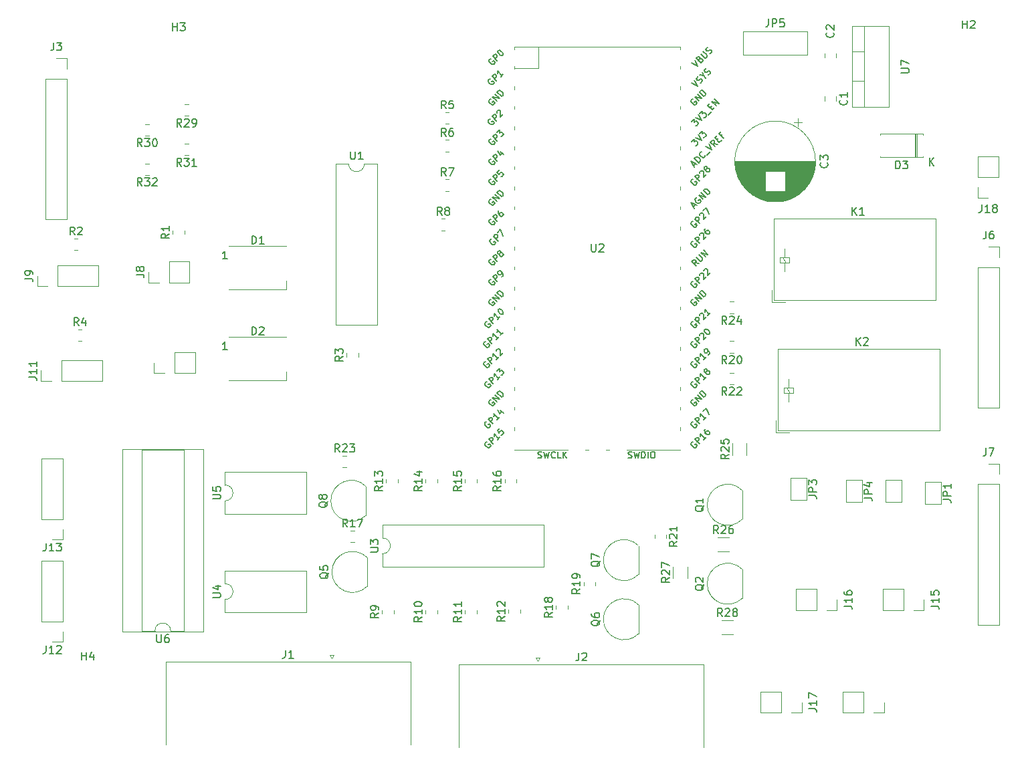
<source format=gbr>
%TF.GenerationSoftware,KiCad,Pcbnew,8.0.2*%
%TF.CreationDate,2024-05-06T20:09:05+02:00*%
%TF.ProjectId,sNs-Block,734e732d-426c-46f6-936b-2e6b69636164,rev?*%
%TF.SameCoordinates,Original*%
%TF.FileFunction,Legend,Top*%
%TF.FilePolarity,Positive*%
%FSLAX46Y46*%
G04 Gerber Fmt 4.6, Leading zero omitted, Abs format (unit mm)*
G04 Created by KiCad (PCBNEW 8.0.2) date 2024-05-06 20:09:05*
%MOMM*%
%LPD*%
G01*
G04 APERTURE LIST*
%ADD10C,0.150000*%
%ADD11C,0.120000*%
G04 APERTURE END LIST*
D10*
X186761905Y-34924819D02*
X186761905Y-33924819D01*
X186761905Y-33924819D02*
X187000000Y-33924819D01*
X187000000Y-33924819D02*
X187142857Y-33972438D01*
X187142857Y-33972438D02*
X187238095Y-34067676D01*
X187238095Y-34067676D02*
X187285714Y-34162914D01*
X187285714Y-34162914D02*
X187333333Y-34353390D01*
X187333333Y-34353390D02*
X187333333Y-34496247D01*
X187333333Y-34496247D02*
X187285714Y-34686723D01*
X187285714Y-34686723D02*
X187238095Y-34781961D01*
X187238095Y-34781961D02*
X187142857Y-34877200D01*
X187142857Y-34877200D02*
X187000000Y-34924819D01*
X187000000Y-34924819D02*
X186761905Y-34924819D01*
X187666667Y-33924819D02*
X188285714Y-33924819D01*
X188285714Y-33924819D02*
X187952381Y-34305771D01*
X187952381Y-34305771D02*
X188095238Y-34305771D01*
X188095238Y-34305771D02*
X188190476Y-34353390D01*
X188190476Y-34353390D02*
X188238095Y-34401009D01*
X188238095Y-34401009D02*
X188285714Y-34496247D01*
X188285714Y-34496247D02*
X188285714Y-34734342D01*
X188285714Y-34734342D02*
X188238095Y-34829580D01*
X188238095Y-34829580D02*
X188190476Y-34877200D01*
X188190476Y-34877200D02*
X188095238Y-34924819D01*
X188095238Y-34924819D02*
X187809524Y-34924819D01*
X187809524Y-34924819D02*
X187714286Y-34877200D01*
X187714286Y-34877200D02*
X187666667Y-34829580D01*
X191048095Y-34554819D02*
X191048095Y-33554819D01*
X191619523Y-34554819D02*
X191190952Y-33983390D01*
X191619523Y-33554819D02*
X191048095Y-34126247D01*
X178109580Y-34166666D02*
X178157200Y-34214285D01*
X178157200Y-34214285D02*
X178204819Y-34357142D01*
X178204819Y-34357142D02*
X178204819Y-34452380D01*
X178204819Y-34452380D02*
X178157200Y-34595237D01*
X178157200Y-34595237D02*
X178061961Y-34690475D01*
X178061961Y-34690475D02*
X177966723Y-34738094D01*
X177966723Y-34738094D02*
X177776247Y-34785713D01*
X177776247Y-34785713D02*
X177633390Y-34785713D01*
X177633390Y-34785713D02*
X177442914Y-34738094D01*
X177442914Y-34738094D02*
X177347676Y-34690475D01*
X177347676Y-34690475D02*
X177252438Y-34595237D01*
X177252438Y-34595237D02*
X177204819Y-34452380D01*
X177204819Y-34452380D02*
X177204819Y-34357142D01*
X177204819Y-34357142D02*
X177252438Y-34214285D01*
X177252438Y-34214285D02*
X177300057Y-34166666D01*
X177204819Y-33833332D02*
X177204819Y-33214285D01*
X177204819Y-33214285D02*
X177585771Y-33547618D01*
X177585771Y-33547618D02*
X177585771Y-33404761D01*
X177585771Y-33404761D02*
X177633390Y-33309523D01*
X177633390Y-33309523D02*
X177681009Y-33261904D01*
X177681009Y-33261904D02*
X177776247Y-33214285D01*
X177776247Y-33214285D02*
X178014342Y-33214285D01*
X178014342Y-33214285D02*
X178109580Y-33261904D01*
X178109580Y-33261904D02*
X178157200Y-33309523D01*
X178157200Y-33309523D02*
X178204819Y-33404761D01*
X178204819Y-33404761D02*
X178204819Y-33690475D01*
X178204819Y-33690475D02*
X178157200Y-33785713D01*
X178157200Y-33785713D02*
X178109580Y-33833332D01*
X178859580Y-17666666D02*
X178907200Y-17714285D01*
X178907200Y-17714285D02*
X178954819Y-17857142D01*
X178954819Y-17857142D02*
X178954819Y-17952380D01*
X178954819Y-17952380D02*
X178907200Y-18095237D01*
X178907200Y-18095237D02*
X178811961Y-18190475D01*
X178811961Y-18190475D02*
X178716723Y-18238094D01*
X178716723Y-18238094D02*
X178526247Y-18285713D01*
X178526247Y-18285713D02*
X178383390Y-18285713D01*
X178383390Y-18285713D02*
X178192914Y-18238094D01*
X178192914Y-18238094D02*
X178097676Y-18190475D01*
X178097676Y-18190475D02*
X178002438Y-18095237D01*
X178002438Y-18095237D02*
X177954819Y-17952380D01*
X177954819Y-17952380D02*
X177954819Y-17857142D01*
X177954819Y-17857142D02*
X178002438Y-17714285D01*
X178002438Y-17714285D02*
X178050057Y-17666666D01*
X178050057Y-17285713D02*
X178002438Y-17238094D01*
X178002438Y-17238094D02*
X177954819Y-17142856D01*
X177954819Y-17142856D02*
X177954819Y-16904761D01*
X177954819Y-16904761D02*
X178002438Y-16809523D01*
X178002438Y-16809523D02*
X178050057Y-16761904D01*
X178050057Y-16761904D02*
X178145295Y-16714285D01*
X178145295Y-16714285D02*
X178240533Y-16714285D01*
X178240533Y-16714285D02*
X178383390Y-16761904D01*
X178383390Y-16761904D02*
X178954819Y-17333332D01*
X178954819Y-17333332D02*
X178954819Y-16714285D01*
X180539580Y-26216666D02*
X180587200Y-26264285D01*
X180587200Y-26264285D02*
X180634819Y-26407142D01*
X180634819Y-26407142D02*
X180634819Y-26502380D01*
X180634819Y-26502380D02*
X180587200Y-26645237D01*
X180587200Y-26645237D02*
X180491961Y-26740475D01*
X180491961Y-26740475D02*
X180396723Y-26788094D01*
X180396723Y-26788094D02*
X180206247Y-26835713D01*
X180206247Y-26835713D02*
X180063390Y-26835713D01*
X180063390Y-26835713D02*
X179872914Y-26788094D01*
X179872914Y-26788094D02*
X179777676Y-26740475D01*
X179777676Y-26740475D02*
X179682438Y-26645237D01*
X179682438Y-26645237D02*
X179634819Y-26502380D01*
X179634819Y-26502380D02*
X179634819Y-26407142D01*
X179634819Y-26407142D02*
X179682438Y-26264285D01*
X179682438Y-26264285D02*
X179730057Y-26216666D01*
X180634819Y-25264285D02*
X180634819Y-25835713D01*
X180634819Y-25549999D02*
X179634819Y-25549999D01*
X179634819Y-25549999D02*
X179777676Y-25645237D01*
X179777676Y-25645237D02*
X179872914Y-25740475D01*
X179872914Y-25740475D02*
X179920533Y-25835713D01*
X175764819Y-103309523D02*
X176479104Y-103309523D01*
X176479104Y-103309523D02*
X176621961Y-103357142D01*
X176621961Y-103357142D02*
X176717200Y-103452380D01*
X176717200Y-103452380D02*
X176764819Y-103595237D01*
X176764819Y-103595237D02*
X176764819Y-103690475D01*
X176764819Y-102309523D02*
X176764819Y-102880951D01*
X176764819Y-102595237D02*
X175764819Y-102595237D01*
X175764819Y-102595237D02*
X175907676Y-102690475D01*
X175907676Y-102690475D02*
X176002914Y-102785713D01*
X176002914Y-102785713D02*
X176050533Y-102880951D01*
X175764819Y-101976189D02*
X175764819Y-101309523D01*
X175764819Y-101309523D02*
X176764819Y-101738094D01*
X162490057Y-87595238D02*
X162442438Y-87690476D01*
X162442438Y-87690476D02*
X162347200Y-87785714D01*
X162347200Y-87785714D02*
X162204342Y-87928571D01*
X162204342Y-87928571D02*
X162156723Y-88023809D01*
X162156723Y-88023809D02*
X162156723Y-88119047D01*
X162394819Y-88071428D02*
X162347200Y-88166666D01*
X162347200Y-88166666D02*
X162251961Y-88261904D01*
X162251961Y-88261904D02*
X162061485Y-88309523D01*
X162061485Y-88309523D02*
X161728152Y-88309523D01*
X161728152Y-88309523D02*
X161537676Y-88261904D01*
X161537676Y-88261904D02*
X161442438Y-88166666D01*
X161442438Y-88166666D02*
X161394819Y-88071428D01*
X161394819Y-88071428D02*
X161394819Y-87880952D01*
X161394819Y-87880952D02*
X161442438Y-87785714D01*
X161442438Y-87785714D02*
X161537676Y-87690476D01*
X161537676Y-87690476D02*
X161728152Y-87642857D01*
X161728152Y-87642857D02*
X162061485Y-87642857D01*
X162061485Y-87642857D02*
X162251961Y-87690476D01*
X162251961Y-87690476D02*
X162347200Y-87785714D01*
X162347200Y-87785714D02*
X162394819Y-87880952D01*
X162394819Y-87880952D02*
X162394819Y-88071428D01*
X161490057Y-87261904D02*
X161442438Y-87214285D01*
X161442438Y-87214285D02*
X161394819Y-87119047D01*
X161394819Y-87119047D02*
X161394819Y-86880952D01*
X161394819Y-86880952D02*
X161442438Y-86785714D01*
X161442438Y-86785714D02*
X161490057Y-86738095D01*
X161490057Y-86738095D02*
X161585295Y-86690476D01*
X161585295Y-86690476D02*
X161680533Y-86690476D01*
X161680533Y-86690476D02*
X161823390Y-86738095D01*
X161823390Y-86738095D02*
X162394819Y-87309523D01*
X162394819Y-87309523D02*
X162394819Y-86690476D01*
X165357142Y-54604819D02*
X165023809Y-54128628D01*
X164785714Y-54604819D02*
X164785714Y-53604819D01*
X164785714Y-53604819D02*
X165166666Y-53604819D01*
X165166666Y-53604819D02*
X165261904Y-53652438D01*
X165261904Y-53652438D02*
X165309523Y-53700057D01*
X165309523Y-53700057D02*
X165357142Y-53795295D01*
X165357142Y-53795295D02*
X165357142Y-53938152D01*
X165357142Y-53938152D02*
X165309523Y-54033390D01*
X165309523Y-54033390D02*
X165261904Y-54081009D01*
X165261904Y-54081009D02*
X165166666Y-54128628D01*
X165166666Y-54128628D02*
X164785714Y-54128628D01*
X165738095Y-53700057D02*
X165785714Y-53652438D01*
X165785714Y-53652438D02*
X165880952Y-53604819D01*
X165880952Y-53604819D02*
X166119047Y-53604819D01*
X166119047Y-53604819D02*
X166214285Y-53652438D01*
X166214285Y-53652438D02*
X166261904Y-53700057D01*
X166261904Y-53700057D02*
X166309523Y-53795295D01*
X166309523Y-53795295D02*
X166309523Y-53890533D01*
X166309523Y-53890533D02*
X166261904Y-54033390D01*
X166261904Y-54033390D02*
X165690476Y-54604819D01*
X165690476Y-54604819D02*
X166309523Y-54604819D01*
X167166666Y-53938152D02*
X167166666Y-54604819D01*
X166928571Y-53557200D02*
X166690476Y-54271485D01*
X166690476Y-54271485D02*
X167309523Y-54271485D01*
X164307142Y-81134819D02*
X163973809Y-80658628D01*
X163735714Y-81134819D02*
X163735714Y-80134819D01*
X163735714Y-80134819D02*
X164116666Y-80134819D01*
X164116666Y-80134819D02*
X164211904Y-80182438D01*
X164211904Y-80182438D02*
X164259523Y-80230057D01*
X164259523Y-80230057D02*
X164307142Y-80325295D01*
X164307142Y-80325295D02*
X164307142Y-80468152D01*
X164307142Y-80468152D02*
X164259523Y-80563390D01*
X164259523Y-80563390D02*
X164211904Y-80611009D01*
X164211904Y-80611009D02*
X164116666Y-80658628D01*
X164116666Y-80658628D02*
X163735714Y-80658628D01*
X164688095Y-80230057D02*
X164735714Y-80182438D01*
X164735714Y-80182438D02*
X164830952Y-80134819D01*
X164830952Y-80134819D02*
X165069047Y-80134819D01*
X165069047Y-80134819D02*
X165164285Y-80182438D01*
X165164285Y-80182438D02*
X165211904Y-80230057D01*
X165211904Y-80230057D02*
X165259523Y-80325295D01*
X165259523Y-80325295D02*
X165259523Y-80420533D01*
X165259523Y-80420533D02*
X165211904Y-80563390D01*
X165211904Y-80563390D02*
X164640476Y-81134819D01*
X164640476Y-81134819D02*
X165259523Y-81134819D01*
X166116666Y-80134819D02*
X165926190Y-80134819D01*
X165926190Y-80134819D02*
X165830952Y-80182438D01*
X165830952Y-80182438D02*
X165783333Y-80230057D01*
X165783333Y-80230057D02*
X165688095Y-80372914D01*
X165688095Y-80372914D02*
X165640476Y-80563390D01*
X165640476Y-80563390D02*
X165640476Y-80944342D01*
X165640476Y-80944342D02*
X165688095Y-81039580D01*
X165688095Y-81039580D02*
X165735714Y-81087200D01*
X165735714Y-81087200D02*
X165830952Y-81134819D01*
X165830952Y-81134819D02*
X166021428Y-81134819D01*
X166021428Y-81134819D02*
X166116666Y-81087200D01*
X166116666Y-81087200D02*
X166164285Y-81039580D01*
X166164285Y-81039580D02*
X166211904Y-80944342D01*
X166211904Y-80944342D02*
X166211904Y-80706247D01*
X166211904Y-80706247D02*
X166164285Y-80611009D01*
X166164285Y-80611009D02*
X166116666Y-80563390D01*
X166116666Y-80563390D02*
X166021428Y-80515771D01*
X166021428Y-80515771D02*
X165830952Y-80515771D01*
X165830952Y-80515771D02*
X165735714Y-80563390D01*
X165735714Y-80563390D02*
X165688095Y-80611009D01*
X165688095Y-80611009D02*
X165640476Y-80706247D01*
X165357142Y-59604819D02*
X165023809Y-59128628D01*
X164785714Y-59604819D02*
X164785714Y-58604819D01*
X164785714Y-58604819D02*
X165166666Y-58604819D01*
X165166666Y-58604819D02*
X165261904Y-58652438D01*
X165261904Y-58652438D02*
X165309523Y-58700057D01*
X165309523Y-58700057D02*
X165357142Y-58795295D01*
X165357142Y-58795295D02*
X165357142Y-58938152D01*
X165357142Y-58938152D02*
X165309523Y-59033390D01*
X165309523Y-59033390D02*
X165261904Y-59081009D01*
X165261904Y-59081009D02*
X165166666Y-59128628D01*
X165166666Y-59128628D02*
X164785714Y-59128628D01*
X165738095Y-58700057D02*
X165785714Y-58652438D01*
X165785714Y-58652438D02*
X165880952Y-58604819D01*
X165880952Y-58604819D02*
X166119047Y-58604819D01*
X166119047Y-58604819D02*
X166214285Y-58652438D01*
X166214285Y-58652438D02*
X166261904Y-58700057D01*
X166261904Y-58700057D02*
X166309523Y-58795295D01*
X166309523Y-58795295D02*
X166309523Y-58890533D01*
X166309523Y-58890533D02*
X166261904Y-59033390D01*
X166261904Y-59033390D02*
X165690476Y-59604819D01*
X165690476Y-59604819D02*
X166309523Y-59604819D01*
X166928571Y-58604819D02*
X167023809Y-58604819D01*
X167023809Y-58604819D02*
X167119047Y-58652438D01*
X167119047Y-58652438D02*
X167166666Y-58700057D01*
X167166666Y-58700057D02*
X167214285Y-58795295D01*
X167214285Y-58795295D02*
X167261904Y-58985771D01*
X167261904Y-58985771D02*
X167261904Y-59223866D01*
X167261904Y-59223866D02*
X167214285Y-59414342D01*
X167214285Y-59414342D02*
X167166666Y-59509580D01*
X167166666Y-59509580D02*
X167119047Y-59557200D01*
X167119047Y-59557200D02*
X167023809Y-59604819D01*
X167023809Y-59604819D02*
X166928571Y-59604819D01*
X166928571Y-59604819D02*
X166833333Y-59557200D01*
X166833333Y-59557200D02*
X166785714Y-59509580D01*
X166785714Y-59509580D02*
X166738095Y-59414342D01*
X166738095Y-59414342D02*
X166690476Y-59223866D01*
X166690476Y-59223866D02*
X166690476Y-58985771D01*
X166690476Y-58985771D02*
X166738095Y-58795295D01*
X166738095Y-58795295D02*
X166785714Y-58700057D01*
X166785714Y-58700057D02*
X166833333Y-58652438D01*
X166833333Y-58652438D02*
X166928571Y-58604819D01*
X76544819Y-48833333D02*
X77259104Y-48833333D01*
X77259104Y-48833333D02*
X77401961Y-48880952D01*
X77401961Y-48880952D02*
X77497200Y-48976190D01*
X77497200Y-48976190D02*
X77544819Y-49119047D01*
X77544819Y-49119047D02*
X77544819Y-49214285D01*
X77544819Y-48309523D02*
X77544819Y-48119047D01*
X77544819Y-48119047D02*
X77497200Y-48023809D01*
X77497200Y-48023809D02*
X77449580Y-47976190D01*
X77449580Y-47976190D02*
X77306723Y-47880952D01*
X77306723Y-47880952D02*
X77116247Y-47833333D01*
X77116247Y-47833333D02*
X76735295Y-47833333D01*
X76735295Y-47833333D02*
X76640057Y-47880952D01*
X76640057Y-47880952D02*
X76592438Y-47928571D01*
X76592438Y-47928571D02*
X76544819Y-48023809D01*
X76544819Y-48023809D02*
X76544819Y-48214285D01*
X76544819Y-48214285D02*
X76592438Y-48309523D01*
X76592438Y-48309523D02*
X76640057Y-48357142D01*
X76640057Y-48357142D02*
X76735295Y-48404761D01*
X76735295Y-48404761D02*
X76973390Y-48404761D01*
X76973390Y-48404761D02*
X77068628Y-48357142D01*
X77068628Y-48357142D02*
X77116247Y-48309523D01*
X77116247Y-48309523D02*
X77163866Y-48214285D01*
X77163866Y-48214285D02*
X77163866Y-48023809D01*
X77163866Y-48023809D02*
X77116247Y-47928571D01*
X77116247Y-47928571D02*
X77068628Y-47880952D01*
X77068628Y-47880952D02*
X76973390Y-47833333D01*
X126804819Y-91692857D02*
X126328628Y-92026190D01*
X126804819Y-92264285D02*
X125804819Y-92264285D01*
X125804819Y-92264285D02*
X125804819Y-91883333D01*
X125804819Y-91883333D02*
X125852438Y-91788095D01*
X125852438Y-91788095D02*
X125900057Y-91740476D01*
X125900057Y-91740476D02*
X125995295Y-91692857D01*
X125995295Y-91692857D02*
X126138152Y-91692857D01*
X126138152Y-91692857D02*
X126233390Y-91740476D01*
X126233390Y-91740476D02*
X126281009Y-91788095D01*
X126281009Y-91788095D02*
X126328628Y-91883333D01*
X126328628Y-91883333D02*
X126328628Y-92264285D01*
X126804819Y-90740476D02*
X126804819Y-91311904D01*
X126804819Y-91026190D02*
X125804819Y-91026190D01*
X125804819Y-91026190D02*
X125947676Y-91121428D01*
X125947676Y-91121428D02*
X126042914Y-91216666D01*
X126042914Y-91216666D02*
X126090533Y-91311904D01*
X125804819Y-90121428D02*
X125804819Y-90026190D01*
X125804819Y-90026190D02*
X125852438Y-89930952D01*
X125852438Y-89930952D02*
X125900057Y-89883333D01*
X125900057Y-89883333D02*
X125995295Y-89835714D01*
X125995295Y-89835714D02*
X126185771Y-89788095D01*
X126185771Y-89788095D02*
X126423866Y-89788095D01*
X126423866Y-89788095D02*
X126614342Y-89835714D01*
X126614342Y-89835714D02*
X126709580Y-89883333D01*
X126709580Y-89883333D02*
X126757200Y-89930952D01*
X126757200Y-89930952D02*
X126804819Y-90026190D01*
X126804819Y-90026190D02*
X126804819Y-90121428D01*
X126804819Y-90121428D02*
X126757200Y-90216666D01*
X126757200Y-90216666D02*
X126709580Y-90264285D01*
X126709580Y-90264285D02*
X126614342Y-90311904D01*
X126614342Y-90311904D02*
X126423866Y-90359523D01*
X126423866Y-90359523D02*
X126185771Y-90359523D01*
X126185771Y-90359523D02*
X125995295Y-90311904D01*
X125995295Y-90311904D02*
X125900057Y-90264285D01*
X125900057Y-90264285D02*
X125852438Y-90216666D01*
X125852438Y-90216666D02*
X125804819Y-90121428D01*
X182754819Y-76608333D02*
X183469104Y-76608333D01*
X183469104Y-76608333D02*
X183611961Y-76655952D01*
X183611961Y-76655952D02*
X183707200Y-76751190D01*
X183707200Y-76751190D02*
X183754819Y-76894047D01*
X183754819Y-76894047D02*
X183754819Y-76989285D01*
X183754819Y-76132142D02*
X182754819Y-76132142D01*
X182754819Y-76132142D02*
X182754819Y-75751190D01*
X182754819Y-75751190D02*
X182802438Y-75655952D01*
X182802438Y-75655952D02*
X182850057Y-75608333D01*
X182850057Y-75608333D02*
X182945295Y-75560714D01*
X182945295Y-75560714D02*
X183088152Y-75560714D01*
X183088152Y-75560714D02*
X183183390Y-75608333D01*
X183183390Y-75608333D02*
X183231009Y-75655952D01*
X183231009Y-75655952D02*
X183278628Y-75751190D01*
X183278628Y-75751190D02*
X183278628Y-76132142D01*
X183088152Y-74703571D02*
X183754819Y-74703571D01*
X182707200Y-74941666D02*
X183421485Y-75179761D01*
X183421485Y-75179761D02*
X183421485Y-74560714D01*
X90624819Y-48333333D02*
X91339104Y-48333333D01*
X91339104Y-48333333D02*
X91481961Y-48380952D01*
X91481961Y-48380952D02*
X91577200Y-48476190D01*
X91577200Y-48476190D02*
X91624819Y-48619047D01*
X91624819Y-48619047D02*
X91624819Y-48714285D01*
X91053390Y-47714285D02*
X91005771Y-47809523D01*
X91005771Y-47809523D02*
X90958152Y-47857142D01*
X90958152Y-47857142D02*
X90862914Y-47904761D01*
X90862914Y-47904761D02*
X90815295Y-47904761D01*
X90815295Y-47904761D02*
X90720057Y-47857142D01*
X90720057Y-47857142D02*
X90672438Y-47809523D01*
X90672438Y-47809523D02*
X90624819Y-47714285D01*
X90624819Y-47714285D02*
X90624819Y-47523809D01*
X90624819Y-47523809D02*
X90672438Y-47428571D01*
X90672438Y-47428571D02*
X90720057Y-47380952D01*
X90720057Y-47380952D02*
X90815295Y-47333333D01*
X90815295Y-47333333D02*
X90862914Y-47333333D01*
X90862914Y-47333333D02*
X90958152Y-47380952D01*
X90958152Y-47380952D02*
X91005771Y-47428571D01*
X91005771Y-47428571D02*
X91053390Y-47523809D01*
X91053390Y-47523809D02*
X91053390Y-47714285D01*
X91053390Y-47714285D02*
X91101009Y-47809523D01*
X91101009Y-47809523D02*
X91148628Y-47857142D01*
X91148628Y-47857142D02*
X91243866Y-47904761D01*
X91243866Y-47904761D02*
X91434342Y-47904761D01*
X91434342Y-47904761D02*
X91529580Y-47857142D01*
X91529580Y-47857142D02*
X91577200Y-47809523D01*
X91577200Y-47809523D02*
X91624819Y-47714285D01*
X91624819Y-47714285D02*
X91624819Y-47523809D01*
X91624819Y-47523809D02*
X91577200Y-47428571D01*
X91577200Y-47428571D02*
X91529580Y-47380952D01*
X91529580Y-47380952D02*
X91434342Y-47333333D01*
X91434342Y-47333333D02*
X91243866Y-47333333D01*
X91243866Y-47333333D02*
X91148628Y-47380952D01*
X91148628Y-47380952D02*
X91101009Y-47428571D01*
X91101009Y-47428571D02*
X91053390Y-47523809D01*
X121304819Y-91216666D02*
X120828628Y-91549999D01*
X121304819Y-91788094D02*
X120304819Y-91788094D01*
X120304819Y-91788094D02*
X120304819Y-91407142D01*
X120304819Y-91407142D02*
X120352438Y-91311904D01*
X120352438Y-91311904D02*
X120400057Y-91264285D01*
X120400057Y-91264285D02*
X120495295Y-91216666D01*
X120495295Y-91216666D02*
X120638152Y-91216666D01*
X120638152Y-91216666D02*
X120733390Y-91264285D01*
X120733390Y-91264285D02*
X120781009Y-91311904D01*
X120781009Y-91311904D02*
X120828628Y-91407142D01*
X120828628Y-91407142D02*
X120828628Y-91788094D01*
X121304819Y-90740475D02*
X121304819Y-90549999D01*
X121304819Y-90549999D02*
X121257200Y-90454761D01*
X121257200Y-90454761D02*
X121209580Y-90407142D01*
X121209580Y-90407142D02*
X121066723Y-90311904D01*
X121066723Y-90311904D02*
X120876247Y-90264285D01*
X120876247Y-90264285D02*
X120495295Y-90264285D01*
X120495295Y-90264285D02*
X120400057Y-90311904D01*
X120400057Y-90311904D02*
X120352438Y-90359523D01*
X120352438Y-90359523D02*
X120304819Y-90454761D01*
X120304819Y-90454761D02*
X120304819Y-90645237D01*
X120304819Y-90645237D02*
X120352438Y-90740475D01*
X120352438Y-90740475D02*
X120400057Y-90788094D01*
X120400057Y-90788094D02*
X120495295Y-90835713D01*
X120495295Y-90835713D02*
X120733390Y-90835713D01*
X120733390Y-90835713D02*
X120828628Y-90788094D01*
X120828628Y-90788094D02*
X120876247Y-90740475D01*
X120876247Y-90740475D02*
X120923866Y-90645237D01*
X120923866Y-90645237D02*
X120923866Y-90454761D01*
X120923866Y-90454761D02*
X120876247Y-90359523D01*
X120876247Y-90359523D02*
X120828628Y-90311904D01*
X120828628Y-90311904D02*
X120733390Y-90264285D01*
X95238095Y-17454819D02*
X95238095Y-16454819D01*
X95238095Y-16931009D02*
X95809523Y-16931009D01*
X95809523Y-17454819D02*
X95809523Y-16454819D01*
X96190476Y-16454819D02*
X96809523Y-16454819D01*
X96809523Y-16454819D02*
X96476190Y-16835771D01*
X96476190Y-16835771D02*
X96619047Y-16835771D01*
X96619047Y-16835771D02*
X96714285Y-16883390D01*
X96714285Y-16883390D02*
X96761904Y-16931009D01*
X96761904Y-16931009D02*
X96809523Y-17026247D01*
X96809523Y-17026247D02*
X96809523Y-17264342D01*
X96809523Y-17264342D02*
X96761904Y-17359580D01*
X96761904Y-17359580D02*
X96714285Y-17407200D01*
X96714285Y-17407200D02*
X96619047Y-17454819D01*
X96619047Y-17454819D02*
X96333333Y-17454819D01*
X96333333Y-17454819D02*
X96238095Y-17407200D01*
X96238095Y-17407200D02*
X96190476Y-17359580D01*
X126804819Y-75142857D02*
X126328628Y-75476190D01*
X126804819Y-75714285D02*
X125804819Y-75714285D01*
X125804819Y-75714285D02*
X125804819Y-75333333D01*
X125804819Y-75333333D02*
X125852438Y-75238095D01*
X125852438Y-75238095D02*
X125900057Y-75190476D01*
X125900057Y-75190476D02*
X125995295Y-75142857D01*
X125995295Y-75142857D02*
X126138152Y-75142857D01*
X126138152Y-75142857D02*
X126233390Y-75190476D01*
X126233390Y-75190476D02*
X126281009Y-75238095D01*
X126281009Y-75238095D02*
X126328628Y-75333333D01*
X126328628Y-75333333D02*
X126328628Y-75714285D01*
X126804819Y-74190476D02*
X126804819Y-74761904D01*
X126804819Y-74476190D02*
X125804819Y-74476190D01*
X125804819Y-74476190D02*
X125947676Y-74571428D01*
X125947676Y-74571428D02*
X126042914Y-74666666D01*
X126042914Y-74666666D02*
X126090533Y-74761904D01*
X126138152Y-73333333D02*
X126804819Y-73333333D01*
X125757200Y-73571428D02*
X126471485Y-73809523D01*
X126471485Y-73809523D02*
X126471485Y-73190476D01*
X129833333Y-27304819D02*
X129500000Y-26828628D01*
X129261905Y-27304819D02*
X129261905Y-26304819D01*
X129261905Y-26304819D02*
X129642857Y-26304819D01*
X129642857Y-26304819D02*
X129738095Y-26352438D01*
X129738095Y-26352438D02*
X129785714Y-26400057D01*
X129785714Y-26400057D02*
X129833333Y-26495295D01*
X129833333Y-26495295D02*
X129833333Y-26638152D01*
X129833333Y-26638152D02*
X129785714Y-26733390D01*
X129785714Y-26733390D02*
X129738095Y-26781009D01*
X129738095Y-26781009D02*
X129642857Y-26828628D01*
X129642857Y-26828628D02*
X129261905Y-26828628D01*
X130738095Y-26304819D02*
X130261905Y-26304819D01*
X130261905Y-26304819D02*
X130214286Y-26781009D01*
X130214286Y-26781009D02*
X130261905Y-26733390D01*
X130261905Y-26733390D02*
X130357143Y-26685771D01*
X130357143Y-26685771D02*
X130595238Y-26685771D01*
X130595238Y-26685771D02*
X130690476Y-26733390D01*
X130690476Y-26733390D02*
X130738095Y-26781009D01*
X130738095Y-26781009D02*
X130785714Y-26876247D01*
X130785714Y-26876247D02*
X130785714Y-27114342D01*
X130785714Y-27114342D02*
X130738095Y-27209580D01*
X130738095Y-27209580D02*
X130690476Y-27257200D01*
X130690476Y-27257200D02*
X130595238Y-27304819D01*
X130595238Y-27304819D02*
X130357143Y-27304819D01*
X130357143Y-27304819D02*
X130261905Y-27257200D01*
X130261905Y-27257200D02*
X130214286Y-27209580D01*
X96357142Y-29604819D02*
X96023809Y-29128628D01*
X95785714Y-29604819D02*
X95785714Y-28604819D01*
X95785714Y-28604819D02*
X96166666Y-28604819D01*
X96166666Y-28604819D02*
X96261904Y-28652438D01*
X96261904Y-28652438D02*
X96309523Y-28700057D01*
X96309523Y-28700057D02*
X96357142Y-28795295D01*
X96357142Y-28795295D02*
X96357142Y-28938152D01*
X96357142Y-28938152D02*
X96309523Y-29033390D01*
X96309523Y-29033390D02*
X96261904Y-29081009D01*
X96261904Y-29081009D02*
X96166666Y-29128628D01*
X96166666Y-29128628D02*
X95785714Y-29128628D01*
X96738095Y-28700057D02*
X96785714Y-28652438D01*
X96785714Y-28652438D02*
X96880952Y-28604819D01*
X96880952Y-28604819D02*
X97119047Y-28604819D01*
X97119047Y-28604819D02*
X97214285Y-28652438D01*
X97214285Y-28652438D02*
X97261904Y-28700057D01*
X97261904Y-28700057D02*
X97309523Y-28795295D01*
X97309523Y-28795295D02*
X97309523Y-28890533D01*
X97309523Y-28890533D02*
X97261904Y-29033390D01*
X97261904Y-29033390D02*
X96690476Y-29604819D01*
X96690476Y-29604819D02*
X97309523Y-29604819D01*
X97785714Y-29604819D02*
X97976190Y-29604819D01*
X97976190Y-29604819D02*
X98071428Y-29557200D01*
X98071428Y-29557200D02*
X98119047Y-29509580D01*
X98119047Y-29509580D02*
X98214285Y-29366723D01*
X98214285Y-29366723D02*
X98261904Y-29176247D01*
X98261904Y-29176247D02*
X98261904Y-28795295D01*
X98261904Y-28795295D02*
X98214285Y-28700057D01*
X98214285Y-28700057D02*
X98166666Y-28652438D01*
X98166666Y-28652438D02*
X98071428Y-28604819D01*
X98071428Y-28604819D02*
X97880952Y-28604819D01*
X97880952Y-28604819D02*
X97785714Y-28652438D01*
X97785714Y-28652438D02*
X97738095Y-28700057D01*
X97738095Y-28700057D02*
X97690476Y-28795295D01*
X97690476Y-28795295D02*
X97690476Y-29033390D01*
X97690476Y-29033390D02*
X97738095Y-29128628D01*
X97738095Y-29128628D02*
X97785714Y-29176247D01*
X97785714Y-29176247D02*
X97880952Y-29223866D01*
X97880952Y-29223866D02*
X98071428Y-29223866D01*
X98071428Y-29223866D02*
X98166666Y-29176247D01*
X98166666Y-29176247D02*
X98214285Y-29128628D01*
X98214285Y-29128628D02*
X98261904Y-29033390D01*
X129333333Y-40804819D02*
X129000000Y-40328628D01*
X128761905Y-40804819D02*
X128761905Y-39804819D01*
X128761905Y-39804819D02*
X129142857Y-39804819D01*
X129142857Y-39804819D02*
X129238095Y-39852438D01*
X129238095Y-39852438D02*
X129285714Y-39900057D01*
X129285714Y-39900057D02*
X129333333Y-39995295D01*
X129333333Y-39995295D02*
X129333333Y-40138152D01*
X129333333Y-40138152D02*
X129285714Y-40233390D01*
X129285714Y-40233390D02*
X129238095Y-40281009D01*
X129238095Y-40281009D02*
X129142857Y-40328628D01*
X129142857Y-40328628D02*
X128761905Y-40328628D01*
X129904762Y-40233390D02*
X129809524Y-40185771D01*
X129809524Y-40185771D02*
X129761905Y-40138152D01*
X129761905Y-40138152D02*
X129714286Y-40042914D01*
X129714286Y-40042914D02*
X129714286Y-39995295D01*
X129714286Y-39995295D02*
X129761905Y-39900057D01*
X129761905Y-39900057D02*
X129809524Y-39852438D01*
X129809524Y-39852438D02*
X129904762Y-39804819D01*
X129904762Y-39804819D02*
X130095238Y-39804819D01*
X130095238Y-39804819D02*
X130190476Y-39852438D01*
X130190476Y-39852438D02*
X130238095Y-39900057D01*
X130238095Y-39900057D02*
X130285714Y-39995295D01*
X130285714Y-39995295D02*
X130285714Y-40042914D01*
X130285714Y-40042914D02*
X130238095Y-40138152D01*
X130238095Y-40138152D02*
X130190476Y-40185771D01*
X130190476Y-40185771D02*
X130095238Y-40233390D01*
X130095238Y-40233390D02*
X129904762Y-40233390D01*
X129904762Y-40233390D02*
X129809524Y-40281009D01*
X129809524Y-40281009D02*
X129761905Y-40328628D01*
X129761905Y-40328628D02*
X129714286Y-40423866D01*
X129714286Y-40423866D02*
X129714286Y-40614342D01*
X129714286Y-40614342D02*
X129761905Y-40709580D01*
X129761905Y-40709580D02*
X129809524Y-40757200D01*
X129809524Y-40757200D02*
X129904762Y-40804819D01*
X129904762Y-40804819D02*
X130095238Y-40804819D01*
X130095238Y-40804819D02*
X130190476Y-40757200D01*
X130190476Y-40757200D02*
X130238095Y-40709580D01*
X130238095Y-40709580D02*
X130285714Y-40614342D01*
X130285714Y-40614342D02*
X130285714Y-40423866D01*
X130285714Y-40423866D02*
X130238095Y-40328628D01*
X130238095Y-40328628D02*
X130190476Y-40281009D01*
X130190476Y-40281009D02*
X130095238Y-40233390D01*
X91357142Y-37104819D02*
X91023809Y-36628628D01*
X90785714Y-37104819D02*
X90785714Y-36104819D01*
X90785714Y-36104819D02*
X91166666Y-36104819D01*
X91166666Y-36104819D02*
X91261904Y-36152438D01*
X91261904Y-36152438D02*
X91309523Y-36200057D01*
X91309523Y-36200057D02*
X91357142Y-36295295D01*
X91357142Y-36295295D02*
X91357142Y-36438152D01*
X91357142Y-36438152D02*
X91309523Y-36533390D01*
X91309523Y-36533390D02*
X91261904Y-36581009D01*
X91261904Y-36581009D02*
X91166666Y-36628628D01*
X91166666Y-36628628D02*
X90785714Y-36628628D01*
X91690476Y-36104819D02*
X92309523Y-36104819D01*
X92309523Y-36104819D02*
X91976190Y-36485771D01*
X91976190Y-36485771D02*
X92119047Y-36485771D01*
X92119047Y-36485771D02*
X92214285Y-36533390D01*
X92214285Y-36533390D02*
X92261904Y-36581009D01*
X92261904Y-36581009D02*
X92309523Y-36676247D01*
X92309523Y-36676247D02*
X92309523Y-36914342D01*
X92309523Y-36914342D02*
X92261904Y-37009580D01*
X92261904Y-37009580D02*
X92214285Y-37057200D01*
X92214285Y-37057200D02*
X92119047Y-37104819D01*
X92119047Y-37104819D02*
X91833333Y-37104819D01*
X91833333Y-37104819D02*
X91738095Y-37057200D01*
X91738095Y-37057200D02*
X91690476Y-37009580D01*
X92690476Y-36200057D02*
X92738095Y-36152438D01*
X92738095Y-36152438D02*
X92833333Y-36104819D01*
X92833333Y-36104819D02*
X93071428Y-36104819D01*
X93071428Y-36104819D02*
X93166666Y-36152438D01*
X93166666Y-36152438D02*
X93214285Y-36200057D01*
X93214285Y-36200057D02*
X93261904Y-36295295D01*
X93261904Y-36295295D02*
X93261904Y-36390533D01*
X93261904Y-36390533D02*
X93214285Y-36533390D01*
X93214285Y-36533390D02*
X92642857Y-37104819D01*
X92642857Y-37104819D02*
X93261904Y-37104819D01*
X117748095Y-32749819D02*
X117748095Y-33559342D01*
X117748095Y-33559342D02*
X117795714Y-33654580D01*
X117795714Y-33654580D02*
X117843333Y-33702200D01*
X117843333Y-33702200D02*
X117938571Y-33749819D01*
X117938571Y-33749819D02*
X118129047Y-33749819D01*
X118129047Y-33749819D02*
X118224285Y-33702200D01*
X118224285Y-33702200D02*
X118271904Y-33654580D01*
X118271904Y-33654580D02*
X118319523Y-33559342D01*
X118319523Y-33559342D02*
X118319523Y-32749819D01*
X119319523Y-33749819D02*
X118748095Y-33749819D01*
X119033809Y-33749819D02*
X119033809Y-32749819D01*
X119033809Y-32749819D02*
X118938571Y-32892676D01*
X118938571Y-32892676D02*
X118843333Y-32987914D01*
X118843333Y-32987914D02*
X118748095Y-33035533D01*
X149350057Y-84595238D02*
X149302438Y-84690476D01*
X149302438Y-84690476D02*
X149207200Y-84785714D01*
X149207200Y-84785714D02*
X149064342Y-84928571D01*
X149064342Y-84928571D02*
X149016723Y-85023809D01*
X149016723Y-85023809D02*
X149016723Y-85119047D01*
X149254819Y-85071428D02*
X149207200Y-85166666D01*
X149207200Y-85166666D02*
X149111961Y-85261904D01*
X149111961Y-85261904D02*
X148921485Y-85309523D01*
X148921485Y-85309523D02*
X148588152Y-85309523D01*
X148588152Y-85309523D02*
X148397676Y-85261904D01*
X148397676Y-85261904D02*
X148302438Y-85166666D01*
X148302438Y-85166666D02*
X148254819Y-85071428D01*
X148254819Y-85071428D02*
X148254819Y-84880952D01*
X148254819Y-84880952D02*
X148302438Y-84785714D01*
X148302438Y-84785714D02*
X148397676Y-84690476D01*
X148397676Y-84690476D02*
X148588152Y-84642857D01*
X148588152Y-84642857D02*
X148921485Y-84642857D01*
X148921485Y-84642857D02*
X149111961Y-84690476D01*
X149111961Y-84690476D02*
X149207200Y-84785714D01*
X149207200Y-84785714D02*
X149254819Y-84880952D01*
X149254819Y-84880952D02*
X149254819Y-85071428D01*
X148254819Y-84309523D02*
X148254819Y-83642857D01*
X148254819Y-83642857D02*
X149254819Y-84071428D01*
X131804819Y-91692857D02*
X131328628Y-92026190D01*
X131804819Y-92264285D02*
X130804819Y-92264285D01*
X130804819Y-92264285D02*
X130804819Y-91883333D01*
X130804819Y-91883333D02*
X130852438Y-91788095D01*
X130852438Y-91788095D02*
X130900057Y-91740476D01*
X130900057Y-91740476D02*
X130995295Y-91692857D01*
X130995295Y-91692857D02*
X131138152Y-91692857D01*
X131138152Y-91692857D02*
X131233390Y-91740476D01*
X131233390Y-91740476D02*
X131281009Y-91788095D01*
X131281009Y-91788095D02*
X131328628Y-91883333D01*
X131328628Y-91883333D02*
X131328628Y-92264285D01*
X131804819Y-90740476D02*
X131804819Y-91311904D01*
X131804819Y-91026190D02*
X130804819Y-91026190D01*
X130804819Y-91026190D02*
X130947676Y-91121428D01*
X130947676Y-91121428D02*
X131042914Y-91216666D01*
X131042914Y-91216666D02*
X131090533Y-91311904D01*
X131804819Y-89788095D02*
X131804819Y-90359523D01*
X131804819Y-90073809D02*
X130804819Y-90073809D01*
X130804819Y-90073809D02*
X130947676Y-90169047D01*
X130947676Y-90169047D02*
X131042914Y-90264285D01*
X131042914Y-90264285D02*
X131090533Y-90359523D01*
X79190476Y-82364819D02*
X79190476Y-83079104D01*
X79190476Y-83079104D02*
X79142857Y-83221961D01*
X79142857Y-83221961D02*
X79047619Y-83317200D01*
X79047619Y-83317200D02*
X78904762Y-83364819D01*
X78904762Y-83364819D02*
X78809524Y-83364819D01*
X80190476Y-83364819D02*
X79619048Y-83364819D01*
X79904762Y-83364819D02*
X79904762Y-82364819D01*
X79904762Y-82364819D02*
X79809524Y-82507676D01*
X79809524Y-82507676D02*
X79714286Y-82602914D01*
X79714286Y-82602914D02*
X79619048Y-82650533D01*
X80523810Y-82364819D02*
X81142857Y-82364819D01*
X81142857Y-82364819D02*
X80809524Y-82745771D01*
X80809524Y-82745771D02*
X80952381Y-82745771D01*
X80952381Y-82745771D02*
X81047619Y-82793390D01*
X81047619Y-82793390D02*
X81095238Y-82841009D01*
X81095238Y-82841009D02*
X81142857Y-82936247D01*
X81142857Y-82936247D02*
X81142857Y-83174342D01*
X81142857Y-83174342D02*
X81095238Y-83269580D01*
X81095238Y-83269580D02*
X81047619Y-83317200D01*
X81047619Y-83317200D02*
X80952381Y-83364819D01*
X80952381Y-83364819D02*
X80666667Y-83364819D01*
X80666667Y-83364819D02*
X80571429Y-83317200D01*
X80571429Y-83317200D02*
X80523810Y-83269580D01*
X100324819Y-76751904D02*
X101134342Y-76751904D01*
X101134342Y-76751904D02*
X101229580Y-76704285D01*
X101229580Y-76704285D02*
X101277200Y-76656666D01*
X101277200Y-76656666D02*
X101324819Y-76561428D01*
X101324819Y-76561428D02*
X101324819Y-76370952D01*
X101324819Y-76370952D02*
X101277200Y-76275714D01*
X101277200Y-76275714D02*
X101229580Y-76228095D01*
X101229580Y-76228095D02*
X101134342Y-76180476D01*
X101134342Y-76180476D02*
X100324819Y-76180476D01*
X100324819Y-75228095D02*
X100324819Y-75704285D01*
X100324819Y-75704285D02*
X100801009Y-75751904D01*
X100801009Y-75751904D02*
X100753390Y-75704285D01*
X100753390Y-75704285D02*
X100705771Y-75609047D01*
X100705771Y-75609047D02*
X100705771Y-75370952D01*
X100705771Y-75370952D02*
X100753390Y-75275714D01*
X100753390Y-75275714D02*
X100801009Y-75228095D01*
X100801009Y-75228095D02*
X100896247Y-75180476D01*
X100896247Y-75180476D02*
X101134342Y-75180476D01*
X101134342Y-75180476D02*
X101229580Y-75228095D01*
X101229580Y-75228095D02*
X101277200Y-75275714D01*
X101277200Y-75275714D02*
X101324819Y-75370952D01*
X101324819Y-75370952D02*
X101324819Y-75609047D01*
X101324819Y-75609047D02*
X101277200Y-75704285D01*
X101277200Y-75704285D02*
X101229580Y-75751904D01*
X162490057Y-77595238D02*
X162442438Y-77690476D01*
X162442438Y-77690476D02*
X162347200Y-77785714D01*
X162347200Y-77785714D02*
X162204342Y-77928571D01*
X162204342Y-77928571D02*
X162156723Y-78023809D01*
X162156723Y-78023809D02*
X162156723Y-78119047D01*
X162394819Y-78071428D02*
X162347200Y-78166666D01*
X162347200Y-78166666D02*
X162251961Y-78261904D01*
X162251961Y-78261904D02*
X162061485Y-78309523D01*
X162061485Y-78309523D02*
X161728152Y-78309523D01*
X161728152Y-78309523D02*
X161537676Y-78261904D01*
X161537676Y-78261904D02*
X161442438Y-78166666D01*
X161442438Y-78166666D02*
X161394819Y-78071428D01*
X161394819Y-78071428D02*
X161394819Y-77880952D01*
X161394819Y-77880952D02*
X161442438Y-77785714D01*
X161442438Y-77785714D02*
X161537676Y-77690476D01*
X161537676Y-77690476D02*
X161728152Y-77642857D01*
X161728152Y-77642857D02*
X162061485Y-77642857D01*
X162061485Y-77642857D02*
X162251961Y-77690476D01*
X162251961Y-77690476D02*
X162347200Y-77785714D01*
X162347200Y-77785714D02*
X162394819Y-77880952D01*
X162394819Y-77880952D02*
X162394819Y-78071428D01*
X162394819Y-76690476D02*
X162394819Y-77261904D01*
X162394819Y-76976190D02*
X161394819Y-76976190D01*
X161394819Y-76976190D02*
X161537676Y-77071428D01*
X161537676Y-77071428D02*
X161632914Y-77166666D01*
X161632914Y-77166666D02*
X161680533Y-77261904D01*
X100324819Y-89251904D02*
X101134342Y-89251904D01*
X101134342Y-89251904D02*
X101229580Y-89204285D01*
X101229580Y-89204285D02*
X101277200Y-89156666D01*
X101277200Y-89156666D02*
X101324819Y-89061428D01*
X101324819Y-89061428D02*
X101324819Y-88870952D01*
X101324819Y-88870952D02*
X101277200Y-88775714D01*
X101277200Y-88775714D02*
X101229580Y-88728095D01*
X101229580Y-88728095D02*
X101134342Y-88680476D01*
X101134342Y-88680476D02*
X100324819Y-88680476D01*
X100658152Y-87775714D02*
X101324819Y-87775714D01*
X100277200Y-88013809D02*
X100991485Y-88251904D01*
X100991485Y-88251904D02*
X100991485Y-87632857D01*
X192754819Y-76833333D02*
X193469104Y-76833333D01*
X193469104Y-76833333D02*
X193611961Y-76880952D01*
X193611961Y-76880952D02*
X193707200Y-76976190D01*
X193707200Y-76976190D02*
X193754819Y-77119047D01*
X193754819Y-77119047D02*
X193754819Y-77214285D01*
X193754819Y-76357142D02*
X192754819Y-76357142D01*
X192754819Y-76357142D02*
X192754819Y-75976190D01*
X192754819Y-75976190D02*
X192802438Y-75880952D01*
X192802438Y-75880952D02*
X192850057Y-75833333D01*
X192850057Y-75833333D02*
X192945295Y-75785714D01*
X192945295Y-75785714D02*
X193088152Y-75785714D01*
X193088152Y-75785714D02*
X193183390Y-75833333D01*
X193183390Y-75833333D02*
X193231009Y-75880952D01*
X193231009Y-75880952D02*
X193278628Y-75976190D01*
X193278628Y-75976190D02*
X193278628Y-76357142D01*
X193754819Y-74833333D02*
X193754819Y-75404761D01*
X193754819Y-75119047D02*
X192754819Y-75119047D01*
X192754819Y-75119047D02*
X192897676Y-75214285D01*
X192897676Y-75214285D02*
X192992914Y-75309523D01*
X192992914Y-75309523D02*
X193040533Y-75404761D01*
X83333333Y-54804819D02*
X83000000Y-54328628D01*
X82761905Y-54804819D02*
X82761905Y-53804819D01*
X82761905Y-53804819D02*
X83142857Y-53804819D01*
X83142857Y-53804819D02*
X83238095Y-53852438D01*
X83238095Y-53852438D02*
X83285714Y-53900057D01*
X83285714Y-53900057D02*
X83333333Y-53995295D01*
X83333333Y-53995295D02*
X83333333Y-54138152D01*
X83333333Y-54138152D02*
X83285714Y-54233390D01*
X83285714Y-54233390D02*
X83238095Y-54281009D01*
X83238095Y-54281009D02*
X83142857Y-54328628D01*
X83142857Y-54328628D02*
X82761905Y-54328628D01*
X84190476Y-54138152D02*
X84190476Y-54804819D01*
X83952381Y-53757200D02*
X83714286Y-54471485D01*
X83714286Y-54471485D02*
X84333333Y-54471485D01*
X114990057Y-86095238D02*
X114942438Y-86190476D01*
X114942438Y-86190476D02*
X114847200Y-86285714D01*
X114847200Y-86285714D02*
X114704342Y-86428571D01*
X114704342Y-86428571D02*
X114656723Y-86523809D01*
X114656723Y-86523809D02*
X114656723Y-86619047D01*
X114894819Y-86571428D02*
X114847200Y-86666666D01*
X114847200Y-86666666D02*
X114751961Y-86761904D01*
X114751961Y-86761904D02*
X114561485Y-86809523D01*
X114561485Y-86809523D02*
X114228152Y-86809523D01*
X114228152Y-86809523D02*
X114037676Y-86761904D01*
X114037676Y-86761904D02*
X113942438Y-86666666D01*
X113942438Y-86666666D02*
X113894819Y-86571428D01*
X113894819Y-86571428D02*
X113894819Y-86380952D01*
X113894819Y-86380952D02*
X113942438Y-86285714D01*
X113942438Y-86285714D02*
X114037676Y-86190476D01*
X114037676Y-86190476D02*
X114228152Y-86142857D01*
X114228152Y-86142857D02*
X114561485Y-86142857D01*
X114561485Y-86142857D02*
X114751961Y-86190476D01*
X114751961Y-86190476D02*
X114847200Y-86285714D01*
X114847200Y-86285714D02*
X114894819Y-86380952D01*
X114894819Y-86380952D02*
X114894819Y-86571428D01*
X113894819Y-85238095D02*
X113894819Y-85714285D01*
X113894819Y-85714285D02*
X114371009Y-85761904D01*
X114371009Y-85761904D02*
X114323390Y-85714285D01*
X114323390Y-85714285D02*
X114275771Y-85619047D01*
X114275771Y-85619047D02*
X114275771Y-85380952D01*
X114275771Y-85380952D02*
X114323390Y-85285714D01*
X114323390Y-85285714D02*
X114371009Y-85238095D01*
X114371009Y-85238095D02*
X114466247Y-85190476D01*
X114466247Y-85190476D02*
X114704342Y-85190476D01*
X114704342Y-85190476D02*
X114799580Y-85238095D01*
X114799580Y-85238095D02*
X114847200Y-85285714D01*
X114847200Y-85285714D02*
X114894819Y-85380952D01*
X114894819Y-85380952D02*
X114894819Y-85619047D01*
X114894819Y-85619047D02*
X114847200Y-85714285D01*
X114847200Y-85714285D02*
X114799580Y-85761904D01*
X129833333Y-35804819D02*
X129500000Y-35328628D01*
X129261905Y-35804819D02*
X129261905Y-34804819D01*
X129261905Y-34804819D02*
X129642857Y-34804819D01*
X129642857Y-34804819D02*
X129738095Y-34852438D01*
X129738095Y-34852438D02*
X129785714Y-34900057D01*
X129785714Y-34900057D02*
X129833333Y-34995295D01*
X129833333Y-34995295D02*
X129833333Y-35138152D01*
X129833333Y-35138152D02*
X129785714Y-35233390D01*
X129785714Y-35233390D02*
X129738095Y-35281009D01*
X129738095Y-35281009D02*
X129642857Y-35328628D01*
X129642857Y-35328628D02*
X129261905Y-35328628D01*
X130166667Y-34804819D02*
X130833333Y-34804819D01*
X130833333Y-34804819D02*
X130404762Y-35804819D01*
X198191666Y-42809819D02*
X198191666Y-43524104D01*
X198191666Y-43524104D02*
X198144047Y-43666961D01*
X198144047Y-43666961D02*
X198048809Y-43762200D01*
X198048809Y-43762200D02*
X197905952Y-43809819D01*
X197905952Y-43809819D02*
X197810714Y-43809819D01*
X199096428Y-42809819D02*
X198905952Y-42809819D01*
X198905952Y-42809819D02*
X198810714Y-42857438D01*
X198810714Y-42857438D02*
X198763095Y-42905057D01*
X198763095Y-42905057D02*
X198667857Y-43047914D01*
X198667857Y-43047914D02*
X198620238Y-43238390D01*
X198620238Y-43238390D02*
X198620238Y-43619342D01*
X198620238Y-43619342D02*
X198667857Y-43714580D01*
X198667857Y-43714580D02*
X198715476Y-43762200D01*
X198715476Y-43762200D02*
X198810714Y-43809819D01*
X198810714Y-43809819D02*
X199001190Y-43809819D01*
X199001190Y-43809819D02*
X199096428Y-43762200D01*
X199096428Y-43762200D02*
X199144047Y-43714580D01*
X199144047Y-43714580D02*
X199191666Y-43619342D01*
X199191666Y-43619342D02*
X199191666Y-43381247D01*
X199191666Y-43381247D02*
X199144047Y-43286009D01*
X199144047Y-43286009D02*
X199096428Y-43238390D01*
X199096428Y-43238390D02*
X199001190Y-43190771D01*
X199001190Y-43190771D02*
X198810714Y-43190771D01*
X198810714Y-43190771D02*
X198715476Y-43238390D01*
X198715476Y-43238390D02*
X198667857Y-43286009D01*
X198667857Y-43286009D02*
X198620238Y-43381247D01*
X96357142Y-34604819D02*
X96023809Y-34128628D01*
X95785714Y-34604819D02*
X95785714Y-33604819D01*
X95785714Y-33604819D02*
X96166666Y-33604819D01*
X96166666Y-33604819D02*
X96261904Y-33652438D01*
X96261904Y-33652438D02*
X96309523Y-33700057D01*
X96309523Y-33700057D02*
X96357142Y-33795295D01*
X96357142Y-33795295D02*
X96357142Y-33938152D01*
X96357142Y-33938152D02*
X96309523Y-34033390D01*
X96309523Y-34033390D02*
X96261904Y-34081009D01*
X96261904Y-34081009D02*
X96166666Y-34128628D01*
X96166666Y-34128628D02*
X95785714Y-34128628D01*
X96690476Y-33604819D02*
X97309523Y-33604819D01*
X97309523Y-33604819D02*
X96976190Y-33985771D01*
X96976190Y-33985771D02*
X97119047Y-33985771D01*
X97119047Y-33985771D02*
X97214285Y-34033390D01*
X97214285Y-34033390D02*
X97261904Y-34081009D01*
X97261904Y-34081009D02*
X97309523Y-34176247D01*
X97309523Y-34176247D02*
X97309523Y-34414342D01*
X97309523Y-34414342D02*
X97261904Y-34509580D01*
X97261904Y-34509580D02*
X97214285Y-34557200D01*
X97214285Y-34557200D02*
X97119047Y-34604819D01*
X97119047Y-34604819D02*
X96833333Y-34604819D01*
X96833333Y-34604819D02*
X96738095Y-34557200D01*
X96738095Y-34557200D02*
X96690476Y-34509580D01*
X98261904Y-34604819D02*
X97690476Y-34604819D01*
X97976190Y-34604819D02*
X97976190Y-33604819D01*
X97976190Y-33604819D02*
X97880952Y-33747676D01*
X97880952Y-33747676D02*
X97785714Y-33842914D01*
X97785714Y-33842914D02*
X97690476Y-33890533D01*
X198191666Y-70309819D02*
X198191666Y-71024104D01*
X198191666Y-71024104D02*
X198144047Y-71166961D01*
X198144047Y-71166961D02*
X198048809Y-71262200D01*
X198048809Y-71262200D02*
X197905952Y-71309819D01*
X197905952Y-71309819D02*
X197810714Y-71309819D01*
X198572619Y-70309819D02*
X199239285Y-70309819D01*
X199239285Y-70309819D02*
X198810714Y-71309819D01*
X148238095Y-44454819D02*
X148238095Y-45264342D01*
X148238095Y-45264342D02*
X148285714Y-45359580D01*
X148285714Y-45359580D02*
X148333333Y-45407200D01*
X148333333Y-45407200D02*
X148428571Y-45454819D01*
X148428571Y-45454819D02*
X148619047Y-45454819D01*
X148619047Y-45454819D02*
X148714285Y-45407200D01*
X148714285Y-45407200D02*
X148761904Y-45359580D01*
X148761904Y-45359580D02*
X148809523Y-45264342D01*
X148809523Y-45264342D02*
X148809523Y-44454819D01*
X149238095Y-44550057D02*
X149285714Y-44502438D01*
X149285714Y-44502438D02*
X149380952Y-44454819D01*
X149380952Y-44454819D02*
X149619047Y-44454819D01*
X149619047Y-44454819D02*
X149714285Y-44502438D01*
X149714285Y-44502438D02*
X149761904Y-44550057D01*
X149761904Y-44550057D02*
X149809523Y-44645295D01*
X149809523Y-44645295D02*
X149809523Y-44740533D01*
X149809523Y-44740533D02*
X149761904Y-44883390D01*
X149761904Y-44883390D02*
X149190476Y-45454819D01*
X149190476Y-45454819D02*
X149809523Y-45454819D01*
X135513372Y-36231494D02*
X135432560Y-36258431D01*
X135432560Y-36258431D02*
X135351748Y-36339243D01*
X135351748Y-36339243D02*
X135297873Y-36446993D01*
X135297873Y-36446993D02*
X135297873Y-36554742D01*
X135297873Y-36554742D02*
X135324810Y-36635555D01*
X135324810Y-36635555D02*
X135405623Y-36770242D01*
X135405623Y-36770242D02*
X135486435Y-36851054D01*
X135486435Y-36851054D02*
X135621122Y-36931866D01*
X135621122Y-36931866D02*
X135701934Y-36958803D01*
X135701934Y-36958803D02*
X135809684Y-36958803D01*
X135809684Y-36958803D02*
X135917433Y-36904929D01*
X135917433Y-36904929D02*
X135971308Y-36851054D01*
X135971308Y-36851054D02*
X136025183Y-36743304D01*
X136025183Y-36743304D02*
X136025183Y-36689429D01*
X136025183Y-36689429D02*
X135836621Y-36500868D01*
X135836621Y-36500868D02*
X135728871Y-36608617D01*
X136321494Y-36500868D02*
X135755809Y-35935182D01*
X135755809Y-35935182D02*
X135971308Y-35719683D01*
X135971308Y-35719683D02*
X136052120Y-35692746D01*
X136052120Y-35692746D02*
X136105995Y-35692746D01*
X136105995Y-35692746D02*
X136186807Y-35719683D01*
X136186807Y-35719683D02*
X136267619Y-35800495D01*
X136267619Y-35800495D02*
X136294557Y-35881307D01*
X136294557Y-35881307D02*
X136294557Y-35935182D01*
X136294557Y-35935182D02*
X136267619Y-36015994D01*
X136267619Y-36015994D02*
X136052120Y-36231494D01*
X136590868Y-35100123D02*
X136321494Y-35369497D01*
X136321494Y-35369497D02*
X136563931Y-35665808D01*
X136563931Y-35665808D02*
X136563931Y-35611933D01*
X136563931Y-35611933D02*
X136590868Y-35531121D01*
X136590868Y-35531121D02*
X136725555Y-35396434D01*
X136725555Y-35396434D02*
X136806367Y-35369497D01*
X136806367Y-35369497D02*
X136860242Y-35369497D01*
X136860242Y-35369497D02*
X136941054Y-35396434D01*
X136941054Y-35396434D02*
X137075741Y-35531121D01*
X137075741Y-35531121D02*
X137102679Y-35611933D01*
X137102679Y-35611933D02*
X137102679Y-35665808D01*
X137102679Y-35665808D02*
X137075741Y-35746620D01*
X137075741Y-35746620D02*
X136941054Y-35881307D01*
X136941054Y-35881307D02*
X136860242Y-35908245D01*
X136860242Y-35908245D02*
X136806367Y-35908245D01*
X161086435Y-64198431D02*
X161005623Y-64225368D01*
X161005623Y-64225368D02*
X160924811Y-64306180D01*
X160924811Y-64306180D02*
X160870936Y-64413930D01*
X160870936Y-64413930D02*
X160870936Y-64521680D01*
X160870936Y-64521680D02*
X160897873Y-64602492D01*
X160897873Y-64602492D02*
X160978685Y-64737179D01*
X160978685Y-64737179D02*
X161059498Y-64817991D01*
X161059498Y-64817991D02*
X161194185Y-64898803D01*
X161194185Y-64898803D02*
X161274997Y-64925741D01*
X161274997Y-64925741D02*
X161382746Y-64925741D01*
X161382746Y-64925741D02*
X161490496Y-64871866D01*
X161490496Y-64871866D02*
X161544371Y-64817991D01*
X161544371Y-64817991D02*
X161598246Y-64710241D01*
X161598246Y-64710241D02*
X161598246Y-64656367D01*
X161598246Y-64656367D02*
X161409684Y-64467805D01*
X161409684Y-64467805D02*
X161301934Y-64575554D01*
X161894557Y-64467805D02*
X161328872Y-63902119D01*
X161328872Y-63902119D02*
X162217806Y-64144556D01*
X162217806Y-64144556D02*
X161652120Y-63578871D01*
X162487180Y-63875182D02*
X161921494Y-63309497D01*
X161921494Y-63309497D02*
X162056181Y-63174810D01*
X162056181Y-63174810D02*
X162163931Y-63120935D01*
X162163931Y-63120935D02*
X162271680Y-63120935D01*
X162271680Y-63120935D02*
X162352493Y-63147872D01*
X162352493Y-63147872D02*
X162487180Y-63228685D01*
X162487180Y-63228685D02*
X162567992Y-63309497D01*
X162567992Y-63309497D02*
X162648804Y-63444184D01*
X162648804Y-63444184D02*
X162675741Y-63524996D01*
X162675741Y-63524996D02*
X162675741Y-63632746D01*
X162675741Y-63632746D02*
X162621867Y-63740495D01*
X162621867Y-63740495D02*
X162487180Y-63875182D01*
X135513372Y-46391494D02*
X135432560Y-46418431D01*
X135432560Y-46418431D02*
X135351748Y-46499243D01*
X135351748Y-46499243D02*
X135297873Y-46606993D01*
X135297873Y-46606993D02*
X135297873Y-46714742D01*
X135297873Y-46714742D02*
X135324810Y-46795555D01*
X135324810Y-46795555D02*
X135405623Y-46930242D01*
X135405623Y-46930242D02*
X135486435Y-47011054D01*
X135486435Y-47011054D02*
X135621122Y-47091866D01*
X135621122Y-47091866D02*
X135701934Y-47118803D01*
X135701934Y-47118803D02*
X135809684Y-47118803D01*
X135809684Y-47118803D02*
X135917433Y-47064929D01*
X135917433Y-47064929D02*
X135971308Y-47011054D01*
X135971308Y-47011054D02*
X136025183Y-46903304D01*
X136025183Y-46903304D02*
X136025183Y-46849429D01*
X136025183Y-46849429D02*
X135836621Y-46660868D01*
X135836621Y-46660868D02*
X135728871Y-46768617D01*
X136321494Y-46660868D02*
X135755809Y-46095182D01*
X135755809Y-46095182D02*
X135971308Y-45879683D01*
X135971308Y-45879683D02*
X136052120Y-45852746D01*
X136052120Y-45852746D02*
X136105995Y-45852746D01*
X136105995Y-45852746D02*
X136186807Y-45879683D01*
X136186807Y-45879683D02*
X136267619Y-45960495D01*
X136267619Y-45960495D02*
X136294557Y-46041307D01*
X136294557Y-46041307D02*
X136294557Y-46095182D01*
X136294557Y-46095182D02*
X136267619Y-46175994D01*
X136267619Y-46175994D02*
X136052120Y-46391494D01*
X136644743Y-45691121D02*
X136563931Y-45718059D01*
X136563931Y-45718059D02*
X136510056Y-45718059D01*
X136510056Y-45718059D02*
X136429244Y-45691121D01*
X136429244Y-45691121D02*
X136402306Y-45664184D01*
X136402306Y-45664184D02*
X136375369Y-45583372D01*
X136375369Y-45583372D02*
X136375369Y-45529497D01*
X136375369Y-45529497D02*
X136402306Y-45448685D01*
X136402306Y-45448685D02*
X136510056Y-45340935D01*
X136510056Y-45340935D02*
X136590868Y-45313998D01*
X136590868Y-45313998D02*
X136644743Y-45313998D01*
X136644743Y-45313998D02*
X136725555Y-45340935D01*
X136725555Y-45340935D02*
X136752493Y-45367872D01*
X136752493Y-45367872D02*
X136779430Y-45448685D01*
X136779430Y-45448685D02*
X136779430Y-45502559D01*
X136779430Y-45502559D02*
X136752493Y-45583372D01*
X136752493Y-45583372D02*
X136644743Y-45691121D01*
X136644743Y-45691121D02*
X136617806Y-45771933D01*
X136617806Y-45771933D02*
X136617806Y-45825808D01*
X136617806Y-45825808D02*
X136644743Y-45906620D01*
X136644743Y-45906620D02*
X136752493Y-46014370D01*
X136752493Y-46014370D02*
X136833305Y-46041307D01*
X136833305Y-46041307D02*
X136887180Y-46041307D01*
X136887180Y-46041307D02*
X136967992Y-46014370D01*
X136967992Y-46014370D02*
X137075741Y-45906620D01*
X137075741Y-45906620D02*
X137102679Y-45825808D01*
X137102679Y-45825808D02*
X137102679Y-45771933D01*
X137102679Y-45771933D02*
X137075741Y-45691121D01*
X137075741Y-45691121D02*
X136967992Y-45583372D01*
X136967992Y-45583372D02*
X136887180Y-45556434D01*
X136887180Y-45556434D02*
X136833305Y-45556434D01*
X136833305Y-45556434D02*
X136752493Y-45583372D01*
X135486435Y-51498431D02*
X135405623Y-51525368D01*
X135405623Y-51525368D02*
X135324811Y-51606180D01*
X135324811Y-51606180D02*
X135270936Y-51713930D01*
X135270936Y-51713930D02*
X135270936Y-51821680D01*
X135270936Y-51821680D02*
X135297873Y-51902492D01*
X135297873Y-51902492D02*
X135378685Y-52037179D01*
X135378685Y-52037179D02*
X135459498Y-52117991D01*
X135459498Y-52117991D02*
X135594185Y-52198803D01*
X135594185Y-52198803D02*
X135674997Y-52225741D01*
X135674997Y-52225741D02*
X135782746Y-52225741D01*
X135782746Y-52225741D02*
X135890496Y-52171866D01*
X135890496Y-52171866D02*
X135944371Y-52117991D01*
X135944371Y-52117991D02*
X135998246Y-52010241D01*
X135998246Y-52010241D02*
X135998246Y-51956367D01*
X135998246Y-51956367D02*
X135809684Y-51767805D01*
X135809684Y-51767805D02*
X135701934Y-51875554D01*
X136294557Y-51767805D02*
X135728872Y-51202119D01*
X135728872Y-51202119D02*
X136617806Y-51444556D01*
X136617806Y-51444556D02*
X136052120Y-50878871D01*
X136887180Y-51175182D02*
X136321494Y-50609497D01*
X136321494Y-50609497D02*
X136456181Y-50474810D01*
X136456181Y-50474810D02*
X136563931Y-50420935D01*
X136563931Y-50420935D02*
X136671680Y-50420935D01*
X136671680Y-50420935D02*
X136752493Y-50447872D01*
X136752493Y-50447872D02*
X136887180Y-50528685D01*
X136887180Y-50528685D02*
X136967992Y-50609497D01*
X136967992Y-50609497D02*
X137048804Y-50744184D01*
X137048804Y-50744184D02*
X137075741Y-50824996D01*
X137075741Y-50824996D02*
X137075741Y-50932746D01*
X137075741Y-50932746D02*
X137021867Y-51040495D01*
X137021867Y-51040495D02*
X136887180Y-51175182D01*
X135513372Y-31151494D02*
X135432560Y-31178431D01*
X135432560Y-31178431D02*
X135351748Y-31259243D01*
X135351748Y-31259243D02*
X135297873Y-31366993D01*
X135297873Y-31366993D02*
X135297873Y-31474742D01*
X135297873Y-31474742D02*
X135324810Y-31555555D01*
X135324810Y-31555555D02*
X135405623Y-31690242D01*
X135405623Y-31690242D02*
X135486435Y-31771054D01*
X135486435Y-31771054D02*
X135621122Y-31851866D01*
X135621122Y-31851866D02*
X135701934Y-31878803D01*
X135701934Y-31878803D02*
X135809684Y-31878803D01*
X135809684Y-31878803D02*
X135917433Y-31824929D01*
X135917433Y-31824929D02*
X135971308Y-31771054D01*
X135971308Y-31771054D02*
X136025183Y-31663304D01*
X136025183Y-31663304D02*
X136025183Y-31609429D01*
X136025183Y-31609429D02*
X135836621Y-31420868D01*
X135836621Y-31420868D02*
X135728871Y-31528617D01*
X136321494Y-31420868D02*
X135755809Y-30855182D01*
X135755809Y-30855182D02*
X135971308Y-30639683D01*
X135971308Y-30639683D02*
X136052120Y-30612746D01*
X136052120Y-30612746D02*
X136105995Y-30612746D01*
X136105995Y-30612746D02*
X136186807Y-30639683D01*
X136186807Y-30639683D02*
X136267619Y-30720495D01*
X136267619Y-30720495D02*
X136294557Y-30801307D01*
X136294557Y-30801307D02*
X136294557Y-30855182D01*
X136294557Y-30855182D02*
X136267619Y-30935994D01*
X136267619Y-30935994D02*
X136052120Y-31151494D01*
X136267619Y-30343372D02*
X136617806Y-29993185D01*
X136617806Y-29993185D02*
X136644743Y-30397246D01*
X136644743Y-30397246D02*
X136725555Y-30316434D01*
X136725555Y-30316434D02*
X136806367Y-30289497D01*
X136806367Y-30289497D02*
X136860242Y-30289497D01*
X136860242Y-30289497D02*
X136941054Y-30316434D01*
X136941054Y-30316434D02*
X137075741Y-30451121D01*
X137075741Y-30451121D02*
X137102679Y-30531933D01*
X137102679Y-30531933D02*
X137102679Y-30585808D01*
X137102679Y-30585808D02*
X137075741Y-30666620D01*
X137075741Y-30666620D02*
X136914117Y-30828245D01*
X136914117Y-30828245D02*
X136833305Y-30855182D01*
X136833305Y-30855182D02*
X136779430Y-30855182D01*
X161097998Y-49200868D02*
X161017185Y-49227805D01*
X161017185Y-49227805D02*
X160936373Y-49308618D01*
X160936373Y-49308618D02*
X160882498Y-49416367D01*
X160882498Y-49416367D02*
X160882498Y-49524117D01*
X160882498Y-49524117D02*
X160909436Y-49604929D01*
X160909436Y-49604929D02*
X160990248Y-49739616D01*
X160990248Y-49739616D02*
X161071060Y-49820428D01*
X161071060Y-49820428D02*
X161205747Y-49901241D01*
X161205747Y-49901241D02*
X161286560Y-49928178D01*
X161286560Y-49928178D02*
X161394309Y-49928178D01*
X161394309Y-49928178D02*
X161502059Y-49874303D01*
X161502059Y-49874303D02*
X161555934Y-49820428D01*
X161555934Y-49820428D02*
X161609808Y-49712679D01*
X161609808Y-49712679D02*
X161609808Y-49658804D01*
X161609808Y-49658804D02*
X161421247Y-49470242D01*
X161421247Y-49470242D02*
X161313497Y-49577992D01*
X161906120Y-49470242D02*
X161340434Y-48904557D01*
X161340434Y-48904557D02*
X161555934Y-48689057D01*
X161555934Y-48689057D02*
X161636746Y-48662120D01*
X161636746Y-48662120D02*
X161690621Y-48662120D01*
X161690621Y-48662120D02*
X161771433Y-48689057D01*
X161771433Y-48689057D02*
X161852245Y-48769870D01*
X161852245Y-48769870D02*
X161879182Y-48850682D01*
X161879182Y-48850682D02*
X161879182Y-48904557D01*
X161879182Y-48904557D02*
X161852245Y-48985369D01*
X161852245Y-48985369D02*
X161636746Y-49200868D01*
X161933057Y-48419683D02*
X161933057Y-48365809D01*
X161933057Y-48365809D02*
X161959995Y-48284996D01*
X161959995Y-48284996D02*
X162094682Y-48150309D01*
X162094682Y-48150309D02*
X162175494Y-48123372D01*
X162175494Y-48123372D02*
X162229369Y-48123372D01*
X162229369Y-48123372D02*
X162310181Y-48150309D01*
X162310181Y-48150309D02*
X162364056Y-48204184D01*
X162364056Y-48204184D02*
X162417930Y-48311934D01*
X162417930Y-48311934D02*
X162417930Y-48958431D01*
X162417930Y-48958431D02*
X162768117Y-48608245D01*
X162471805Y-47880935D02*
X162471805Y-47827060D01*
X162471805Y-47827060D02*
X162498743Y-47746248D01*
X162498743Y-47746248D02*
X162633430Y-47611561D01*
X162633430Y-47611561D02*
X162714242Y-47584624D01*
X162714242Y-47584624D02*
X162768117Y-47584624D01*
X162768117Y-47584624D02*
X162848929Y-47611561D01*
X162848929Y-47611561D02*
X162902804Y-47665436D01*
X162902804Y-47665436D02*
X162956679Y-47773186D01*
X162956679Y-47773186D02*
X162956679Y-48419683D01*
X162956679Y-48419683D02*
X163306865Y-48069497D01*
X135513372Y-20991494D02*
X135432560Y-21018431D01*
X135432560Y-21018431D02*
X135351748Y-21099243D01*
X135351748Y-21099243D02*
X135297873Y-21206993D01*
X135297873Y-21206993D02*
X135297873Y-21314742D01*
X135297873Y-21314742D02*
X135324810Y-21395555D01*
X135324810Y-21395555D02*
X135405623Y-21530242D01*
X135405623Y-21530242D02*
X135486435Y-21611054D01*
X135486435Y-21611054D02*
X135621122Y-21691866D01*
X135621122Y-21691866D02*
X135701934Y-21718803D01*
X135701934Y-21718803D02*
X135809684Y-21718803D01*
X135809684Y-21718803D02*
X135917433Y-21664929D01*
X135917433Y-21664929D02*
X135971308Y-21611054D01*
X135971308Y-21611054D02*
X136025183Y-21503304D01*
X136025183Y-21503304D02*
X136025183Y-21449429D01*
X136025183Y-21449429D02*
X135836621Y-21260868D01*
X135836621Y-21260868D02*
X135728871Y-21368617D01*
X136321494Y-21260868D02*
X135755809Y-20695182D01*
X135755809Y-20695182D02*
X135971308Y-20479683D01*
X135971308Y-20479683D02*
X136052120Y-20452746D01*
X136052120Y-20452746D02*
X136105995Y-20452746D01*
X136105995Y-20452746D02*
X136186807Y-20479683D01*
X136186807Y-20479683D02*
X136267619Y-20560495D01*
X136267619Y-20560495D02*
X136294557Y-20641307D01*
X136294557Y-20641307D02*
X136294557Y-20695182D01*
X136294557Y-20695182D02*
X136267619Y-20775994D01*
X136267619Y-20775994D02*
X136052120Y-20991494D01*
X136429244Y-20021747D02*
X136483119Y-19967872D01*
X136483119Y-19967872D02*
X136563931Y-19940935D01*
X136563931Y-19940935D02*
X136617806Y-19940935D01*
X136617806Y-19940935D02*
X136698618Y-19967872D01*
X136698618Y-19967872D02*
X136833305Y-20048685D01*
X136833305Y-20048685D02*
X136967992Y-20183372D01*
X136967992Y-20183372D02*
X137048804Y-20318059D01*
X137048804Y-20318059D02*
X137075741Y-20398871D01*
X137075741Y-20398871D02*
X137075741Y-20452746D01*
X137075741Y-20452746D02*
X137048804Y-20533558D01*
X137048804Y-20533558D02*
X136994929Y-20587433D01*
X136994929Y-20587433D02*
X136914117Y-20614370D01*
X136914117Y-20614370D02*
X136860242Y-20614370D01*
X136860242Y-20614370D02*
X136779430Y-20587433D01*
X136779430Y-20587433D02*
X136644743Y-20506620D01*
X136644743Y-20506620D02*
X136510056Y-20371933D01*
X136510056Y-20371933D02*
X136429244Y-20237246D01*
X136429244Y-20237246D02*
X136402306Y-20156434D01*
X136402306Y-20156434D02*
X136402306Y-20102559D01*
X136402306Y-20102559D02*
X136429244Y-20021747D01*
X160953406Y-21527585D02*
X161707653Y-21904709D01*
X161707653Y-21904709D02*
X161330529Y-21150462D01*
X161977027Y-21042712D02*
X162084776Y-20988838D01*
X162084776Y-20988838D02*
X162138651Y-20988838D01*
X162138651Y-20988838D02*
X162219463Y-21015775D01*
X162219463Y-21015775D02*
X162300276Y-21096587D01*
X162300276Y-21096587D02*
X162327213Y-21177399D01*
X162327213Y-21177399D02*
X162327213Y-21231274D01*
X162327213Y-21231274D02*
X162300276Y-21312086D01*
X162300276Y-21312086D02*
X162084776Y-21527586D01*
X162084776Y-21527586D02*
X161519091Y-20961900D01*
X161519091Y-20961900D02*
X161707653Y-20773338D01*
X161707653Y-20773338D02*
X161788465Y-20746401D01*
X161788465Y-20746401D02*
X161842340Y-20746401D01*
X161842340Y-20746401D02*
X161923152Y-20773338D01*
X161923152Y-20773338D02*
X161977027Y-20827213D01*
X161977027Y-20827213D02*
X162003964Y-20908025D01*
X162003964Y-20908025D02*
X162003964Y-20961900D01*
X162003964Y-20961900D02*
X161977027Y-21042712D01*
X161977027Y-21042712D02*
X161788465Y-21231274D01*
X162084776Y-20396215D02*
X162542712Y-20854151D01*
X162542712Y-20854151D02*
X162623524Y-20881088D01*
X162623524Y-20881088D02*
X162677399Y-20881088D01*
X162677399Y-20881088D02*
X162758211Y-20854151D01*
X162758211Y-20854151D02*
X162865961Y-20746401D01*
X162865961Y-20746401D02*
X162892898Y-20665589D01*
X162892898Y-20665589D02*
X162892898Y-20611714D01*
X162892898Y-20611714D02*
X162865961Y-20530902D01*
X162865961Y-20530902D02*
X162408025Y-20072966D01*
X163189210Y-20369277D02*
X163296959Y-20315403D01*
X163296959Y-20315403D02*
X163431646Y-20180716D01*
X163431646Y-20180716D02*
X163458584Y-20099903D01*
X163458584Y-20099903D02*
X163458584Y-20046029D01*
X163458584Y-20046029D02*
X163431646Y-19965216D01*
X163431646Y-19965216D02*
X163377771Y-19911342D01*
X163377771Y-19911342D02*
X163296959Y-19884404D01*
X163296959Y-19884404D02*
X163243084Y-19884404D01*
X163243084Y-19884404D02*
X163162272Y-19911342D01*
X163162272Y-19911342D02*
X163027585Y-19992154D01*
X163027585Y-19992154D02*
X162946773Y-20019091D01*
X162946773Y-20019091D02*
X162892898Y-20019091D01*
X162892898Y-20019091D02*
X162812086Y-19992154D01*
X162812086Y-19992154D02*
X162758211Y-19938279D01*
X162758211Y-19938279D02*
X162731274Y-19857467D01*
X162731274Y-19857467D02*
X162731274Y-19803592D01*
X162731274Y-19803592D02*
X162758211Y-19722780D01*
X162758211Y-19722780D02*
X162892898Y-19588093D01*
X162892898Y-19588093D02*
X163000648Y-19534218D01*
X134989998Y-54280868D02*
X134909185Y-54307805D01*
X134909185Y-54307805D02*
X134828373Y-54388618D01*
X134828373Y-54388618D02*
X134774498Y-54496367D01*
X134774498Y-54496367D02*
X134774498Y-54604117D01*
X134774498Y-54604117D02*
X134801436Y-54684929D01*
X134801436Y-54684929D02*
X134882248Y-54819616D01*
X134882248Y-54819616D02*
X134963060Y-54900428D01*
X134963060Y-54900428D02*
X135097747Y-54981241D01*
X135097747Y-54981241D02*
X135178560Y-55008178D01*
X135178560Y-55008178D02*
X135286309Y-55008178D01*
X135286309Y-55008178D02*
X135394059Y-54954303D01*
X135394059Y-54954303D02*
X135447934Y-54900428D01*
X135447934Y-54900428D02*
X135501808Y-54792679D01*
X135501808Y-54792679D02*
X135501808Y-54738804D01*
X135501808Y-54738804D02*
X135313247Y-54550242D01*
X135313247Y-54550242D02*
X135205497Y-54657992D01*
X135798120Y-54550242D02*
X135232434Y-53984557D01*
X135232434Y-53984557D02*
X135447934Y-53769057D01*
X135447934Y-53769057D02*
X135528746Y-53742120D01*
X135528746Y-53742120D02*
X135582621Y-53742120D01*
X135582621Y-53742120D02*
X135663433Y-53769057D01*
X135663433Y-53769057D02*
X135744245Y-53849870D01*
X135744245Y-53849870D02*
X135771182Y-53930682D01*
X135771182Y-53930682D02*
X135771182Y-53984557D01*
X135771182Y-53984557D02*
X135744245Y-54065369D01*
X135744245Y-54065369D02*
X135528746Y-54280868D01*
X136660117Y-53688245D02*
X136336868Y-54011494D01*
X136498492Y-53849870D02*
X135932807Y-53284184D01*
X135932807Y-53284184D02*
X135959744Y-53418871D01*
X135959744Y-53418871D02*
X135959744Y-53526621D01*
X135959744Y-53526621D02*
X135932807Y-53607433D01*
X136444618Y-52772373D02*
X136498492Y-52718499D01*
X136498492Y-52718499D02*
X136579305Y-52691561D01*
X136579305Y-52691561D02*
X136633179Y-52691561D01*
X136633179Y-52691561D02*
X136713992Y-52718499D01*
X136713992Y-52718499D02*
X136848679Y-52799311D01*
X136848679Y-52799311D02*
X136983366Y-52933998D01*
X136983366Y-52933998D02*
X137064178Y-53068685D01*
X137064178Y-53068685D02*
X137091115Y-53149497D01*
X137091115Y-53149497D02*
X137091115Y-53203372D01*
X137091115Y-53203372D02*
X137064178Y-53284184D01*
X137064178Y-53284184D02*
X137010303Y-53338059D01*
X137010303Y-53338059D02*
X136929491Y-53364996D01*
X136929491Y-53364996D02*
X136875616Y-53364996D01*
X136875616Y-53364996D02*
X136794804Y-53338059D01*
X136794804Y-53338059D02*
X136660117Y-53257247D01*
X136660117Y-53257247D02*
X136525430Y-53122560D01*
X136525430Y-53122560D02*
X136444618Y-52987873D01*
X136444618Y-52987873D02*
X136417680Y-52907060D01*
X136417680Y-52907060D02*
X136417680Y-52853186D01*
X136417680Y-52853186D02*
X136444618Y-52772373D01*
X161097998Y-41590868D02*
X161017185Y-41617805D01*
X161017185Y-41617805D02*
X160936373Y-41698618D01*
X160936373Y-41698618D02*
X160882498Y-41806367D01*
X160882498Y-41806367D02*
X160882498Y-41914117D01*
X160882498Y-41914117D02*
X160909436Y-41994929D01*
X160909436Y-41994929D02*
X160990248Y-42129616D01*
X160990248Y-42129616D02*
X161071060Y-42210428D01*
X161071060Y-42210428D02*
X161205747Y-42291241D01*
X161205747Y-42291241D02*
X161286560Y-42318178D01*
X161286560Y-42318178D02*
X161394309Y-42318178D01*
X161394309Y-42318178D02*
X161502059Y-42264303D01*
X161502059Y-42264303D02*
X161555934Y-42210428D01*
X161555934Y-42210428D02*
X161609808Y-42102679D01*
X161609808Y-42102679D02*
X161609808Y-42048804D01*
X161609808Y-42048804D02*
X161421247Y-41860242D01*
X161421247Y-41860242D02*
X161313497Y-41967992D01*
X161906120Y-41860242D02*
X161340434Y-41294557D01*
X161340434Y-41294557D02*
X161555934Y-41079057D01*
X161555934Y-41079057D02*
X161636746Y-41052120D01*
X161636746Y-41052120D02*
X161690621Y-41052120D01*
X161690621Y-41052120D02*
X161771433Y-41079057D01*
X161771433Y-41079057D02*
X161852245Y-41159870D01*
X161852245Y-41159870D02*
X161879182Y-41240682D01*
X161879182Y-41240682D02*
X161879182Y-41294557D01*
X161879182Y-41294557D02*
X161852245Y-41375369D01*
X161852245Y-41375369D02*
X161636746Y-41590868D01*
X161933057Y-40809683D02*
X161933057Y-40755809D01*
X161933057Y-40755809D02*
X161959995Y-40674996D01*
X161959995Y-40674996D02*
X162094682Y-40540309D01*
X162094682Y-40540309D02*
X162175494Y-40513372D01*
X162175494Y-40513372D02*
X162229369Y-40513372D01*
X162229369Y-40513372D02*
X162310181Y-40540309D01*
X162310181Y-40540309D02*
X162364056Y-40594184D01*
X162364056Y-40594184D02*
X162417930Y-40701934D01*
X162417930Y-40701934D02*
X162417930Y-41348431D01*
X162417930Y-41348431D02*
X162768117Y-40998245D01*
X162390993Y-40243998D02*
X162768117Y-39866874D01*
X162768117Y-39866874D02*
X163091366Y-40674996D01*
X134943998Y-66980868D02*
X134863185Y-67007805D01*
X134863185Y-67007805D02*
X134782373Y-67088618D01*
X134782373Y-67088618D02*
X134728498Y-67196367D01*
X134728498Y-67196367D02*
X134728498Y-67304117D01*
X134728498Y-67304117D02*
X134755436Y-67384929D01*
X134755436Y-67384929D02*
X134836248Y-67519616D01*
X134836248Y-67519616D02*
X134917060Y-67600428D01*
X134917060Y-67600428D02*
X135051747Y-67681241D01*
X135051747Y-67681241D02*
X135132560Y-67708178D01*
X135132560Y-67708178D02*
X135240309Y-67708178D01*
X135240309Y-67708178D02*
X135348059Y-67654303D01*
X135348059Y-67654303D02*
X135401934Y-67600428D01*
X135401934Y-67600428D02*
X135455808Y-67492679D01*
X135455808Y-67492679D02*
X135455808Y-67438804D01*
X135455808Y-67438804D02*
X135267247Y-67250242D01*
X135267247Y-67250242D02*
X135159497Y-67357992D01*
X135752120Y-67250242D02*
X135186434Y-66684557D01*
X135186434Y-66684557D02*
X135401934Y-66469057D01*
X135401934Y-66469057D02*
X135482746Y-66442120D01*
X135482746Y-66442120D02*
X135536621Y-66442120D01*
X135536621Y-66442120D02*
X135617433Y-66469057D01*
X135617433Y-66469057D02*
X135698245Y-66549870D01*
X135698245Y-66549870D02*
X135725182Y-66630682D01*
X135725182Y-66630682D02*
X135725182Y-66684557D01*
X135725182Y-66684557D02*
X135698245Y-66765369D01*
X135698245Y-66765369D02*
X135482746Y-66980868D01*
X136614117Y-66388245D02*
X136290868Y-66711494D01*
X136452492Y-66549870D02*
X135886807Y-65984184D01*
X135886807Y-65984184D02*
X135913744Y-66118871D01*
X135913744Y-66118871D02*
X135913744Y-66226621D01*
X135913744Y-66226621D02*
X135886807Y-66307433D01*
X136721866Y-65526248D02*
X137098990Y-65903372D01*
X136371680Y-65445436D02*
X136641054Y-65984184D01*
X136641054Y-65984184D02*
X136991240Y-65633998D01*
X160920749Y-24070242D02*
X161674996Y-24447366D01*
X161674996Y-24447366D02*
X161297873Y-23693118D01*
X161998245Y-24070242D02*
X162105995Y-24016367D01*
X162105995Y-24016367D02*
X162240682Y-23881680D01*
X162240682Y-23881680D02*
X162267619Y-23800868D01*
X162267619Y-23800868D02*
X162267619Y-23746993D01*
X162267619Y-23746993D02*
X162240682Y-23666181D01*
X162240682Y-23666181D02*
X162186807Y-23612306D01*
X162186807Y-23612306D02*
X162105995Y-23585369D01*
X162105995Y-23585369D02*
X162052120Y-23585369D01*
X162052120Y-23585369D02*
X161971308Y-23612306D01*
X161971308Y-23612306D02*
X161836621Y-23693118D01*
X161836621Y-23693118D02*
X161755808Y-23720056D01*
X161755808Y-23720056D02*
X161701934Y-23720056D01*
X161701934Y-23720056D02*
X161621121Y-23693118D01*
X161621121Y-23693118D02*
X161567247Y-23639244D01*
X161567247Y-23639244D02*
X161540309Y-23558431D01*
X161540309Y-23558431D02*
X161540309Y-23504557D01*
X161540309Y-23504557D02*
X161567247Y-23423744D01*
X161567247Y-23423744D02*
X161701934Y-23289057D01*
X161701934Y-23289057D02*
X161809683Y-23235183D01*
X162429244Y-23154370D02*
X162698618Y-23423744D01*
X161944370Y-23046621D02*
X162429244Y-23154370D01*
X162429244Y-23154370D02*
X162321494Y-22669497D01*
X163021866Y-23046621D02*
X163129616Y-22992746D01*
X163129616Y-22992746D02*
X163264303Y-22858059D01*
X163264303Y-22858059D02*
X163291240Y-22777247D01*
X163291240Y-22777247D02*
X163291240Y-22723372D01*
X163291240Y-22723372D02*
X163264303Y-22642560D01*
X163264303Y-22642560D02*
X163210428Y-22588685D01*
X163210428Y-22588685D02*
X163129616Y-22561748D01*
X163129616Y-22561748D02*
X163075741Y-22561748D01*
X163075741Y-22561748D02*
X162994929Y-22588685D01*
X162994929Y-22588685D02*
X162860242Y-22669497D01*
X162860242Y-22669497D02*
X162779430Y-22696435D01*
X162779430Y-22696435D02*
X162725555Y-22696435D01*
X162725555Y-22696435D02*
X162644743Y-22669497D01*
X162644743Y-22669497D02*
X162590868Y-22615622D01*
X162590868Y-22615622D02*
X162563930Y-22534810D01*
X162563930Y-22534810D02*
X162563930Y-22480935D01*
X162563930Y-22480935D02*
X162590868Y-22400123D01*
X162590868Y-22400123D02*
X162725555Y-22265436D01*
X162725555Y-22265436D02*
X162833304Y-22211561D01*
X161086435Y-26098431D02*
X161005623Y-26125368D01*
X161005623Y-26125368D02*
X160924811Y-26206180D01*
X160924811Y-26206180D02*
X160870936Y-26313930D01*
X160870936Y-26313930D02*
X160870936Y-26421680D01*
X160870936Y-26421680D02*
X160897873Y-26502492D01*
X160897873Y-26502492D02*
X160978685Y-26637179D01*
X160978685Y-26637179D02*
X161059498Y-26717991D01*
X161059498Y-26717991D02*
X161194185Y-26798803D01*
X161194185Y-26798803D02*
X161274997Y-26825741D01*
X161274997Y-26825741D02*
X161382746Y-26825741D01*
X161382746Y-26825741D02*
X161490496Y-26771866D01*
X161490496Y-26771866D02*
X161544371Y-26717991D01*
X161544371Y-26717991D02*
X161598246Y-26610241D01*
X161598246Y-26610241D02*
X161598246Y-26556367D01*
X161598246Y-26556367D02*
X161409684Y-26367805D01*
X161409684Y-26367805D02*
X161301934Y-26475554D01*
X161894557Y-26367805D02*
X161328872Y-25802119D01*
X161328872Y-25802119D02*
X162217806Y-26044556D01*
X162217806Y-26044556D02*
X161652120Y-25478871D01*
X162487180Y-25775182D02*
X161921494Y-25209497D01*
X161921494Y-25209497D02*
X162056181Y-25074810D01*
X162056181Y-25074810D02*
X162163931Y-25020935D01*
X162163931Y-25020935D02*
X162271680Y-25020935D01*
X162271680Y-25020935D02*
X162352493Y-25047872D01*
X162352493Y-25047872D02*
X162487180Y-25128685D01*
X162487180Y-25128685D02*
X162567992Y-25209497D01*
X162567992Y-25209497D02*
X162648804Y-25344184D01*
X162648804Y-25344184D02*
X162675741Y-25424996D01*
X162675741Y-25424996D02*
X162675741Y-25532746D01*
X162675741Y-25532746D02*
X162621867Y-25640495D01*
X162621867Y-25640495D02*
X162487180Y-25775182D01*
X135513372Y-48931494D02*
X135432560Y-48958431D01*
X135432560Y-48958431D02*
X135351748Y-49039243D01*
X135351748Y-49039243D02*
X135297873Y-49146993D01*
X135297873Y-49146993D02*
X135297873Y-49254742D01*
X135297873Y-49254742D02*
X135324810Y-49335555D01*
X135324810Y-49335555D02*
X135405623Y-49470242D01*
X135405623Y-49470242D02*
X135486435Y-49551054D01*
X135486435Y-49551054D02*
X135621122Y-49631866D01*
X135621122Y-49631866D02*
X135701934Y-49658803D01*
X135701934Y-49658803D02*
X135809684Y-49658803D01*
X135809684Y-49658803D02*
X135917433Y-49604929D01*
X135917433Y-49604929D02*
X135971308Y-49551054D01*
X135971308Y-49551054D02*
X136025183Y-49443304D01*
X136025183Y-49443304D02*
X136025183Y-49389429D01*
X136025183Y-49389429D02*
X135836621Y-49200868D01*
X135836621Y-49200868D02*
X135728871Y-49308617D01*
X136321494Y-49200868D02*
X135755809Y-48635182D01*
X135755809Y-48635182D02*
X135971308Y-48419683D01*
X135971308Y-48419683D02*
X136052120Y-48392746D01*
X136052120Y-48392746D02*
X136105995Y-48392746D01*
X136105995Y-48392746D02*
X136186807Y-48419683D01*
X136186807Y-48419683D02*
X136267619Y-48500495D01*
X136267619Y-48500495D02*
X136294557Y-48581307D01*
X136294557Y-48581307D02*
X136294557Y-48635182D01*
X136294557Y-48635182D02*
X136267619Y-48715994D01*
X136267619Y-48715994D02*
X136052120Y-48931494D01*
X136914117Y-48608245D02*
X137021867Y-48500495D01*
X137021867Y-48500495D02*
X137048804Y-48419683D01*
X137048804Y-48419683D02*
X137048804Y-48365808D01*
X137048804Y-48365808D02*
X137021867Y-48231121D01*
X137021867Y-48231121D02*
X136941054Y-48096434D01*
X136941054Y-48096434D02*
X136725555Y-47880935D01*
X136725555Y-47880935D02*
X136644743Y-47853998D01*
X136644743Y-47853998D02*
X136590868Y-47853998D01*
X136590868Y-47853998D02*
X136510056Y-47880935D01*
X136510056Y-47880935D02*
X136402306Y-47988685D01*
X136402306Y-47988685D02*
X136375369Y-48069497D01*
X136375369Y-48069497D02*
X136375369Y-48123372D01*
X136375369Y-48123372D02*
X136402306Y-48204184D01*
X136402306Y-48204184D02*
X136536993Y-48338871D01*
X136536993Y-48338871D02*
X136617806Y-48365808D01*
X136617806Y-48365808D02*
X136671680Y-48365808D01*
X136671680Y-48365808D02*
X136752493Y-48338871D01*
X136752493Y-48338871D02*
X136860242Y-48231121D01*
X136860242Y-48231121D02*
X136887180Y-48150309D01*
X136887180Y-48150309D02*
X136887180Y-48096434D01*
X136887180Y-48096434D02*
X136860242Y-48015622D01*
X135413372Y-28611494D02*
X135332560Y-28638431D01*
X135332560Y-28638431D02*
X135251748Y-28719243D01*
X135251748Y-28719243D02*
X135197873Y-28826993D01*
X135197873Y-28826993D02*
X135197873Y-28934742D01*
X135197873Y-28934742D02*
X135224810Y-29015555D01*
X135224810Y-29015555D02*
X135305623Y-29150242D01*
X135305623Y-29150242D02*
X135386435Y-29231054D01*
X135386435Y-29231054D02*
X135521122Y-29311866D01*
X135521122Y-29311866D02*
X135601934Y-29338803D01*
X135601934Y-29338803D02*
X135709684Y-29338803D01*
X135709684Y-29338803D02*
X135817433Y-29284929D01*
X135817433Y-29284929D02*
X135871308Y-29231054D01*
X135871308Y-29231054D02*
X135925183Y-29123304D01*
X135925183Y-29123304D02*
X135925183Y-29069429D01*
X135925183Y-29069429D02*
X135736621Y-28880868D01*
X135736621Y-28880868D02*
X135628871Y-28988617D01*
X136221494Y-28880868D02*
X135655809Y-28315182D01*
X135655809Y-28315182D02*
X135871308Y-28099683D01*
X135871308Y-28099683D02*
X135952120Y-28072746D01*
X135952120Y-28072746D02*
X136005995Y-28072746D01*
X136005995Y-28072746D02*
X136086807Y-28099683D01*
X136086807Y-28099683D02*
X136167619Y-28180495D01*
X136167619Y-28180495D02*
X136194557Y-28261307D01*
X136194557Y-28261307D02*
X136194557Y-28315182D01*
X136194557Y-28315182D02*
X136167619Y-28395994D01*
X136167619Y-28395994D02*
X135952120Y-28611494D01*
X136248432Y-27830309D02*
X136248432Y-27776434D01*
X136248432Y-27776434D02*
X136275369Y-27695622D01*
X136275369Y-27695622D02*
X136410056Y-27560935D01*
X136410056Y-27560935D02*
X136490868Y-27533998D01*
X136490868Y-27533998D02*
X136544743Y-27533998D01*
X136544743Y-27533998D02*
X136625555Y-27560935D01*
X136625555Y-27560935D02*
X136679430Y-27614810D01*
X136679430Y-27614810D02*
X136733305Y-27722559D01*
X136733305Y-27722559D02*
X136733305Y-28369057D01*
X136733305Y-28369057D02*
X137083491Y-28018871D01*
X161097998Y-44120868D02*
X161017185Y-44147805D01*
X161017185Y-44147805D02*
X160936373Y-44228618D01*
X160936373Y-44228618D02*
X160882498Y-44336367D01*
X160882498Y-44336367D02*
X160882498Y-44444117D01*
X160882498Y-44444117D02*
X160909436Y-44524929D01*
X160909436Y-44524929D02*
X160990248Y-44659616D01*
X160990248Y-44659616D02*
X161071060Y-44740428D01*
X161071060Y-44740428D02*
X161205747Y-44821241D01*
X161205747Y-44821241D02*
X161286560Y-44848178D01*
X161286560Y-44848178D02*
X161394309Y-44848178D01*
X161394309Y-44848178D02*
X161502059Y-44794303D01*
X161502059Y-44794303D02*
X161555934Y-44740428D01*
X161555934Y-44740428D02*
X161609808Y-44632679D01*
X161609808Y-44632679D02*
X161609808Y-44578804D01*
X161609808Y-44578804D02*
X161421247Y-44390242D01*
X161421247Y-44390242D02*
X161313497Y-44497992D01*
X161906120Y-44390242D02*
X161340434Y-43824557D01*
X161340434Y-43824557D02*
X161555934Y-43609057D01*
X161555934Y-43609057D02*
X161636746Y-43582120D01*
X161636746Y-43582120D02*
X161690621Y-43582120D01*
X161690621Y-43582120D02*
X161771433Y-43609057D01*
X161771433Y-43609057D02*
X161852245Y-43689870D01*
X161852245Y-43689870D02*
X161879182Y-43770682D01*
X161879182Y-43770682D02*
X161879182Y-43824557D01*
X161879182Y-43824557D02*
X161852245Y-43905369D01*
X161852245Y-43905369D02*
X161636746Y-44120868D01*
X161933057Y-43339683D02*
X161933057Y-43285809D01*
X161933057Y-43285809D02*
X161959995Y-43204996D01*
X161959995Y-43204996D02*
X162094682Y-43070309D01*
X162094682Y-43070309D02*
X162175494Y-43043372D01*
X162175494Y-43043372D02*
X162229369Y-43043372D01*
X162229369Y-43043372D02*
X162310181Y-43070309D01*
X162310181Y-43070309D02*
X162364056Y-43124184D01*
X162364056Y-43124184D02*
X162417930Y-43231934D01*
X162417930Y-43231934D02*
X162417930Y-43878431D01*
X162417930Y-43878431D02*
X162768117Y-43528245D01*
X162687305Y-42477686D02*
X162579555Y-42585436D01*
X162579555Y-42585436D02*
X162552618Y-42666248D01*
X162552618Y-42666248D02*
X162552618Y-42720123D01*
X162552618Y-42720123D02*
X162579555Y-42854810D01*
X162579555Y-42854810D02*
X162660367Y-42989497D01*
X162660367Y-42989497D02*
X162875866Y-43204996D01*
X162875866Y-43204996D02*
X162956679Y-43231934D01*
X162956679Y-43231934D02*
X163010553Y-43231934D01*
X163010553Y-43231934D02*
X163091366Y-43204996D01*
X163091366Y-43204996D02*
X163199115Y-43097247D01*
X163199115Y-43097247D02*
X163226053Y-43016434D01*
X163226053Y-43016434D02*
X163226053Y-42962560D01*
X163226053Y-42962560D02*
X163199115Y-42881747D01*
X163199115Y-42881747D02*
X163064428Y-42747060D01*
X163064428Y-42747060D02*
X162983616Y-42720123D01*
X162983616Y-42720123D02*
X162929741Y-42720123D01*
X162929741Y-42720123D02*
X162848929Y-42747060D01*
X162848929Y-42747060D02*
X162741179Y-42854810D01*
X162741179Y-42854810D02*
X162714242Y-42935622D01*
X162714242Y-42935622D02*
X162714242Y-42989497D01*
X162714242Y-42989497D02*
X162741179Y-43070309D01*
X134989998Y-61900868D02*
X134909185Y-61927805D01*
X134909185Y-61927805D02*
X134828373Y-62008618D01*
X134828373Y-62008618D02*
X134774498Y-62116367D01*
X134774498Y-62116367D02*
X134774498Y-62224117D01*
X134774498Y-62224117D02*
X134801436Y-62304929D01*
X134801436Y-62304929D02*
X134882248Y-62439616D01*
X134882248Y-62439616D02*
X134963060Y-62520428D01*
X134963060Y-62520428D02*
X135097747Y-62601241D01*
X135097747Y-62601241D02*
X135178560Y-62628178D01*
X135178560Y-62628178D02*
X135286309Y-62628178D01*
X135286309Y-62628178D02*
X135394059Y-62574303D01*
X135394059Y-62574303D02*
X135447934Y-62520428D01*
X135447934Y-62520428D02*
X135501808Y-62412679D01*
X135501808Y-62412679D02*
X135501808Y-62358804D01*
X135501808Y-62358804D02*
X135313247Y-62170242D01*
X135313247Y-62170242D02*
X135205497Y-62277992D01*
X135798120Y-62170242D02*
X135232434Y-61604557D01*
X135232434Y-61604557D02*
X135447934Y-61389057D01*
X135447934Y-61389057D02*
X135528746Y-61362120D01*
X135528746Y-61362120D02*
X135582621Y-61362120D01*
X135582621Y-61362120D02*
X135663433Y-61389057D01*
X135663433Y-61389057D02*
X135744245Y-61469870D01*
X135744245Y-61469870D02*
X135771182Y-61550682D01*
X135771182Y-61550682D02*
X135771182Y-61604557D01*
X135771182Y-61604557D02*
X135744245Y-61685369D01*
X135744245Y-61685369D02*
X135528746Y-61900868D01*
X136660117Y-61308245D02*
X136336868Y-61631494D01*
X136498492Y-61469870D02*
X135932807Y-60904184D01*
X135932807Y-60904184D02*
X135959744Y-61038871D01*
X135959744Y-61038871D02*
X135959744Y-61146621D01*
X135959744Y-61146621D02*
X135932807Y-61227433D01*
X136282993Y-60553998D02*
X136633179Y-60203812D01*
X136633179Y-60203812D02*
X136660117Y-60607873D01*
X136660117Y-60607873D02*
X136740929Y-60527060D01*
X136740929Y-60527060D02*
X136821741Y-60500123D01*
X136821741Y-60500123D02*
X136875616Y-60500123D01*
X136875616Y-60500123D02*
X136956428Y-60527060D01*
X136956428Y-60527060D02*
X137091115Y-60661747D01*
X137091115Y-60661747D02*
X137118053Y-60742560D01*
X137118053Y-60742560D02*
X137118053Y-60796434D01*
X137118053Y-60796434D02*
X137091115Y-60877247D01*
X137091115Y-60877247D02*
X136929491Y-61038871D01*
X136929491Y-61038871D02*
X136848679Y-61065808D01*
X136848679Y-61065808D02*
X136794804Y-61065808D01*
X134843998Y-56820868D02*
X134763185Y-56847805D01*
X134763185Y-56847805D02*
X134682373Y-56928618D01*
X134682373Y-56928618D02*
X134628498Y-57036367D01*
X134628498Y-57036367D02*
X134628498Y-57144117D01*
X134628498Y-57144117D02*
X134655436Y-57224929D01*
X134655436Y-57224929D02*
X134736248Y-57359616D01*
X134736248Y-57359616D02*
X134817060Y-57440428D01*
X134817060Y-57440428D02*
X134951747Y-57521241D01*
X134951747Y-57521241D02*
X135032560Y-57548178D01*
X135032560Y-57548178D02*
X135140309Y-57548178D01*
X135140309Y-57548178D02*
X135248059Y-57494303D01*
X135248059Y-57494303D02*
X135301934Y-57440428D01*
X135301934Y-57440428D02*
X135355808Y-57332679D01*
X135355808Y-57332679D02*
X135355808Y-57278804D01*
X135355808Y-57278804D02*
X135167247Y-57090242D01*
X135167247Y-57090242D02*
X135059497Y-57197992D01*
X135652120Y-57090242D02*
X135086434Y-56524557D01*
X135086434Y-56524557D02*
X135301934Y-56309057D01*
X135301934Y-56309057D02*
X135382746Y-56282120D01*
X135382746Y-56282120D02*
X135436621Y-56282120D01*
X135436621Y-56282120D02*
X135517433Y-56309057D01*
X135517433Y-56309057D02*
X135598245Y-56389870D01*
X135598245Y-56389870D02*
X135625182Y-56470682D01*
X135625182Y-56470682D02*
X135625182Y-56524557D01*
X135625182Y-56524557D02*
X135598245Y-56605369D01*
X135598245Y-56605369D02*
X135382746Y-56820868D01*
X136514117Y-56228245D02*
X136190868Y-56551494D01*
X136352492Y-56389870D02*
X135786807Y-55824184D01*
X135786807Y-55824184D02*
X135813744Y-55958871D01*
X135813744Y-55958871D02*
X135813744Y-56066621D01*
X135813744Y-56066621D02*
X135786807Y-56147433D01*
X137052865Y-55689497D02*
X136729616Y-56012746D01*
X136891240Y-55851121D02*
X136325555Y-55285436D01*
X136325555Y-55285436D02*
X136352492Y-55420123D01*
X136352492Y-55420123D02*
X136352492Y-55527873D01*
X136352492Y-55527873D02*
X136325555Y-55608685D01*
X161155064Y-34534049D02*
X161424438Y-34264675D01*
X161262813Y-34749549D02*
X160885690Y-33995301D01*
X160885690Y-33995301D02*
X161639937Y-34372425D01*
X161828499Y-34183863D02*
X161262813Y-33618178D01*
X161262813Y-33618178D02*
X161397500Y-33483491D01*
X161397500Y-33483491D02*
X161505250Y-33429616D01*
X161505250Y-33429616D02*
X161612999Y-33429616D01*
X161612999Y-33429616D02*
X161693812Y-33456553D01*
X161693812Y-33456553D02*
X161828499Y-33537366D01*
X161828499Y-33537366D02*
X161909311Y-33618178D01*
X161909311Y-33618178D02*
X161990123Y-33752865D01*
X161990123Y-33752865D02*
X162017060Y-33833677D01*
X162017060Y-33833677D02*
X162017060Y-33941427D01*
X162017060Y-33941427D02*
X161963186Y-34049176D01*
X161963186Y-34049176D02*
X161828499Y-34183863D01*
X162663558Y-33241054D02*
X162663558Y-33294929D01*
X162663558Y-33294929D02*
X162609683Y-33402679D01*
X162609683Y-33402679D02*
X162555808Y-33456553D01*
X162555808Y-33456553D02*
X162448059Y-33510428D01*
X162448059Y-33510428D02*
X162340309Y-33510428D01*
X162340309Y-33510428D02*
X162259497Y-33483491D01*
X162259497Y-33483491D02*
X162124810Y-33402679D01*
X162124810Y-33402679D02*
X162043998Y-33321866D01*
X162043998Y-33321866D02*
X161963186Y-33187179D01*
X161963186Y-33187179D02*
X161936248Y-33106367D01*
X161936248Y-33106367D02*
X161936248Y-32998618D01*
X161936248Y-32998618D02*
X161990123Y-32890868D01*
X161990123Y-32890868D02*
X162043998Y-32836993D01*
X162043998Y-32836993D02*
X162151747Y-32783118D01*
X162151747Y-32783118D02*
X162205622Y-32783118D01*
X162879057Y-33241054D02*
X163310056Y-32810056D01*
X162744370Y-32136621D02*
X163498618Y-32513744D01*
X163498618Y-32513744D02*
X163121494Y-31759497D01*
X164198990Y-31813372D02*
X163741054Y-31732560D01*
X163875741Y-32136621D02*
X163310056Y-31570935D01*
X163310056Y-31570935D02*
X163525555Y-31355436D01*
X163525555Y-31355436D02*
X163606367Y-31328499D01*
X163606367Y-31328499D02*
X163660242Y-31328499D01*
X163660242Y-31328499D02*
X163741054Y-31355436D01*
X163741054Y-31355436D02*
X163821866Y-31436248D01*
X163821866Y-31436248D02*
X163848804Y-31517061D01*
X163848804Y-31517061D02*
X163848804Y-31570935D01*
X163848804Y-31570935D02*
X163821866Y-31651748D01*
X163821866Y-31651748D02*
X163606367Y-31867247D01*
X164145115Y-31274624D02*
X164333677Y-31086062D01*
X164710800Y-31301561D02*
X164441426Y-31570935D01*
X164441426Y-31570935D02*
X163875741Y-31005250D01*
X163875741Y-31005250D02*
X164145115Y-30735876D01*
X164845488Y-30574251D02*
X164656926Y-30762813D01*
X164953237Y-31059125D02*
X164387552Y-30493439D01*
X164387552Y-30493439D02*
X164656926Y-30224065D01*
X160922407Y-28958584D02*
X161272593Y-28608398D01*
X161272593Y-28608398D02*
X161299531Y-29012459D01*
X161299531Y-29012459D02*
X161380343Y-28931646D01*
X161380343Y-28931646D02*
X161461155Y-28904709D01*
X161461155Y-28904709D02*
X161515030Y-28904709D01*
X161515030Y-28904709D02*
X161595842Y-28931646D01*
X161595842Y-28931646D02*
X161730529Y-29066333D01*
X161730529Y-29066333D02*
X161757467Y-29147146D01*
X161757467Y-29147146D02*
X161757467Y-29201020D01*
X161757467Y-29201020D02*
X161730529Y-29281833D01*
X161730529Y-29281833D02*
X161568905Y-29443457D01*
X161568905Y-29443457D02*
X161488093Y-29470394D01*
X161488093Y-29470394D02*
X161434218Y-29470394D01*
X161434218Y-28446773D02*
X162188465Y-28823897D01*
X162188465Y-28823897D02*
X161811342Y-28069649D01*
X161946028Y-27934963D02*
X162296215Y-27584776D01*
X162296215Y-27584776D02*
X162323152Y-27988837D01*
X162323152Y-27988837D02*
X162403964Y-27908025D01*
X162403964Y-27908025D02*
X162484776Y-27881088D01*
X162484776Y-27881088D02*
X162538651Y-27881088D01*
X162538651Y-27881088D02*
X162619464Y-27908025D01*
X162619464Y-27908025D02*
X162754151Y-28042712D01*
X162754151Y-28042712D02*
X162781088Y-28123524D01*
X162781088Y-28123524D02*
X162781088Y-28177399D01*
X162781088Y-28177399D02*
X162754151Y-28258211D01*
X162754151Y-28258211D02*
X162592526Y-28419836D01*
X162592526Y-28419836D02*
X162511714Y-28446773D01*
X162511714Y-28446773D02*
X162457839Y-28446773D01*
X163023525Y-28096587D02*
X163454523Y-27665588D01*
X163239024Y-27180715D02*
X163427586Y-26992153D01*
X163804709Y-27207652D02*
X163535335Y-27477026D01*
X163535335Y-27477026D02*
X162969650Y-26911341D01*
X162969650Y-26911341D02*
X163239024Y-26641967D01*
X164047146Y-26965215D02*
X163481461Y-26399530D01*
X163481461Y-26399530D02*
X164370395Y-26641967D01*
X164370395Y-26641967D02*
X163804710Y-26076281D01*
X161097998Y-69520868D02*
X161017185Y-69547805D01*
X161017185Y-69547805D02*
X160936373Y-69628618D01*
X160936373Y-69628618D02*
X160882498Y-69736367D01*
X160882498Y-69736367D02*
X160882498Y-69844117D01*
X160882498Y-69844117D02*
X160909436Y-69924929D01*
X160909436Y-69924929D02*
X160990248Y-70059616D01*
X160990248Y-70059616D02*
X161071060Y-70140428D01*
X161071060Y-70140428D02*
X161205747Y-70221241D01*
X161205747Y-70221241D02*
X161286560Y-70248178D01*
X161286560Y-70248178D02*
X161394309Y-70248178D01*
X161394309Y-70248178D02*
X161502059Y-70194303D01*
X161502059Y-70194303D02*
X161555934Y-70140428D01*
X161555934Y-70140428D02*
X161609808Y-70032679D01*
X161609808Y-70032679D02*
X161609808Y-69978804D01*
X161609808Y-69978804D02*
X161421247Y-69790242D01*
X161421247Y-69790242D02*
X161313497Y-69897992D01*
X161906120Y-69790242D02*
X161340434Y-69224557D01*
X161340434Y-69224557D02*
X161555934Y-69009057D01*
X161555934Y-69009057D02*
X161636746Y-68982120D01*
X161636746Y-68982120D02*
X161690621Y-68982120D01*
X161690621Y-68982120D02*
X161771433Y-69009057D01*
X161771433Y-69009057D02*
X161852245Y-69089870D01*
X161852245Y-69089870D02*
X161879182Y-69170682D01*
X161879182Y-69170682D02*
X161879182Y-69224557D01*
X161879182Y-69224557D02*
X161852245Y-69305369D01*
X161852245Y-69305369D02*
X161636746Y-69520868D01*
X162768117Y-68928245D02*
X162444868Y-69251494D01*
X162606492Y-69089870D02*
X162040807Y-68524184D01*
X162040807Y-68524184D02*
X162067744Y-68658871D01*
X162067744Y-68658871D02*
X162067744Y-68766621D01*
X162067744Y-68766621D02*
X162040807Y-68847433D01*
X162687305Y-67877686D02*
X162579555Y-67985436D01*
X162579555Y-67985436D02*
X162552618Y-68066248D01*
X162552618Y-68066248D02*
X162552618Y-68120123D01*
X162552618Y-68120123D02*
X162579555Y-68254810D01*
X162579555Y-68254810D02*
X162660367Y-68389497D01*
X162660367Y-68389497D02*
X162875866Y-68604996D01*
X162875866Y-68604996D02*
X162956679Y-68631934D01*
X162956679Y-68631934D02*
X163010553Y-68631934D01*
X163010553Y-68631934D02*
X163091366Y-68604996D01*
X163091366Y-68604996D02*
X163199115Y-68497247D01*
X163199115Y-68497247D02*
X163226053Y-68416434D01*
X163226053Y-68416434D02*
X163226053Y-68362560D01*
X163226053Y-68362560D02*
X163199115Y-68281747D01*
X163199115Y-68281747D02*
X163064428Y-68147060D01*
X163064428Y-68147060D02*
X162983616Y-68120123D01*
X162983616Y-68120123D02*
X162929741Y-68120123D01*
X162929741Y-68120123D02*
X162848929Y-68147060D01*
X162848929Y-68147060D02*
X162741179Y-68254810D01*
X162741179Y-68254810D02*
X162714242Y-68335622D01*
X162714242Y-68335622D02*
X162714242Y-68389497D01*
X162714242Y-68389497D02*
X162741179Y-68470309D01*
X135486435Y-38798431D02*
X135405623Y-38825368D01*
X135405623Y-38825368D02*
X135324811Y-38906180D01*
X135324811Y-38906180D02*
X135270936Y-39013930D01*
X135270936Y-39013930D02*
X135270936Y-39121680D01*
X135270936Y-39121680D02*
X135297873Y-39202492D01*
X135297873Y-39202492D02*
X135378685Y-39337179D01*
X135378685Y-39337179D02*
X135459498Y-39417991D01*
X135459498Y-39417991D02*
X135594185Y-39498803D01*
X135594185Y-39498803D02*
X135674997Y-39525741D01*
X135674997Y-39525741D02*
X135782746Y-39525741D01*
X135782746Y-39525741D02*
X135890496Y-39471866D01*
X135890496Y-39471866D02*
X135944371Y-39417991D01*
X135944371Y-39417991D02*
X135998246Y-39310241D01*
X135998246Y-39310241D02*
X135998246Y-39256367D01*
X135998246Y-39256367D02*
X135809684Y-39067805D01*
X135809684Y-39067805D02*
X135701934Y-39175554D01*
X136294557Y-39067805D02*
X135728872Y-38502119D01*
X135728872Y-38502119D02*
X136617806Y-38744556D01*
X136617806Y-38744556D02*
X136052120Y-38178871D01*
X136887180Y-38475182D02*
X136321494Y-37909497D01*
X136321494Y-37909497D02*
X136456181Y-37774810D01*
X136456181Y-37774810D02*
X136563931Y-37720935D01*
X136563931Y-37720935D02*
X136671680Y-37720935D01*
X136671680Y-37720935D02*
X136752493Y-37747872D01*
X136752493Y-37747872D02*
X136887180Y-37828685D01*
X136887180Y-37828685D02*
X136967992Y-37909497D01*
X136967992Y-37909497D02*
X137048804Y-38044184D01*
X137048804Y-38044184D02*
X137075741Y-38124996D01*
X137075741Y-38124996D02*
X137075741Y-38232746D01*
X137075741Y-38232746D02*
X137021867Y-38340495D01*
X137021867Y-38340495D02*
X136887180Y-38475182D01*
X161097998Y-66980868D02*
X161017185Y-67007805D01*
X161017185Y-67007805D02*
X160936373Y-67088618D01*
X160936373Y-67088618D02*
X160882498Y-67196367D01*
X160882498Y-67196367D02*
X160882498Y-67304117D01*
X160882498Y-67304117D02*
X160909436Y-67384929D01*
X160909436Y-67384929D02*
X160990248Y-67519616D01*
X160990248Y-67519616D02*
X161071060Y-67600428D01*
X161071060Y-67600428D02*
X161205747Y-67681241D01*
X161205747Y-67681241D02*
X161286560Y-67708178D01*
X161286560Y-67708178D02*
X161394309Y-67708178D01*
X161394309Y-67708178D02*
X161502059Y-67654303D01*
X161502059Y-67654303D02*
X161555934Y-67600428D01*
X161555934Y-67600428D02*
X161609808Y-67492679D01*
X161609808Y-67492679D02*
X161609808Y-67438804D01*
X161609808Y-67438804D02*
X161421247Y-67250242D01*
X161421247Y-67250242D02*
X161313497Y-67357992D01*
X161906120Y-67250242D02*
X161340434Y-66684557D01*
X161340434Y-66684557D02*
X161555934Y-66469057D01*
X161555934Y-66469057D02*
X161636746Y-66442120D01*
X161636746Y-66442120D02*
X161690621Y-66442120D01*
X161690621Y-66442120D02*
X161771433Y-66469057D01*
X161771433Y-66469057D02*
X161852245Y-66549870D01*
X161852245Y-66549870D02*
X161879182Y-66630682D01*
X161879182Y-66630682D02*
X161879182Y-66684557D01*
X161879182Y-66684557D02*
X161852245Y-66765369D01*
X161852245Y-66765369D02*
X161636746Y-66980868D01*
X162768117Y-66388245D02*
X162444868Y-66711494D01*
X162606492Y-66549870D02*
X162040807Y-65984184D01*
X162040807Y-65984184D02*
X162067744Y-66118871D01*
X162067744Y-66118871D02*
X162067744Y-66226621D01*
X162067744Y-66226621D02*
X162040807Y-66307433D01*
X162390993Y-65633998D02*
X162768117Y-65256874D01*
X162768117Y-65256874D02*
X163091366Y-66064996D01*
X152904761Y-71524200D02*
X153019047Y-71562295D01*
X153019047Y-71562295D02*
X153209523Y-71562295D01*
X153209523Y-71562295D02*
X153285714Y-71524200D01*
X153285714Y-71524200D02*
X153323809Y-71486104D01*
X153323809Y-71486104D02*
X153361904Y-71409914D01*
X153361904Y-71409914D02*
X153361904Y-71333723D01*
X153361904Y-71333723D02*
X153323809Y-71257533D01*
X153323809Y-71257533D02*
X153285714Y-71219438D01*
X153285714Y-71219438D02*
X153209523Y-71181342D01*
X153209523Y-71181342D02*
X153057142Y-71143247D01*
X153057142Y-71143247D02*
X152980952Y-71105152D01*
X152980952Y-71105152D02*
X152942857Y-71067057D01*
X152942857Y-71067057D02*
X152904761Y-70990866D01*
X152904761Y-70990866D02*
X152904761Y-70914676D01*
X152904761Y-70914676D02*
X152942857Y-70838485D01*
X152942857Y-70838485D02*
X152980952Y-70800390D01*
X152980952Y-70800390D02*
X153057142Y-70762295D01*
X153057142Y-70762295D02*
X153247619Y-70762295D01*
X153247619Y-70762295D02*
X153361904Y-70800390D01*
X153628571Y-70762295D02*
X153819047Y-71562295D01*
X153819047Y-71562295D02*
X153971428Y-70990866D01*
X153971428Y-70990866D02*
X154123809Y-71562295D01*
X154123809Y-71562295D02*
X154314286Y-70762295D01*
X154619048Y-71562295D02*
X154619048Y-70762295D01*
X154619048Y-70762295D02*
X154809524Y-70762295D01*
X154809524Y-70762295D02*
X154923810Y-70800390D01*
X154923810Y-70800390D02*
X155000000Y-70876580D01*
X155000000Y-70876580D02*
X155038095Y-70952771D01*
X155038095Y-70952771D02*
X155076191Y-71105152D01*
X155076191Y-71105152D02*
X155076191Y-71219438D01*
X155076191Y-71219438D02*
X155038095Y-71371819D01*
X155038095Y-71371819D02*
X155000000Y-71448009D01*
X155000000Y-71448009D02*
X154923810Y-71524200D01*
X154923810Y-71524200D02*
X154809524Y-71562295D01*
X154809524Y-71562295D02*
X154619048Y-71562295D01*
X155419048Y-71562295D02*
X155419048Y-70762295D01*
X155952381Y-70762295D02*
X156104762Y-70762295D01*
X156104762Y-70762295D02*
X156180952Y-70800390D01*
X156180952Y-70800390D02*
X156257143Y-70876580D01*
X156257143Y-70876580D02*
X156295238Y-71028961D01*
X156295238Y-71028961D02*
X156295238Y-71295628D01*
X156295238Y-71295628D02*
X156257143Y-71448009D01*
X156257143Y-71448009D02*
X156180952Y-71524200D01*
X156180952Y-71524200D02*
X156104762Y-71562295D01*
X156104762Y-71562295D02*
X155952381Y-71562295D01*
X155952381Y-71562295D02*
X155876190Y-71524200D01*
X155876190Y-71524200D02*
X155800000Y-71448009D01*
X155800000Y-71448009D02*
X155761904Y-71295628D01*
X155761904Y-71295628D02*
X155761904Y-71028961D01*
X155761904Y-71028961D02*
X155800000Y-70876580D01*
X155800000Y-70876580D02*
X155876190Y-70800390D01*
X155876190Y-70800390D02*
X155952381Y-70762295D01*
X134989998Y-69520868D02*
X134909185Y-69547805D01*
X134909185Y-69547805D02*
X134828373Y-69628618D01*
X134828373Y-69628618D02*
X134774498Y-69736367D01*
X134774498Y-69736367D02*
X134774498Y-69844117D01*
X134774498Y-69844117D02*
X134801436Y-69924929D01*
X134801436Y-69924929D02*
X134882248Y-70059616D01*
X134882248Y-70059616D02*
X134963060Y-70140428D01*
X134963060Y-70140428D02*
X135097747Y-70221241D01*
X135097747Y-70221241D02*
X135178560Y-70248178D01*
X135178560Y-70248178D02*
X135286309Y-70248178D01*
X135286309Y-70248178D02*
X135394059Y-70194303D01*
X135394059Y-70194303D02*
X135447934Y-70140428D01*
X135447934Y-70140428D02*
X135501808Y-70032679D01*
X135501808Y-70032679D02*
X135501808Y-69978804D01*
X135501808Y-69978804D02*
X135313247Y-69790242D01*
X135313247Y-69790242D02*
X135205497Y-69897992D01*
X135798120Y-69790242D02*
X135232434Y-69224557D01*
X135232434Y-69224557D02*
X135447934Y-69009057D01*
X135447934Y-69009057D02*
X135528746Y-68982120D01*
X135528746Y-68982120D02*
X135582621Y-68982120D01*
X135582621Y-68982120D02*
X135663433Y-69009057D01*
X135663433Y-69009057D02*
X135744245Y-69089870D01*
X135744245Y-69089870D02*
X135771182Y-69170682D01*
X135771182Y-69170682D02*
X135771182Y-69224557D01*
X135771182Y-69224557D02*
X135744245Y-69305369D01*
X135744245Y-69305369D02*
X135528746Y-69520868D01*
X136660117Y-68928245D02*
X136336868Y-69251494D01*
X136498492Y-69089870D02*
X135932807Y-68524184D01*
X135932807Y-68524184D02*
X135959744Y-68658871D01*
X135959744Y-68658871D02*
X135959744Y-68766621D01*
X135959744Y-68766621D02*
X135932807Y-68847433D01*
X136606242Y-67850749D02*
X136336868Y-68120123D01*
X136336868Y-68120123D02*
X136579305Y-68416434D01*
X136579305Y-68416434D02*
X136579305Y-68362560D01*
X136579305Y-68362560D02*
X136606242Y-68281747D01*
X136606242Y-68281747D02*
X136740929Y-68147060D01*
X136740929Y-68147060D02*
X136821741Y-68120123D01*
X136821741Y-68120123D02*
X136875616Y-68120123D01*
X136875616Y-68120123D02*
X136956428Y-68147060D01*
X136956428Y-68147060D02*
X137091115Y-68281747D01*
X137091115Y-68281747D02*
X137118053Y-68362560D01*
X137118053Y-68362560D02*
X137118053Y-68416434D01*
X137118053Y-68416434D02*
X137091115Y-68497247D01*
X137091115Y-68497247D02*
X136956428Y-68631934D01*
X136956428Y-68631934D02*
X136875616Y-68658871D01*
X136875616Y-68658871D02*
X136821741Y-68658871D01*
X135513372Y-41311494D02*
X135432560Y-41338431D01*
X135432560Y-41338431D02*
X135351748Y-41419243D01*
X135351748Y-41419243D02*
X135297873Y-41526993D01*
X135297873Y-41526993D02*
X135297873Y-41634742D01*
X135297873Y-41634742D02*
X135324810Y-41715555D01*
X135324810Y-41715555D02*
X135405623Y-41850242D01*
X135405623Y-41850242D02*
X135486435Y-41931054D01*
X135486435Y-41931054D02*
X135621122Y-42011866D01*
X135621122Y-42011866D02*
X135701934Y-42038803D01*
X135701934Y-42038803D02*
X135809684Y-42038803D01*
X135809684Y-42038803D02*
X135917433Y-41984929D01*
X135917433Y-41984929D02*
X135971308Y-41931054D01*
X135971308Y-41931054D02*
X136025183Y-41823304D01*
X136025183Y-41823304D02*
X136025183Y-41769429D01*
X136025183Y-41769429D02*
X135836621Y-41580868D01*
X135836621Y-41580868D02*
X135728871Y-41688617D01*
X136321494Y-41580868D02*
X135755809Y-41015182D01*
X135755809Y-41015182D02*
X135971308Y-40799683D01*
X135971308Y-40799683D02*
X136052120Y-40772746D01*
X136052120Y-40772746D02*
X136105995Y-40772746D01*
X136105995Y-40772746D02*
X136186807Y-40799683D01*
X136186807Y-40799683D02*
X136267619Y-40880495D01*
X136267619Y-40880495D02*
X136294557Y-40961307D01*
X136294557Y-40961307D02*
X136294557Y-41015182D01*
X136294557Y-41015182D02*
X136267619Y-41095994D01*
X136267619Y-41095994D02*
X136052120Y-41311494D01*
X136563931Y-40207060D02*
X136456181Y-40314810D01*
X136456181Y-40314810D02*
X136429244Y-40395622D01*
X136429244Y-40395622D02*
X136429244Y-40449497D01*
X136429244Y-40449497D02*
X136456181Y-40584184D01*
X136456181Y-40584184D02*
X136536993Y-40718871D01*
X136536993Y-40718871D02*
X136752493Y-40934370D01*
X136752493Y-40934370D02*
X136833305Y-40961307D01*
X136833305Y-40961307D02*
X136887180Y-40961307D01*
X136887180Y-40961307D02*
X136967992Y-40934370D01*
X136967992Y-40934370D02*
X137075741Y-40826620D01*
X137075741Y-40826620D02*
X137102679Y-40745808D01*
X137102679Y-40745808D02*
X137102679Y-40691933D01*
X137102679Y-40691933D02*
X137075741Y-40611121D01*
X137075741Y-40611121D02*
X136941054Y-40476434D01*
X136941054Y-40476434D02*
X136860242Y-40449497D01*
X136860242Y-40449497D02*
X136806367Y-40449497D01*
X136806367Y-40449497D02*
X136725555Y-40476434D01*
X136725555Y-40476434D02*
X136617806Y-40584184D01*
X136617806Y-40584184D02*
X136590868Y-40664996D01*
X136590868Y-40664996D02*
X136590868Y-40718871D01*
X136590868Y-40718871D02*
X136617806Y-40799683D01*
X161097998Y-61900868D02*
X161017185Y-61927805D01*
X161017185Y-61927805D02*
X160936373Y-62008618D01*
X160936373Y-62008618D02*
X160882498Y-62116367D01*
X160882498Y-62116367D02*
X160882498Y-62224117D01*
X160882498Y-62224117D02*
X160909436Y-62304929D01*
X160909436Y-62304929D02*
X160990248Y-62439616D01*
X160990248Y-62439616D02*
X161071060Y-62520428D01*
X161071060Y-62520428D02*
X161205747Y-62601241D01*
X161205747Y-62601241D02*
X161286560Y-62628178D01*
X161286560Y-62628178D02*
X161394309Y-62628178D01*
X161394309Y-62628178D02*
X161502059Y-62574303D01*
X161502059Y-62574303D02*
X161555934Y-62520428D01*
X161555934Y-62520428D02*
X161609808Y-62412679D01*
X161609808Y-62412679D02*
X161609808Y-62358804D01*
X161609808Y-62358804D02*
X161421247Y-62170242D01*
X161421247Y-62170242D02*
X161313497Y-62277992D01*
X161906120Y-62170242D02*
X161340434Y-61604557D01*
X161340434Y-61604557D02*
X161555934Y-61389057D01*
X161555934Y-61389057D02*
X161636746Y-61362120D01*
X161636746Y-61362120D02*
X161690621Y-61362120D01*
X161690621Y-61362120D02*
X161771433Y-61389057D01*
X161771433Y-61389057D02*
X161852245Y-61469870D01*
X161852245Y-61469870D02*
X161879182Y-61550682D01*
X161879182Y-61550682D02*
X161879182Y-61604557D01*
X161879182Y-61604557D02*
X161852245Y-61685369D01*
X161852245Y-61685369D02*
X161636746Y-61900868D01*
X162768117Y-61308245D02*
X162444868Y-61631494D01*
X162606492Y-61469870D02*
X162040807Y-60904184D01*
X162040807Y-60904184D02*
X162067744Y-61038871D01*
X162067744Y-61038871D02*
X162067744Y-61146621D01*
X162067744Y-61146621D02*
X162040807Y-61227433D01*
X162768117Y-60661747D02*
X162687305Y-60688685D01*
X162687305Y-60688685D02*
X162633430Y-60688685D01*
X162633430Y-60688685D02*
X162552618Y-60661747D01*
X162552618Y-60661747D02*
X162525680Y-60634810D01*
X162525680Y-60634810D02*
X162498743Y-60553998D01*
X162498743Y-60553998D02*
X162498743Y-60500123D01*
X162498743Y-60500123D02*
X162525680Y-60419311D01*
X162525680Y-60419311D02*
X162633430Y-60311561D01*
X162633430Y-60311561D02*
X162714242Y-60284624D01*
X162714242Y-60284624D02*
X162768117Y-60284624D01*
X162768117Y-60284624D02*
X162848929Y-60311561D01*
X162848929Y-60311561D02*
X162875866Y-60338499D01*
X162875866Y-60338499D02*
X162902804Y-60419311D01*
X162902804Y-60419311D02*
X162902804Y-60473186D01*
X162902804Y-60473186D02*
X162875866Y-60553998D01*
X162875866Y-60553998D02*
X162768117Y-60661747D01*
X162768117Y-60661747D02*
X162741179Y-60742560D01*
X162741179Y-60742560D02*
X162741179Y-60796434D01*
X162741179Y-60796434D02*
X162768117Y-60877247D01*
X162768117Y-60877247D02*
X162875866Y-60984996D01*
X162875866Y-60984996D02*
X162956679Y-61011934D01*
X162956679Y-61011934D02*
X163010553Y-61011934D01*
X163010553Y-61011934D02*
X163091366Y-60984996D01*
X163091366Y-60984996D02*
X163199115Y-60877247D01*
X163199115Y-60877247D02*
X163226053Y-60796434D01*
X163226053Y-60796434D02*
X163226053Y-60742560D01*
X163226053Y-60742560D02*
X163199115Y-60661747D01*
X163199115Y-60661747D02*
X163091366Y-60553998D01*
X163091366Y-60553998D02*
X163010553Y-60527060D01*
X163010553Y-60527060D02*
X162956679Y-60527060D01*
X162956679Y-60527060D02*
X162875866Y-60553998D01*
X135513372Y-33691494D02*
X135432560Y-33718431D01*
X135432560Y-33718431D02*
X135351748Y-33799243D01*
X135351748Y-33799243D02*
X135297873Y-33906993D01*
X135297873Y-33906993D02*
X135297873Y-34014742D01*
X135297873Y-34014742D02*
X135324810Y-34095555D01*
X135324810Y-34095555D02*
X135405623Y-34230242D01*
X135405623Y-34230242D02*
X135486435Y-34311054D01*
X135486435Y-34311054D02*
X135621122Y-34391866D01*
X135621122Y-34391866D02*
X135701934Y-34418803D01*
X135701934Y-34418803D02*
X135809684Y-34418803D01*
X135809684Y-34418803D02*
X135917433Y-34364929D01*
X135917433Y-34364929D02*
X135971308Y-34311054D01*
X135971308Y-34311054D02*
X136025183Y-34203304D01*
X136025183Y-34203304D02*
X136025183Y-34149429D01*
X136025183Y-34149429D02*
X135836621Y-33960868D01*
X135836621Y-33960868D02*
X135728871Y-34068617D01*
X136321494Y-33960868D02*
X135755809Y-33395182D01*
X135755809Y-33395182D02*
X135971308Y-33179683D01*
X135971308Y-33179683D02*
X136052120Y-33152746D01*
X136052120Y-33152746D02*
X136105995Y-33152746D01*
X136105995Y-33152746D02*
X136186807Y-33179683D01*
X136186807Y-33179683D02*
X136267619Y-33260495D01*
X136267619Y-33260495D02*
X136294557Y-33341307D01*
X136294557Y-33341307D02*
X136294557Y-33395182D01*
X136294557Y-33395182D02*
X136267619Y-33475994D01*
X136267619Y-33475994D02*
X136052120Y-33691494D01*
X136752493Y-32775622D02*
X137129616Y-33152746D01*
X136402306Y-32694810D02*
X136671680Y-33233558D01*
X136671680Y-33233558D02*
X137021867Y-32883372D01*
X141490475Y-71524200D02*
X141604761Y-71562295D01*
X141604761Y-71562295D02*
X141795237Y-71562295D01*
X141795237Y-71562295D02*
X141871428Y-71524200D01*
X141871428Y-71524200D02*
X141909523Y-71486104D01*
X141909523Y-71486104D02*
X141947618Y-71409914D01*
X141947618Y-71409914D02*
X141947618Y-71333723D01*
X141947618Y-71333723D02*
X141909523Y-71257533D01*
X141909523Y-71257533D02*
X141871428Y-71219438D01*
X141871428Y-71219438D02*
X141795237Y-71181342D01*
X141795237Y-71181342D02*
X141642856Y-71143247D01*
X141642856Y-71143247D02*
X141566666Y-71105152D01*
X141566666Y-71105152D02*
X141528571Y-71067057D01*
X141528571Y-71067057D02*
X141490475Y-70990866D01*
X141490475Y-70990866D02*
X141490475Y-70914676D01*
X141490475Y-70914676D02*
X141528571Y-70838485D01*
X141528571Y-70838485D02*
X141566666Y-70800390D01*
X141566666Y-70800390D02*
X141642856Y-70762295D01*
X141642856Y-70762295D02*
X141833333Y-70762295D01*
X141833333Y-70762295D02*
X141947618Y-70800390D01*
X142214285Y-70762295D02*
X142404761Y-71562295D01*
X142404761Y-71562295D02*
X142557142Y-70990866D01*
X142557142Y-70990866D02*
X142709523Y-71562295D01*
X142709523Y-71562295D02*
X142900000Y-70762295D01*
X143661905Y-71486104D02*
X143623809Y-71524200D01*
X143623809Y-71524200D02*
X143509524Y-71562295D01*
X143509524Y-71562295D02*
X143433333Y-71562295D01*
X143433333Y-71562295D02*
X143319047Y-71524200D01*
X143319047Y-71524200D02*
X143242857Y-71448009D01*
X143242857Y-71448009D02*
X143204762Y-71371819D01*
X143204762Y-71371819D02*
X143166666Y-71219438D01*
X143166666Y-71219438D02*
X143166666Y-71105152D01*
X143166666Y-71105152D02*
X143204762Y-70952771D01*
X143204762Y-70952771D02*
X143242857Y-70876580D01*
X143242857Y-70876580D02*
X143319047Y-70800390D01*
X143319047Y-70800390D02*
X143433333Y-70762295D01*
X143433333Y-70762295D02*
X143509524Y-70762295D01*
X143509524Y-70762295D02*
X143623809Y-70800390D01*
X143623809Y-70800390D02*
X143661905Y-70838485D01*
X144385714Y-71562295D02*
X144004762Y-71562295D01*
X144004762Y-71562295D02*
X144004762Y-70762295D01*
X144652381Y-71562295D02*
X144652381Y-70762295D01*
X145109524Y-71562295D02*
X144766666Y-71105152D01*
X145109524Y-70762295D02*
X144652381Y-71219438D01*
X161097998Y-56820868D02*
X161017185Y-56847805D01*
X161017185Y-56847805D02*
X160936373Y-56928618D01*
X160936373Y-56928618D02*
X160882498Y-57036367D01*
X160882498Y-57036367D02*
X160882498Y-57144117D01*
X160882498Y-57144117D02*
X160909436Y-57224929D01*
X160909436Y-57224929D02*
X160990248Y-57359616D01*
X160990248Y-57359616D02*
X161071060Y-57440428D01*
X161071060Y-57440428D02*
X161205747Y-57521241D01*
X161205747Y-57521241D02*
X161286560Y-57548178D01*
X161286560Y-57548178D02*
X161394309Y-57548178D01*
X161394309Y-57548178D02*
X161502059Y-57494303D01*
X161502059Y-57494303D02*
X161555934Y-57440428D01*
X161555934Y-57440428D02*
X161609808Y-57332679D01*
X161609808Y-57332679D02*
X161609808Y-57278804D01*
X161609808Y-57278804D02*
X161421247Y-57090242D01*
X161421247Y-57090242D02*
X161313497Y-57197992D01*
X161906120Y-57090242D02*
X161340434Y-56524557D01*
X161340434Y-56524557D02*
X161555934Y-56309057D01*
X161555934Y-56309057D02*
X161636746Y-56282120D01*
X161636746Y-56282120D02*
X161690621Y-56282120D01*
X161690621Y-56282120D02*
X161771433Y-56309057D01*
X161771433Y-56309057D02*
X161852245Y-56389870D01*
X161852245Y-56389870D02*
X161879182Y-56470682D01*
X161879182Y-56470682D02*
X161879182Y-56524557D01*
X161879182Y-56524557D02*
X161852245Y-56605369D01*
X161852245Y-56605369D02*
X161636746Y-56820868D01*
X161933057Y-56039683D02*
X161933057Y-55985809D01*
X161933057Y-55985809D02*
X161959995Y-55904996D01*
X161959995Y-55904996D02*
X162094682Y-55770309D01*
X162094682Y-55770309D02*
X162175494Y-55743372D01*
X162175494Y-55743372D02*
X162229369Y-55743372D01*
X162229369Y-55743372D02*
X162310181Y-55770309D01*
X162310181Y-55770309D02*
X162364056Y-55824184D01*
X162364056Y-55824184D02*
X162417930Y-55931934D01*
X162417930Y-55931934D02*
X162417930Y-56578431D01*
X162417930Y-56578431D02*
X162768117Y-56228245D01*
X162552618Y-55312373D02*
X162606492Y-55258499D01*
X162606492Y-55258499D02*
X162687305Y-55231561D01*
X162687305Y-55231561D02*
X162741179Y-55231561D01*
X162741179Y-55231561D02*
X162821992Y-55258499D01*
X162821992Y-55258499D02*
X162956679Y-55339311D01*
X162956679Y-55339311D02*
X163091366Y-55473998D01*
X163091366Y-55473998D02*
X163172178Y-55608685D01*
X163172178Y-55608685D02*
X163199115Y-55689497D01*
X163199115Y-55689497D02*
X163199115Y-55743372D01*
X163199115Y-55743372D02*
X163172178Y-55824184D01*
X163172178Y-55824184D02*
X163118303Y-55878059D01*
X163118303Y-55878059D02*
X163037491Y-55904996D01*
X163037491Y-55904996D02*
X162983616Y-55904996D01*
X162983616Y-55904996D02*
X162902804Y-55878059D01*
X162902804Y-55878059D02*
X162768117Y-55797247D01*
X162768117Y-55797247D02*
X162633430Y-55662560D01*
X162633430Y-55662560D02*
X162552618Y-55527873D01*
X162552618Y-55527873D02*
X162525680Y-55447060D01*
X162525680Y-55447060D02*
X162525680Y-55393186D01*
X162525680Y-55393186D02*
X162552618Y-55312373D01*
X135486435Y-26098431D02*
X135405623Y-26125368D01*
X135405623Y-26125368D02*
X135324811Y-26206180D01*
X135324811Y-26206180D02*
X135270936Y-26313930D01*
X135270936Y-26313930D02*
X135270936Y-26421680D01*
X135270936Y-26421680D02*
X135297873Y-26502492D01*
X135297873Y-26502492D02*
X135378685Y-26637179D01*
X135378685Y-26637179D02*
X135459498Y-26717991D01*
X135459498Y-26717991D02*
X135594185Y-26798803D01*
X135594185Y-26798803D02*
X135674997Y-26825741D01*
X135674997Y-26825741D02*
X135782746Y-26825741D01*
X135782746Y-26825741D02*
X135890496Y-26771866D01*
X135890496Y-26771866D02*
X135944371Y-26717991D01*
X135944371Y-26717991D02*
X135998246Y-26610241D01*
X135998246Y-26610241D02*
X135998246Y-26556367D01*
X135998246Y-26556367D02*
X135809684Y-26367805D01*
X135809684Y-26367805D02*
X135701934Y-26475554D01*
X136294557Y-26367805D02*
X135728872Y-25802119D01*
X135728872Y-25802119D02*
X136617806Y-26044556D01*
X136617806Y-26044556D02*
X136052120Y-25478871D01*
X136887180Y-25775182D02*
X136321494Y-25209497D01*
X136321494Y-25209497D02*
X136456181Y-25074810D01*
X136456181Y-25074810D02*
X136563931Y-25020935D01*
X136563931Y-25020935D02*
X136671680Y-25020935D01*
X136671680Y-25020935D02*
X136752493Y-25047872D01*
X136752493Y-25047872D02*
X136887180Y-25128685D01*
X136887180Y-25128685D02*
X136967992Y-25209497D01*
X136967992Y-25209497D02*
X137048804Y-25344184D01*
X137048804Y-25344184D02*
X137075741Y-25424996D01*
X137075741Y-25424996D02*
X137075741Y-25532746D01*
X137075741Y-25532746D02*
X137021867Y-25640495D01*
X137021867Y-25640495D02*
X136887180Y-25775182D01*
X134843998Y-59360868D02*
X134763185Y-59387805D01*
X134763185Y-59387805D02*
X134682373Y-59468618D01*
X134682373Y-59468618D02*
X134628498Y-59576367D01*
X134628498Y-59576367D02*
X134628498Y-59684117D01*
X134628498Y-59684117D02*
X134655436Y-59764929D01*
X134655436Y-59764929D02*
X134736248Y-59899616D01*
X134736248Y-59899616D02*
X134817060Y-59980428D01*
X134817060Y-59980428D02*
X134951747Y-60061241D01*
X134951747Y-60061241D02*
X135032560Y-60088178D01*
X135032560Y-60088178D02*
X135140309Y-60088178D01*
X135140309Y-60088178D02*
X135248059Y-60034303D01*
X135248059Y-60034303D02*
X135301934Y-59980428D01*
X135301934Y-59980428D02*
X135355808Y-59872679D01*
X135355808Y-59872679D02*
X135355808Y-59818804D01*
X135355808Y-59818804D02*
X135167247Y-59630242D01*
X135167247Y-59630242D02*
X135059497Y-59737992D01*
X135652120Y-59630242D02*
X135086434Y-59064557D01*
X135086434Y-59064557D02*
X135301934Y-58849057D01*
X135301934Y-58849057D02*
X135382746Y-58822120D01*
X135382746Y-58822120D02*
X135436621Y-58822120D01*
X135436621Y-58822120D02*
X135517433Y-58849057D01*
X135517433Y-58849057D02*
X135598245Y-58929870D01*
X135598245Y-58929870D02*
X135625182Y-59010682D01*
X135625182Y-59010682D02*
X135625182Y-59064557D01*
X135625182Y-59064557D02*
X135598245Y-59145369D01*
X135598245Y-59145369D02*
X135382746Y-59360868D01*
X136514117Y-58768245D02*
X136190868Y-59091494D01*
X136352492Y-58929870D02*
X135786807Y-58364184D01*
X135786807Y-58364184D02*
X135813744Y-58498871D01*
X135813744Y-58498871D02*
X135813744Y-58606621D01*
X135813744Y-58606621D02*
X135786807Y-58687433D01*
X136217805Y-58040935D02*
X136217805Y-57987060D01*
X136217805Y-57987060D02*
X136244743Y-57906248D01*
X136244743Y-57906248D02*
X136379430Y-57771561D01*
X136379430Y-57771561D02*
X136460242Y-57744624D01*
X136460242Y-57744624D02*
X136514117Y-57744624D01*
X136514117Y-57744624D02*
X136594929Y-57771561D01*
X136594929Y-57771561D02*
X136648804Y-57825436D01*
X136648804Y-57825436D02*
X136702679Y-57933186D01*
X136702679Y-57933186D02*
X136702679Y-58579683D01*
X136702679Y-58579683D02*
X137052865Y-58229497D01*
X135613372Y-43821494D02*
X135532560Y-43848431D01*
X135532560Y-43848431D02*
X135451748Y-43929243D01*
X135451748Y-43929243D02*
X135397873Y-44036993D01*
X135397873Y-44036993D02*
X135397873Y-44144742D01*
X135397873Y-44144742D02*
X135424810Y-44225555D01*
X135424810Y-44225555D02*
X135505623Y-44360242D01*
X135505623Y-44360242D02*
X135586435Y-44441054D01*
X135586435Y-44441054D02*
X135721122Y-44521866D01*
X135721122Y-44521866D02*
X135801934Y-44548803D01*
X135801934Y-44548803D02*
X135909684Y-44548803D01*
X135909684Y-44548803D02*
X136017433Y-44494929D01*
X136017433Y-44494929D02*
X136071308Y-44441054D01*
X136071308Y-44441054D02*
X136125183Y-44333304D01*
X136125183Y-44333304D02*
X136125183Y-44279429D01*
X136125183Y-44279429D02*
X135936621Y-44090868D01*
X135936621Y-44090868D02*
X135828871Y-44198617D01*
X136421494Y-44090868D02*
X135855809Y-43525182D01*
X135855809Y-43525182D02*
X136071308Y-43309683D01*
X136071308Y-43309683D02*
X136152120Y-43282746D01*
X136152120Y-43282746D02*
X136205995Y-43282746D01*
X136205995Y-43282746D02*
X136286807Y-43309683D01*
X136286807Y-43309683D02*
X136367619Y-43390495D01*
X136367619Y-43390495D02*
X136394557Y-43471307D01*
X136394557Y-43471307D02*
X136394557Y-43525182D01*
X136394557Y-43525182D02*
X136367619Y-43605994D01*
X136367619Y-43605994D02*
X136152120Y-43821494D01*
X136367619Y-43013372D02*
X136744743Y-42636248D01*
X136744743Y-42636248D02*
X137067992Y-43444370D01*
X161097998Y-36246868D02*
X161017185Y-36273805D01*
X161017185Y-36273805D02*
X160936373Y-36354618D01*
X160936373Y-36354618D02*
X160882498Y-36462367D01*
X160882498Y-36462367D02*
X160882498Y-36570117D01*
X160882498Y-36570117D02*
X160909436Y-36650929D01*
X160909436Y-36650929D02*
X160990248Y-36785616D01*
X160990248Y-36785616D02*
X161071060Y-36866428D01*
X161071060Y-36866428D02*
X161205747Y-36947241D01*
X161205747Y-36947241D02*
X161286560Y-36974178D01*
X161286560Y-36974178D02*
X161394309Y-36974178D01*
X161394309Y-36974178D02*
X161502059Y-36920303D01*
X161502059Y-36920303D02*
X161555934Y-36866428D01*
X161555934Y-36866428D02*
X161609808Y-36758679D01*
X161609808Y-36758679D02*
X161609808Y-36704804D01*
X161609808Y-36704804D02*
X161421247Y-36516242D01*
X161421247Y-36516242D02*
X161313497Y-36623992D01*
X161906120Y-36516242D02*
X161340434Y-35950557D01*
X161340434Y-35950557D02*
X161555934Y-35735057D01*
X161555934Y-35735057D02*
X161636746Y-35708120D01*
X161636746Y-35708120D02*
X161690621Y-35708120D01*
X161690621Y-35708120D02*
X161771433Y-35735057D01*
X161771433Y-35735057D02*
X161852245Y-35815870D01*
X161852245Y-35815870D02*
X161879182Y-35896682D01*
X161879182Y-35896682D02*
X161879182Y-35950557D01*
X161879182Y-35950557D02*
X161852245Y-36031369D01*
X161852245Y-36031369D02*
X161636746Y-36246868D01*
X161933057Y-35465683D02*
X161933057Y-35411809D01*
X161933057Y-35411809D02*
X161959995Y-35330996D01*
X161959995Y-35330996D02*
X162094682Y-35196309D01*
X162094682Y-35196309D02*
X162175494Y-35169372D01*
X162175494Y-35169372D02*
X162229369Y-35169372D01*
X162229369Y-35169372D02*
X162310181Y-35196309D01*
X162310181Y-35196309D02*
X162364056Y-35250184D01*
X162364056Y-35250184D02*
X162417930Y-35357934D01*
X162417930Y-35357934D02*
X162417930Y-36004431D01*
X162417930Y-36004431D02*
X162768117Y-35654245D01*
X162768117Y-35007747D02*
X162687305Y-35034685D01*
X162687305Y-35034685D02*
X162633430Y-35034685D01*
X162633430Y-35034685D02*
X162552618Y-35007747D01*
X162552618Y-35007747D02*
X162525680Y-34980810D01*
X162525680Y-34980810D02*
X162498743Y-34899998D01*
X162498743Y-34899998D02*
X162498743Y-34846123D01*
X162498743Y-34846123D02*
X162525680Y-34765311D01*
X162525680Y-34765311D02*
X162633430Y-34657561D01*
X162633430Y-34657561D02*
X162714242Y-34630624D01*
X162714242Y-34630624D02*
X162768117Y-34630624D01*
X162768117Y-34630624D02*
X162848929Y-34657561D01*
X162848929Y-34657561D02*
X162875866Y-34684499D01*
X162875866Y-34684499D02*
X162902804Y-34765311D01*
X162902804Y-34765311D02*
X162902804Y-34819186D01*
X162902804Y-34819186D02*
X162875866Y-34899998D01*
X162875866Y-34899998D02*
X162768117Y-35007747D01*
X162768117Y-35007747D02*
X162741179Y-35088560D01*
X162741179Y-35088560D02*
X162741179Y-35142434D01*
X162741179Y-35142434D02*
X162768117Y-35223247D01*
X162768117Y-35223247D02*
X162875866Y-35330996D01*
X162875866Y-35330996D02*
X162956679Y-35357934D01*
X162956679Y-35357934D02*
X163010553Y-35357934D01*
X163010553Y-35357934D02*
X163091366Y-35330996D01*
X163091366Y-35330996D02*
X163199115Y-35223247D01*
X163199115Y-35223247D02*
X163226053Y-35142434D01*
X163226053Y-35142434D02*
X163226053Y-35088560D01*
X163226053Y-35088560D02*
X163199115Y-35007747D01*
X163199115Y-35007747D02*
X163091366Y-34899998D01*
X163091366Y-34899998D02*
X163010553Y-34873060D01*
X163010553Y-34873060D02*
X162956679Y-34873060D01*
X162956679Y-34873060D02*
X162875866Y-34899998D01*
X161086435Y-51498431D02*
X161005623Y-51525368D01*
X161005623Y-51525368D02*
X160924811Y-51606180D01*
X160924811Y-51606180D02*
X160870936Y-51713930D01*
X160870936Y-51713930D02*
X160870936Y-51821680D01*
X160870936Y-51821680D02*
X160897873Y-51902492D01*
X160897873Y-51902492D02*
X160978685Y-52037179D01*
X160978685Y-52037179D02*
X161059498Y-52117991D01*
X161059498Y-52117991D02*
X161194185Y-52198803D01*
X161194185Y-52198803D02*
X161274997Y-52225741D01*
X161274997Y-52225741D02*
X161382746Y-52225741D01*
X161382746Y-52225741D02*
X161490496Y-52171866D01*
X161490496Y-52171866D02*
X161544371Y-52117991D01*
X161544371Y-52117991D02*
X161598246Y-52010241D01*
X161598246Y-52010241D02*
X161598246Y-51956367D01*
X161598246Y-51956367D02*
X161409684Y-51767805D01*
X161409684Y-51767805D02*
X161301934Y-51875554D01*
X161894557Y-51767805D02*
X161328872Y-51202119D01*
X161328872Y-51202119D02*
X162217806Y-51444556D01*
X162217806Y-51444556D02*
X161652120Y-50878871D01*
X162487180Y-51175182D02*
X161921494Y-50609497D01*
X161921494Y-50609497D02*
X162056181Y-50474810D01*
X162056181Y-50474810D02*
X162163931Y-50420935D01*
X162163931Y-50420935D02*
X162271680Y-50420935D01*
X162271680Y-50420935D02*
X162352493Y-50447872D01*
X162352493Y-50447872D02*
X162487180Y-50528685D01*
X162487180Y-50528685D02*
X162567992Y-50609497D01*
X162567992Y-50609497D02*
X162648804Y-50744184D01*
X162648804Y-50744184D02*
X162675741Y-50824996D01*
X162675741Y-50824996D02*
X162675741Y-50932746D01*
X162675741Y-50932746D02*
X162621867Y-51040495D01*
X162621867Y-51040495D02*
X162487180Y-51175182D01*
X161151873Y-39741240D02*
X161421247Y-39471866D01*
X161259623Y-39956739D02*
X160882499Y-39202492D01*
X160882499Y-39202492D02*
X161636746Y-39579615D01*
X161582871Y-38555994D02*
X161502059Y-38582932D01*
X161502059Y-38582932D02*
X161421247Y-38663744D01*
X161421247Y-38663744D02*
X161367372Y-38771494D01*
X161367372Y-38771494D02*
X161367372Y-38879243D01*
X161367372Y-38879243D02*
X161394310Y-38960055D01*
X161394310Y-38960055D02*
X161475122Y-39094742D01*
X161475122Y-39094742D02*
X161555934Y-39175555D01*
X161555934Y-39175555D02*
X161690621Y-39256367D01*
X161690621Y-39256367D02*
X161771433Y-39283304D01*
X161771433Y-39283304D02*
X161879183Y-39283304D01*
X161879183Y-39283304D02*
X161986932Y-39229429D01*
X161986932Y-39229429D02*
X162040807Y-39175555D01*
X162040807Y-39175555D02*
X162094682Y-39067805D01*
X162094682Y-39067805D02*
X162094682Y-39013930D01*
X162094682Y-39013930D02*
X161906120Y-38825368D01*
X161906120Y-38825368D02*
X161798371Y-38933118D01*
X162390993Y-38825368D02*
X161825308Y-38259683D01*
X161825308Y-38259683D02*
X162714242Y-38502120D01*
X162714242Y-38502120D02*
X162148557Y-37936434D01*
X162983616Y-38232746D02*
X162417931Y-37667060D01*
X162417931Y-37667060D02*
X162552618Y-37532373D01*
X162552618Y-37532373D02*
X162660367Y-37478498D01*
X162660367Y-37478498D02*
X162768117Y-37478498D01*
X162768117Y-37478498D02*
X162848929Y-37505436D01*
X162848929Y-37505436D02*
X162983616Y-37586248D01*
X162983616Y-37586248D02*
X163064428Y-37667060D01*
X163064428Y-37667060D02*
X163145241Y-37801747D01*
X163145241Y-37801747D02*
X163172178Y-37882560D01*
X163172178Y-37882560D02*
X163172178Y-37990309D01*
X163172178Y-37990309D02*
X163118303Y-38098059D01*
X163118303Y-38098059D02*
X162983616Y-38232746D01*
X135486435Y-64198431D02*
X135405623Y-64225368D01*
X135405623Y-64225368D02*
X135324811Y-64306180D01*
X135324811Y-64306180D02*
X135270936Y-64413930D01*
X135270936Y-64413930D02*
X135270936Y-64521680D01*
X135270936Y-64521680D02*
X135297873Y-64602492D01*
X135297873Y-64602492D02*
X135378685Y-64737179D01*
X135378685Y-64737179D02*
X135459498Y-64817991D01*
X135459498Y-64817991D02*
X135594185Y-64898803D01*
X135594185Y-64898803D02*
X135674997Y-64925741D01*
X135674997Y-64925741D02*
X135782746Y-64925741D01*
X135782746Y-64925741D02*
X135890496Y-64871866D01*
X135890496Y-64871866D02*
X135944371Y-64817991D01*
X135944371Y-64817991D02*
X135998246Y-64710241D01*
X135998246Y-64710241D02*
X135998246Y-64656367D01*
X135998246Y-64656367D02*
X135809684Y-64467805D01*
X135809684Y-64467805D02*
X135701934Y-64575554D01*
X136294557Y-64467805D02*
X135728872Y-63902119D01*
X135728872Y-63902119D02*
X136617806Y-64144556D01*
X136617806Y-64144556D02*
X136052120Y-63578871D01*
X136887180Y-63875182D02*
X136321494Y-63309497D01*
X136321494Y-63309497D02*
X136456181Y-63174810D01*
X136456181Y-63174810D02*
X136563931Y-63120935D01*
X136563931Y-63120935D02*
X136671680Y-63120935D01*
X136671680Y-63120935D02*
X136752493Y-63147872D01*
X136752493Y-63147872D02*
X136887180Y-63228685D01*
X136887180Y-63228685D02*
X136967992Y-63309497D01*
X136967992Y-63309497D02*
X137048804Y-63444184D01*
X137048804Y-63444184D02*
X137075741Y-63524996D01*
X137075741Y-63524996D02*
X137075741Y-63632746D01*
X137075741Y-63632746D02*
X137021867Y-63740495D01*
X137021867Y-63740495D02*
X136887180Y-63875182D01*
X161097998Y-59360868D02*
X161017185Y-59387805D01*
X161017185Y-59387805D02*
X160936373Y-59468618D01*
X160936373Y-59468618D02*
X160882498Y-59576367D01*
X160882498Y-59576367D02*
X160882498Y-59684117D01*
X160882498Y-59684117D02*
X160909436Y-59764929D01*
X160909436Y-59764929D02*
X160990248Y-59899616D01*
X160990248Y-59899616D02*
X161071060Y-59980428D01*
X161071060Y-59980428D02*
X161205747Y-60061241D01*
X161205747Y-60061241D02*
X161286560Y-60088178D01*
X161286560Y-60088178D02*
X161394309Y-60088178D01*
X161394309Y-60088178D02*
X161502059Y-60034303D01*
X161502059Y-60034303D02*
X161555934Y-59980428D01*
X161555934Y-59980428D02*
X161609808Y-59872679D01*
X161609808Y-59872679D02*
X161609808Y-59818804D01*
X161609808Y-59818804D02*
X161421247Y-59630242D01*
X161421247Y-59630242D02*
X161313497Y-59737992D01*
X161906120Y-59630242D02*
X161340434Y-59064557D01*
X161340434Y-59064557D02*
X161555934Y-58849057D01*
X161555934Y-58849057D02*
X161636746Y-58822120D01*
X161636746Y-58822120D02*
X161690621Y-58822120D01*
X161690621Y-58822120D02*
X161771433Y-58849057D01*
X161771433Y-58849057D02*
X161852245Y-58929870D01*
X161852245Y-58929870D02*
X161879182Y-59010682D01*
X161879182Y-59010682D02*
X161879182Y-59064557D01*
X161879182Y-59064557D02*
X161852245Y-59145369D01*
X161852245Y-59145369D02*
X161636746Y-59360868D01*
X162768117Y-58768245D02*
X162444868Y-59091494D01*
X162606492Y-58929870D02*
X162040807Y-58364184D01*
X162040807Y-58364184D02*
X162067744Y-58498871D01*
X162067744Y-58498871D02*
X162067744Y-58606621D01*
X162067744Y-58606621D02*
X162040807Y-58687433D01*
X163037491Y-58498871D02*
X163145240Y-58391121D01*
X163145240Y-58391121D02*
X163172178Y-58310309D01*
X163172178Y-58310309D02*
X163172178Y-58256434D01*
X163172178Y-58256434D02*
X163145240Y-58121747D01*
X163145240Y-58121747D02*
X163064428Y-57987060D01*
X163064428Y-57987060D02*
X162848929Y-57771561D01*
X162848929Y-57771561D02*
X162768117Y-57744624D01*
X162768117Y-57744624D02*
X162714242Y-57744624D01*
X162714242Y-57744624D02*
X162633430Y-57771561D01*
X162633430Y-57771561D02*
X162525680Y-57879311D01*
X162525680Y-57879311D02*
X162498743Y-57960123D01*
X162498743Y-57960123D02*
X162498743Y-58013998D01*
X162498743Y-58013998D02*
X162525680Y-58094810D01*
X162525680Y-58094810D02*
X162660367Y-58229497D01*
X162660367Y-58229497D02*
X162741179Y-58256434D01*
X162741179Y-58256434D02*
X162795054Y-58256434D01*
X162795054Y-58256434D02*
X162875866Y-58229497D01*
X162875866Y-58229497D02*
X162983616Y-58121747D01*
X162983616Y-58121747D02*
X163010553Y-58040935D01*
X163010553Y-58040935D02*
X163010553Y-57987060D01*
X163010553Y-57987060D02*
X162983616Y-57906248D01*
X161097998Y-54290868D02*
X161017185Y-54317805D01*
X161017185Y-54317805D02*
X160936373Y-54398618D01*
X160936373Y-54398618D02*
X160882498Y-54506367D01*
X160882498Y-54506367D02*
X160882498Y-54614117D01*
X160882498Y-54614117D02*
X160909436Y-54694929D01*
X160909436Y-54694929D02*
X160990248Y-54829616D01*
X160990248Y-54829616D02*
X161071060Y-54910428D01*
X161071060Y-54910428D02*
X161205747Y-54991241D01*
X161205747Y-54991241D02*
X161286560Y-55018178D01*
X161286560Y-55018178D02*
X161394309Y-55018178D01*
X161394309Y-55018178D02*
X161502059Y-54964303D01*
X161502059Y-54964303D02*
X161555934Y-54910428D01*
X161555934Y-54910428D02*
X161609808Y-54802679D01*
X161609808Y-54802679D02*
X161609808Y-54748804D01*
X161609808Y-54748804D02*
X161421247Y-54560242D01*
X161421247Y-54560242D02*
X161313497Y-54667992D01*
X161906120Y-54560242D02*
X161340434Y-53994557D01*
X161340434Y-53994557D02*
X161555934Y-53779057D01*
X161555934Y-53779057D02*
X161636746Y-53752120D01*
X161636746Y-53752120D02*
X161690621Y-53752120D01*
X161690621Y-53752120D02*
X161771433Y-53779057D01*
X161771433Y-53779057D02*
X161852245Y-53859870D01*
X161852245Y-53859870D02*
X161879182Y-53940682D01*
X161879182Y-53940682D02*
X161879182Y-53994557D01*
X161879182Y-53994557D02*
X161852245Y-54075369D01*
X161852245Y-54075369D02*
X161636746Y-54290868D01*
X161933057Y-53509683D02*
X161933057Y-53455809D01*
X161933057Y-53455809D02*
X161959995Y-53374996D01*
X161959995Y-53374996D02*
X162094682Y-53240309D01*
X162094682Y-53240309D02*
X162175494Y-53213372D01*
X162175494Y-53213372D02*
X162229369Y-53213372D01*
X162229369Y-53213372D02*
X162310181Y-53240309D01*
X162310181Y-53240309D02*
X162364056Y-53294184D01*
X162364056Y-53294184D02*
X162417930Y-53401934D01*
X162417930Y-53401934D02*
X162417930Y-54048431D01*
X162417930Y-54048431D02*
X162768117Y-53698245D01*
X163306865Y-53159497D02*
X162983616Y-53482746D01*
X163145240Y-53321121D02*
X162579555Y-52755436D01*
X162579555Y-52755436D02*
X162606492Y-52890123D01*
X162606492Y-52890123D02*
X162606492Y-52997873D01*
X162606492Y-52997873D02*
X162579555Y-53078685D01*
X160890123Y-31490868D02*
X161240309Y-31140682D01*
X161240309Y-31140682D02*
X161267247Y-31544743D01*
X161267247Y-31544743D02*
X161348059Y-31463931D01*
X161348059Y-31463931D02*
X161428871Y-31436993D01*
X161428871Y-31436993D02*
X161482746Y-31436993D01*
X161482746Y-31436993D02*
X161563558Y-31463931D01*
X161563558Y-31463931D02*
X161698245Y-31598618D01*
X161698245Y-31598618D02*
X161725182Y-31679430D01*
X161725182Y-31679430D02*
X161725182Y-31733305D01*
X161725182Y-31733305D02*
X161698245Y-31814117D01*
X161698245Y-31814117D02*
X161536621Y-31975741D01*
X161536621Y-31975741D02*
X161455808Y-32002679D01*
X161455808Y-32002679D02*
X161401934Y-32002679D01*
X161401934Y-30979057D02*
X162156181Y-31356181D01*
X162156181Y-31356181D02*
X161779057Y-30601934D01*
X161913744Y-30467247D02*
X162263930Y-30117061D01*
X162263930Y-30117061D02*
X162290868Y-30521122D01*
X162290868Y-30521122D02*
X162371680Y-30440309D01*
X162371680Y-30440309D02*
X162452492Y-30413372D01*
X162452492Y-30413372D02*
X162506367Y-30413372D01*
X162506367Y-30413372D02*
X162587179Y-30440309D01*
X162587179Y-30440309D02*
X162721866Y-30574996D01*
X162721866Y-30574996D02*
X162748804Y-30655809D01*
X162748804Y-30655809D02*
X162748804Y-30709683D01*
X162748804Y-30709683D02*
X162721866Y-30790496D01*
X162721866Y-30790496D02*
X162560242Y-30952120D01*
X162560242Y-30952120D02*
X162479430Y-30979057D01*
X162479430Y-30979057D02*
X162425555Y-30979057D01*
X161838651Y-46943710D02*
X161380716Y-46862898D01*
X161515403Y-47266959D02*
X160949717Y-46701274D01*
X160949717Y-46701274D02*
X161165216Y-46485775D01*
X161165216Y-46485775D02*
X161246029Y-46458837D01*
X161246029Y-46458837D02*
X161299903Y-46458837D01*
X161299903Y-46458837D02*
X161380716Y-46485775D01*
X161380716Y-46485775D02*
X161461528Y-46566587D01*
X161461528Y-46566587D02*
X161488465Y-46647399D01*
X161488465Y-46647399D02*
X161488465Y-46701274D01*
X161488465Y-46701274D02*
X161461528Y-46782086D01*
X161461528Y-46782086D02*
X161246029Y-46997585D01*
X161515403Y-46135588D02*
X161973338Y-46593524D01*
X161973338Y-46593524D02*
X162054151Y-46620462D01*
X162054151Y-46620462D02*
X162108025Y-46620462D01*
X162108025Y-46620462D02*
X162188838Y-46593524D01*
X162188838Y-46593524D02*
X162296587Y-46485775D01*
X162296587Y-46485775D02*
X162323525Y-46404962D01*
X162323525Y-46404962D02*
X162323525Y-46351088D01*
X162323525Y-46351088D02*
X162296587Y-46270275D01*
X162296587Y-46270275D02*
X161838651Y-45812340D01*
X162673711Y-46108651D02*
X162108025Y-45542966D01*
X162108025Y-45542966D02*
X162996959Y-45785402D01*
X162996959Y-45785402D02*
X162431274Y-45219717D01*
X135413372Y-23521494D02*
X135332560Y-23548431D01*
X135332560Y-23548431D02*
X135251748Y-23629243D01*
X135251748Y-23629243D02*
X135197873Y-23736993D01*
X135197873Y-23736993D02*
X135197873Y-23844742D01*
X135197873Y-23844742D02*
X135224810Y-23925555D01*
X135224810Y-23925555D02*
X135305623Y-24060242D01*
X135305623Y-24060242D02*
X135386435Y-24141054D01*
X135386435Y-24141054D02*
X135521122Y-24221866D01*
X135521122Y-24221866D02*
X135601934Y-24248803D01*
X135601934Y-24248803D02*
X135709684Y-24248803D01*
X135709684Y-24248803D02*
X135817433Y-24194929D01*
X135817433Y-24194929D02*
X135871308Y-24141054D01*
X135871308Y-24141054D02*
X135925183Y-24033304D01*
X135925183Y-24033304D02*
X135925183Y-23979429D01*
X135925183Y-23979429D02*
X135736621Y-23790868D01*
X135736621Y-23790868D02*
X135628871Y-23898617D01*
X136221494Y-23790868D02*
X135655809Y-23225182D01*
X135655809Y-23225182D02*
X135871308Y-23009683D01*
X135871308Y-23009683D02*
X135952120Y-22982746D01*
X135952120Y-22982746D02*
X136005995Y-22982746D01*
X136005995Y-22982746D02*
X136086807Y-23009683D01*
X136086807Y-23009683D02*
X136167619Y-23090495D01*
X136167619Y-23090495D02*
X136194557Y-23171307D01*
X136194557Y-23171307D02*
X136194557Y-23225182D01*
X136194557Y-23225182D02*
X136167619Y-23305994D01*
X136167619Y-23305994D02*
X135952120Y-23521494D01*
X137083491Y-22928871D02*
X136760242Y-23252120D01*
X136921867Y-23090495D02*
X136356181Y-22524810D01*
X136356181Y-22524810D02*
X136383119Y-22659497D01*
X136383119Y-22659497D02*
X136383119Y-22767246D01*
X136383119Y-22767246D02*
X136356181Y-22848059D01*
X120249819Y-83451904D02*
X121059342Y-83451904D01*
X121059342Y-83451904D02*
X121154580Y-83404285D01*
X121154580Y-83404285D02*
X121202200Y-83356666D01*
X121202200Y-83356666D02*
X121249819Y-83261428D01*
X121249819Y-83261428D02*
X121249819Y-83070952D01*
X121249819Y-83070952D02*
X121202200Y-82975714D01*
X121202200Y-82975714D02*
X121154580Y-82928095D01*
X121154580Y-82928095D02*
X121059342Y-82880476D01*
X121059342Y-82880476D02*
X120249819Y-82880476D01*
X120249819Y-82499523D02*
X120249819Y-81880476D01*
X120249819Y-81880476D02*
X120630771Y-82213809D01*
X120630771Y-82213809D02*
X120630771Y-82070952D01*
X120630771Y-82070952D02*
X120678390Y-81975714D01*
X120678390Y-81975714D02*
X120726009Y-81928095D01*
X120726009Y-81928095D02*
X120821247Y-81880476D01*
X120821247Y-81880476D02*
X121059342Y-81880476D01*
X121059342Y-81880476D02*
X121154580Y-81928095D01*
X121154580Y-81928095D02*
X121202200Y-81975714D01*
X121202200Y-81975714D02*
X121249819Y-82070952D01*
X121249819Y-82070952D02*
X121249819Y-82356666D01*
X121249819Y-82356666D02*
X121202200Y-82451904D01*
X121202200Y-82451904D02*
X121154580Y-82499523D01*
X105261905Y-44454819D02*
X105261905Y-43454819D01*
X105261905Y-43454819D02*
X105500000Y-43454819D01*
X105500000Y-43454819D02*
X105642857Y-43502438D01*
X105642857Y-43502438D02*
X105738095Y-43597676D01*
X105738095Y-43597676D02*
X105785714Y-43692914D01*
X105785714Y-43692914D02*
X105833333Y-43883390D01*
X105833333Y-43883390D02*
X105833333Y-44026247D01*
X105833333Y-44026247D02*
X105785714Y-44216723D01*
X105785714Y-44216723D02*
X105738095Y-44311961D01*
X105738095Y-44311961D02*
X105642857Y-44407200D01*
X105642857Y-44407200D02*
X105500000Y-44454819D01*
X105500000Y-44454819D02*
X105261905Y-44454819D01*
X106785714Y-44454819D02*
X106214286Y-44454819D01*
X106500000Y-44454819D02*
X106500000Y-43454819D01*
X106500000Y-43454819D02*
X106404762Y-43597676D01*
X106404762Y-43597676D02*
X106309524Y-43692914D01*
X106309524Y-43692914D02*
X106214286Y-43740533D01*
X102135714Y-46354819D02*
X101564286Y-46354819D01*
X101850000Y-46354819D02*
X101850000Y-45354819D01*
X101850000Y-45354819D02*
X101754762Y-45497676D01*
X101754762Y-45497676D02*
X101659524Y-45592914D01*
X101659524Y-45592914D02*
X101564286Y-45640533D01*
X195238095Y-17154819D02*
X195238095Y-16154819D01*
X195238095Y-16631009D02*
X195809523Y-16631009D01*
X195809523Y-17154819D02*
X195809523Y-16154819D01*
X196238095Y-16250057D02*
X196285714Y-16202438D01*
X196285714Y-16202438D02*
X196380952Y-16154819D01*
X196380952Y-16154819D02*
X196619047Y-16154819D01*
X196619047Y-16154819D02*
X196714285Y-16202438D01*
X196714285Y-16202438D02*
X196761904Y-16250057D01*
X196761904Y-16250057D02*
X196809523Y-16345295D01*
X196809523Y-16345295D02*
X196809523Y-16440533D01*
X196809523Y-16440533D02*
X196761904Y-16583390D01*
X196761904Y-16583390D02*
X196190476Y-17154819D01*
X196190476Y-17154819D02*
X196809523Y-17154819D01*
X146804819Y-88142857D02*
X146328628Y-88476190D01*
X146804819Y-88714285D02*
X145804819Y-88714285D01*
X145804819Y-88714285D02*
X145804819Y-88333333D01*
X145804819Y-88333333D02*
X145852438Y-88238095D01*
X145852438Y-88238095D02*
X145900057Y-88190476D01*
X145900057Y-88190476D02*
X145995295Y-88142857D01*
X145995295Y-88142857D02*
X146138152Y-88142857D01*
X146138152Y-88142857D02*
X146233390Y-88190476D01*
X146233390Y-88190476D02*
X146281009Y-88238095D01*
X146281009Y-88238095D02*
X146328628Y-88333333D01*
X146328628Y-88333333D02*
X146328628Y-88714285D01*
X146804819Y-87190476D02*
X146804819Y-87761904D01*
X146804819Y-87476190D02*
X145804819Y-87476190D01*
X145804819Y-87476190D02*
X145947676Y-87571428D01*
X145947676Y-87571428D02*
X146042914Y-87666666D01*
X146042914Y-87666666D02*
X146090533Y-87761904D01*
X146804819Y-86714285D02*
X146804819Y-86523809D01*
X146804819Y-86523809D02*
X146757200Y-86428571D01*
X146757200Y-86428571D02*
X146709580Y-86380952D01*
X146709580Y-86380952D02*
X146566723Y-86285714D01*
X146566723Y-86285714D02*
X146376247Y-86238095D01*
X146376247Y-86238095D02*
X145995295Y-86238095D01*
X145995295Y-86238095D02*
X145900057Y-86285714D01*
X145900057Y-86285714D02*
X145852438Y-86333333D01*
X145852438Y-86333333D02*
X145804819Y-86428571D01*
X145804819Y-86428571D02*
X145804819Y-86619047D01*
X145804819Y-86619047D02*
X145852438Y-86714285D01*
X145852438Y-86714285D02*
X145900057Y-86761904D01*
X145900057Y-86761904D02*
X145995295Y-86809523D01*
X145995295Y-86809523D02*
X146233390Y-86809523D01*
X146233390Y-86809523D02*
X146328628Y-86761904D01*
X146328628Y-86761904D02*
X146376247Y-86714285D01*
X146376247Y-86714285D02*
X146423866Y-86619047D01*
X146423866Y-86619047D02*
X146423866Y-86428571D01*
X146423866Y-86428571D02*
X146376247Y-86333333D01*
X146376247Y-86333333D02*
X146328628Y-86285714D01*
X146328628Y-86285714D02*
X146233390Y-86238095D01*
X79190476Y-95324819D02*
X79190476Y-96039104D01*
X79190476Y-96039104D02*
X79142857Y-96181961D01*
X79142857Y-96181961D02*
X79047619Y-96277200D01*
X79047619Y-96277200D02*
X78904762Y-96324819D01*
X78904762Y-96324819D02*
X78809524Y-96324819D01*
X80190476Y-96324819D02*
X79619048Y-96324819D01*
X79904762Y-96324819D02*
X79904762Y-95324819D01*
X79904762Y-95324819D02*
X79809524Y-95467676D01*
X79809524Y-95467676D02*
X79714286Y-95562914D01*
X79714286Y-95562914D02*
X79619048Y-95610533D01*
X80571429Y-95420057D02*
X80619048Y-95372438D01*
X80619048Y-95372438D02*
X80714286Y-95324819D01*
X80714286Y-95324819D02*
X80952381Y-95324819D01*
X80952381Y-95324819D02*
X81047619Y-95372438D01*
X81047619Y-95372438D02*
X81095238Y-95420057D01*
X81095238Y-95420057D02*
X81142857Y-95515295D01*
X81142857Y-95515295D02*
X81142857Y-95610533D01*
X81142857Y-95610533D02*
X81095238Y-95753390D01*
X81095238Y-95753390D02*
X80523810Y-96324819D01*
X80523810Y-96324819D02*
X81142857Y-96324819D01*
X181744405Y-57292319D02*
X181744405Y-56292319D01*
X182315833Y-57292319D02*
X181887262Y-56720890D01*
X182315833Y-56292319D02*
X181744405Y-56863747D01*
X182696786Y-56387557D02*
X182744405Y-56339938D01*
X182744405Y-56339938D02*
X182839643Y-56292319D01*
X182839643Y-56292319D02*
X183077738Y-56292319D01*
X183077738Y-56292319D02*
X183172976Y-56339938D01*
X183172976Y-56339938D02*
X183220595Y-56387557D01*
X183220595Y-56387557D02*
X183268214Y-56482795D01*
X183268214Y-56482795D02*
X183268214Y-56578033D01*
X183268214Y-56578033D02*
X183220595Y-56720890D01*
X183220595Y-56720890D02*
X182649167Y-57292319D01*
X182649167Y-57292319D02*
X183268214Y-57292319D01*
X109511666Y-95914819D02*
X109511666Y-96629104D01*
X109511666Y-96629104D02*
X109464047Y-96771961D01*
X109464047Y-96771961D02*
X109368809Y-96867200D01*
X109368809Y-96867200D02*
X109225952Y-96914819D01*
X109225952Y-96914819D02*
X109130714Y-96914819D01*
X110511666Y-96914819D02*
X109940238Y-96914819D01*
X110225952Y-96914819D02*
X110225952Y-95914819D01*
X110225952Y-95914819D02*
X110130714Y-96057676D01*
X110130714Y-96057676D02*
X110035476Y-96152914D01*
X110035476Y-96152914D02*
X109940238Y-96200533D01*
X105261905Y-55954819D02*
X105261905Y-54954819D01*
X105261905Y-54954819D02*
X105500000Y-54954819D01*
X105500000Y-54954819D02*
X105642857Y-55002438D01*
X105642857Y-55002438D02*
X105738095Y-55097676D01*
X105738095Y-55097676D02*
X105785714Y-55192914D01*
X105785714Y-55192914D02*
X105833333Y-55383390D01*
X105833333Y-55383390D02*
X105833333Y-55526247D01*
X105833333Y-55526247D02*
X105785714Y-55716723D01*
X105785714Y-55716723D02*
X105738095Y-55811961D01*
X105738095Y-55811961D02*
X105642857Y-55907200D01*
X105642857Y-55907200D02*
X105500000Y-55954819D01*
X105500000Y-55954819D02*
X105261905Y-55954819D01*
X106214286Y-55050057D02*
X106261905Y-55002438D01*
X106261905Y-55002438D02*
X106357143Y-54954819D01*
X106357143Y-54954819D02*
X106595238Y-54954819D01*
X106595238Y-54954819D02*
X106690476Y-55002438D01*
X106690476Y-55002438D02*
X106738095Y-55050057D01*
X106738095Y-55050057D02*
X106785714Y-55145295D01*
X106785714Y-55145295D02*
X106785714Y-55240533D01*
X106785714Y-55240533D02*
X106738095Y-55383390D01*
X106738095Y-55383390D02*
X106166667Y-55954819D01*
X106166667Y-55954819D02*
X106785714Y-55954819D01*
X102135714Y-57854819D02*
X101564286Y-57854819D01*
X101850000Y-57854819D02*
X101850000Y-56854819D01*
X101850000Y-56854819D02*
X101754762Y-56997676D01*
X101754762Y-56997676D02*
X101659524Y-57092914D01*
X101659524Y-57092914D02*
X101564286Y-57140533D01*
X116804819Y-58666666D02*
X116328628Y-58999999D01*
X116804819Y-59238094D02*
X115804819Y-59238094D01*
X115804819Y-59238094D02*
X115804819Y-58857142D01*
X115804819Y-58857142D02*
X115852438Y-58761904D01*
X115852438Y-58761904D02*
X115900057Y-58714285D01*
X115900057Y-58714285D02*
X115995295Y-58666666D01*
X115995295Y-58666666D02*
X116138152Y-58666666D01*
X116138152Y-58666666D02*
X116233390Y-58714285D01*
X116233390Y-58714285D02*
X116281009Y-58761904D01*
X116281009Y-58761904D02*
X116328628Y-58857142D01*
X116328628Y-58857142D02*
X116328628Y-59238094D01*
X115804819Y-58333332D02*
X115804819Y-57714285D01*
X115804819Y-57714285D02*
X116185771Y-58047618D01*
X116185771Y-58047618D02*
X116185771Y-57904761D01*
X116185771Y-57904761D02*
X116233390Y-57809523D01*
X116233390Y-57809523D02*
X116281009Y-57761904D01*
X116281009Y-57761904D02*
X116376247Y-57714285D01*
X116376247Y-57714285D02*
X116614342Y-57714285D01*
X116614342Y-57714285D02*
X116709580Y-57761904D01*
X116709580Y-57761904D02*
X116757200Y-57809523D01*
X116757200Y-57809523D02*
X116804819Y-57904761D01*
X116804819Y-57904761D02*
X116804819Y-58190475D01*
X116804819Y-58190475D02*
X116757200Y-58285713D01*
X116757200Y-58285713D02*
X116709580Y-58333332D01*
X121804819Y-75142857D02*
X121328628Y-75476190D01*
X121804819Y-75714285D02*
X120804819Y-75714285D01*
X120804819Y-75714285D02*
X120804819Y-75333333D01*
X120804819Y-75333333D02*
X120852438Y-75238095D01*
X120852438Y-75238095D02*
X120900057Y-75190476D01*
X120900057Y-75190476D02*
X120995295Y-75142857D01*
X120995295Y-75142857D02*
X121138152Y-75142857D01*
X121138152Y-75142857D02*
X121233390Y-75190476D01*
X121233390Y-75190476D02*
X121281009Y-75238095D01*
X121281009Y-75238095D02*
X121328628Y-75333333D01*
X121328628Y-75333333D02*
X121328628Y-75714285D01*
X121804819Y-74190476D02*
X121804819Y-74761904D01*
X121804819Y-74476190D02*
X120804819Y-74476190D01*
X120804819Y-74476190D02*
X120947676Y-74571428D01*
X120947676Y-74571428D02*
X121042914Y-74666666D01*
X121042914Y-74666666D02*
X121090533Y-74761904D01*
X120804819Y-73857142D02*
X120804819Y-73238095D01*
X120804819Y-73238095D02*
X121185771Y-73571428D01*
X121185771Y-73571428D02*
X121185771Y-73428571D01*
X121185771Y-73428571D02*
X121233390Y-73333333D01*
X121233390Y-73333333D02*
X121281009Y-73285714D01*
X121281009Y-73285714D02*
X121376247Y-73238095D01*
X121376247Y-73238095D02*
X121614342Y-73238095D01*
X121614342Y-73238095D02*
X121709580Y-73285714D01*
X121709580Y-73285714D02*
X121757200Y-73333333D01*
X121757200Y-73333333D02*
X121804819Y-73428571D01*
X121804819Y-73428571D02*
X121804819Y-73714285D01*
X121804819Y-73714285D02*
X121757200Y-73809523D01*
X121757200Y-73809523D02*
X121709580Y-73857142D01*
X143304819Y-91142857D02*
X142828628Y-91476190D01*
X143304819Y-91714285D02*
X142304819Y-91714285D01*
X142304819Y-91714285D02*
X142304819Y-91333333D01*
X142304819Y-91333333D02*
X142352438Y-91238095D01*
X142352438Y-91238095D02*
X142400057Y-91190476D01*
X142400057Y-91190476D02*
X142495295Y-91142857D01*
X142495295Y-91142857D02*
X142638152Y-91142857D01*
X142638152Y-91142857D02*
X142733390Y-91190476D01*
X142733390Y-91190476D02*
X142781009Y-91238095D01*
X142781009Y-91238095D02*
X142828628Y-91333333D01*
X142828628Y-91333333D02*
X142828628Y-91714285D01*
X143304819Y-90190476D02*
X143304819Y-90761904D01*
X143304819Y-90476190D02*
X142304819Y-90476190D01*
X142304819Y-90476190D02*
X142447676Y-90571428D01*
X142447676Y-90571428D02*
X142542914Y-90666666D01*
X142542914Y-90666666D02*
X142590533Y-90761904D01*
X142733390Y-89619047D02*
X142685771Y-89714285D01*
X142685771Y-89714285D02*
X142638152Y-89761904D01*
X142638152Y-89761904D02*
X142542914Y-89809523D01*
X142542914Y-89809523D02*
X142495295Y-89809523D01*
X142495295Y-89809523D02*
X142400057Y-89761904D01*
X142400057Y-89761904D02*
X142352438Y-89714285D01*
X142352438Y-89714285D02*
X142304819Y-89619047D01*
X142304819Y-89619047D02*
X142304819Y-89428571D01*
X142304819Y-89428571D02*
X142352438Y-89333333D01*
X142352438Y-89333333D02*
X142400057Y-89285714D01*
X142400057Y-89285714D02*
X142495295Y-89238095D01*
X142495295Y-89238095D02*
X142542914Y-89238095D01*
X142542914Y-89238095D02*
X142638152Y-89285714D01*
X142638152Y-89285714D02*
X142685771Y-89333333D01*
X142685771Y-89333333D02*
X142733390Y-89428571D01*
X142733390Y-89428571D02*
X142733390Y-89619047D01*
X142733390Y-89619047D02*
X142781009Y-89714285D01*
X142781009Y-89714285D02*
X142828628Y-89761904D01*
X142828628Y-89761904D02*
X142923866Y-89809523D01*
X142923866Y-89809523D02*
X143114342Y-89809523D01*
X143114342Y-89809523D02*
X143209580Y-89761904D01*
X143209580Y-89761904D02*
X143257200Y-89714285D01*
X143257200Y-89714285D02*
X143304819Y-89619047D01*
X143304819Y-89619047D02*
X143304819Y-89428571D01*
X143304819Y-89428571D02*
X143257200Y-89333333D01*
X143257200Y-89333333D02*
X143209580Y-89285714D01*
X143209580Y-89285714D02*
X143114342Y-89238095D01*
X143114342Y-89238095D02*
X142923866Y-89238095D01*
X142923866Y-89238095D02*
X142828628Y-89285714D01*
X142828628Y-89285714D02*
X142781009Y-89333333D01*
X142781009Y-89333333D02*
X142733390Y-89428571D01*
X114850057Y-77095238D02*
X114802438Y-77190476D01*
X114802438Y-77190476D02*
X114707200Y-77285714D01*
X114707200Y-77285714D02*
X114564342Y-77428571D01*
X114564342Y-77428571D02*
X114516723Y-77523809D01*
X114516723Y-77523809D02*
X114516723Y-77619047D01*
X114754819Y-77571428D02*
X114707200Y-77666666D01*
X114707200Y-77666666D02*
X114611961Y-77761904D01*
X114611961Y-77761904D02*
X114421485Y-77809523D01*
X114421485Y-77809523D02*
X114088152Y-77809523D01*
X114088152Y-77809523D02*
X113897676Y-77761904D01*
X113897676Y-77761904D02*
X113802438Y-77666666D01*
X113802438Y-77666666D02*
X113754819Y-77571428D01*
X113754819Y-77571428D02*
X113754819Y-77380952D01*
X113754819Y-77380952D02*
X113802438Y-77285714D01*
X113802438Y-77285714D02*
X113897676Y-77190476D01*
X113897676Y-77190476D02*
X114088152Y-77142857D01*
X114088152Y-77142857D02*
X114421485Y-77142857D01*
X114421485Y-77142857D02*
X114611961Y-77190476D01*
X114611961Y-77190476D02*
X114707200Y-77285714D01*
X114707200Y-77285714D02*
X114754819Y-77380952D01*
X114754819Y-77380952D02*
X114754819Y-77571428D01*
X114183390Y-76571428D02*
X114135771Y-76666666D01*
X114135771Y-76666666D02*
X114088152Y-76714285D01*
X114088152Y-76714285D02*
X113992914Y-76761904D01*
X113992914Y-76761904D02*
X113945295Y-76761904D01*
X113945295Y-76761904D02*
X113850057Y-76714285D01*
X113850057Y-76714285D02*
X113802438Y-76666666D01*
X113802438Y-76666666D02*
X113754819Y-76571428D01*
X113754819Y-76571428D02*
X113754819Y-76380952D01*
X113754819Y-76380952D02*
X113802438Y-76285714D01*
X113802438Y-76285714D02*
X113850057Y-76238095D01*
X113850057Y-76238095D02*
X113945295Y-76190476D01*
X113945295Y-76190476D02*
X113992914Y-76190476D01*
X113992914Y-76190476D02*
X114088152Y-76238095D01*
X114088152Y-76238095D02*
X114135771Y-76285714D01*
X114135771Y-76285714D02*
X114183390Y-76380952D01*
X114183390Y-76380952D02*
X114183390Y-76571428D01*
X114183390Y-76571428D02*
X114231009Y-76666666D01*
X114231009Y-76666666D02*
X114278628Y-76714285D01*
X114278628Y-76714285D02*
X114373866Y-76761904D01*
X114373866Y-76761904D02*
X114564342Y-76761904D01*
X114564342Y-76761904D02*
X114659580Y-76714285D01*
X114659580Y-76714285D02*
X114707200Y-76666666D01*
X114707200Y-76666666D02*
X114754819Y-76571428D01*
X114754819Y-76571428D02*
X114754819Y-76380952D01*
X114754819Y-76380952D02*
X114707200Y-76285714D01*
X114707200Y-76285714D02*
X114659580Y-76238095D01*
X114659580Y-76238095D02*
X114564342Y-76190476D01*
X114564342Y-76190476D02*
X114373866Y-76190476D01*
X114373866Y-76190476D02*
X114278628Y-76238095D01*
X114278628Y-76238095D02*
X114231009Y-76285714D01*
X114231009Y-76285714D02*
X114183390Y-76380952D01*
X137304819Y-91642857D02*
X136828628Y-91976190D01*
X137304819Y-92214285D02*
X136304819Y-92214285D01*
X136304819Y-92214285D02*
X136304819Y-91833333D01*
X136304819Y-91833333D02*
X136352438Y-91738095D01*
X136352438Y-91738095D02*
X136400057Y-91690476D01*
X136400057Y-91690476D02*
X136495295Y-91642857D01*
X136495295Y-91642857D02*
X136638152Y-91642857D01*
X136638152Y-91642857D02*
X136733390Y-91690476D01*
X136733390Y-91690476D02*
X136781009Y-91738095D01*
X136781009Y-91738095D02*
X136828628Y-91833333D01*
X136828628Y-91833333D02*
X136828628Y-92214285D01*
X137304819Y-90690476D02*
X137304819Y-91261904D01*
X137304819Y-90976190D02*
X136304819Y-90976190D01*
X136304819Y-90976190D02*
X136447676Y-91071428D01*
X136447676Y-91071428D02*
X136542914Y-91166666D01*
X136542914Y-91166666D02*
X136590533Y-91261904D01*
X136400057Y-90309523D02*
X136352438Y-90261904D01*
X136352438Y-90261904D02*
X136304819Y-90166666D01*
X136304819Y-90166666D02*
X136304819Y-89928571D01*
X136304819Y-89928571D02*
X136352438Y-89833333D01*
X136352438Y-89833333D02*
X136400057Y-89785714D01*
X136400057Y-89785714D02*
X136495295Y-89738095D01*
X136495295Y-89738095D02*
X136590533Y-89738095D01*
X136590533Y-89738095D02*
X136733390Y-89785714D01*
X136733390Y-89785714D02*
X137304819Y-90357142D01*
X137304819Y-90357142D02*
X137304819Y-89738095D01*
X149350057Y-92095238D02*
X149302438Y-92190476D01*
X149302438Y-92190476D02*
X149207200Y-92285714D01*
X149207200Y-92285714D02*
X149064342Y-92428571D01*
X149064342Y-92428571D02*
X149016723Y-92523809D01*
X149016723Y-92523809D02*
X149016723Y-92619047D01*
X149254819Y-92571428D02*
X149207200Y-92666666D01*
X149207200Y-92666666D02*
X149111961Y-92761904D01*
X149111961Y-92761904D02*
X148921485Y-92809523D01*
X148921485Y-92809523D02*
X148588152Y-92809523D01*
X148588152Y-92809523D02*
X148397676Y-92761904D01*
X148397676Y-92761904D02*
X148302438Y-92666666D01*
X148302438Y-92666666D02*
X148254819Y-92571428D01*
X148254819Y-92571428D02*
X148254819Y-92380952D01*
X148254819Y-92380952D02*
X148302438Y-92285714D01*
X148302438Y-92285714D02*
X148397676Y-92190476D01*
X148397676Y-92190476D02*
X148588152Y-92142857D01*
X148588152Y-92142857D02*
X148921485Y-92142857D01*
X148921485Y-92142857D02*
X149111961Y-92190476D01*
X149111961Y-92190476D02*
X149207200Y-92285714D01*
X149207200Y-92285714D02*
X149254819Y-92380952D01*
X149254819Y-92380952D02*
X149254819Y-92571428D01*
X148254819Y-91285714D02*
X148254819Y-91476190D01*
X148254819Y-91476190D02*
X148302438Y-91571428D01*
X148302438Y-91571428D02*
X148350057Y-91619047D01*
X148350057Y-91619047D02*
X148492914Y-91714285D01*
X148492914Y-91714285D02*
X148683390Y-91761904D01*
X148683390Y-91761904D02*
X149064342Y-91761904D01*
X149064342Y-91761904D02*
X149159580Y-91714285D01*
X149159580Y-91714285D02*
X149207200Y-91666666D01*
X149207200Y-91666666D02*
X149254819Y-91571428D01*
X149254819Y-91571428D02*
X149254819Y-91380952D01*
X149254819Y-91380952D02*
X149207200Y-91285714D01*
X149207200Y-91285714D02*
X149159580Y-91238095D01*
X149159580Y-91238095D02*
X149064342Y-91190476D01*
X149064342Y-91190476D02*
X148826247Y-91190476D01*
X148826247Y-91190476D02*
X148731009Y-91238095D01*
X148731009Y-91238095D02*
X148683390Y-91285714D01*
X148683390Y-91285714D02*
X148635771Y-91380952D01*
X148635771Y-91380952D02*
X148635771Y-91571428D01*
X148635771Y-91571428D02*
X148683390Y-91666666D01*
X148683390Y-91666666D02*
X148731009Y-91714285D01*
X148731009Y-91714285D02*
X148826247Y-91761904D01*
X180224819Y-90309523D02*
X180939104Y-90309523D01*
X180939104Y-90309523D02*
X181081961Y-90357142D01*
X181081961Y-90357142D02*
X181177200Y-90452380D01*
X181177200Y-90452380D02*
X181224819Y-90595237D01*
X181224819Y-90595237D02*
X181224819Y-90690475D01*
X181224819Y-89309523D02*
X181224819Y-89880951D01*
X181224819Y-89595237D02*
X180224819Y-89595237D01*
X180224819Y-89595237D02*
X180367676Y-89690475D01*
X180367676Y-89690475D02*
X180462914Y-89785713D01*
X180462914Y-89785713D02*
X180510533Y-89880951D01*
X180224819Y-88452380D02*
X180224819Y-88642856D01*
X180224819Y-88642856D02*
X180272438Y-88738094D01*
X180272438Y-88738094D02*
X180320057Y-88785713D01*
X180320057Y-88785713D02*
X180462914Y-88880951D01*
X180462914Y-88880951D02*
X180653390Y-88928570D01*
X180653390Y-88928570D02*
X181034342Y-88928570D01*
X181034342Y-88928570D02*
X181129580Y-88880951D01*
X181129580Y-88880951D02*
X181177200Y-88833332D01*
X181177200Y-88833332D02*
X181224819Y-88738094D01*
X181224819Y-88738094D02*
X181224819Y-88547618D01*
X181224819Y-88547618D02*
X181177200Y-88452380D01*
X181177200Y-88452380D02*
X181129580Y-88404761D01*
X181129580Y-88404761D02*
X181034342Y-88357142D01*
X181034342Y-88357142D02*
X180796247Y-88357142D01*
X180796247Y-88357142D02*
X180701009Y-88404761D01*
X180701009Y-88404761D02*
X180653390Y-88452380D01*
X180653390Y-88452380D02*
X180605771Y-88547618D01*
X180605771Y-88547618D02*
X180605771Y-88738094D01*
X180605771Y-88738094D02*
X180653390Y-88833332D01*
X180653390Y-88833332D02*
X180701009Y-88880951D01*
X180701009Y-88880951D02*
X180796247Y-88928570D01*
X170666666Y-15954819D02*
X170666666Y-16669104D01*
X170666666Y-16669104D02*
X170619047Y-16811961D01*
X170619047Y-16811961D02*
X170523809Y-16907200D01*
X170523809Y-16907200D02*
X170380952Y-16954819D01*
X170380952Y-16954819D02*
X170285714Y-16954819D01*
X171142857Y-16954819D02*
X171142857Y-15954819D01*
X171142857Y-15954819D02*
X171523809Y-15954819D01*
X171523809Y-15954819D02*
X171619047Y-16002438D01*
X171619047Y-16002438D02*
X171666666Y-16050057D01*
X171666666Y-16050057D02*
X171714285Y-16145295D01*
X171714285Y-16145295D02*
X171714285Y-16288152D01*
X171714285Y-16288152D02*
X171666666Y-16383390D01*
X171666666Y-16383390D02*
X171619047Y-16431009D01*
X171619047Y-16431009D02*
X171523809Y-16478628D01*
X171523809Y-16478628D02*
X171142857Y-16478628D01*
X172619047Y-15954819D02*
X172142857Y-15954819D01*
X172142857Y-15954819D02*
X172095238Y-16431009D01*
X172095238Y-16431009D02*
X172142857Y-16383390D01*
X172142857Y-16383390D02*
X172238095Y-16335771D01*
X172238095Y-16335771D02*
X172476190Y-16335771D01*
X172476190Y-16335771D02*
X172571428Y-16383390D01*
X172571428Y-16383390D02*
X172619047Y-16431009D01*
X172619047Y-16431009D02*
X172666666Y-16526247D01*
X172666666Y-16526247D02*
X172666666Y-16764342D01*
X172666666Y-16764342D02*
X172619047Y-16859580D01*
X172619047Y-16859580D02*
X172571428Y-16907200D01*
X172571428Y-16907200D02*
X172476190Y-16954819D01*
X172476190Y-16954819D02*
X172238095Y-16954819D01*
X172238095Y-16954819D02*
X172142857Y-16907200D01*
X172142857Y-16907200D02*
X172095238Y-16859580D01*
X159104819Y-82142857D02*
X158628628Y-82476190D01*
X159104819Y-82714285D02*
X158104819Y-82714285D01*
X158104819Y-82714285D02*
X158104819Y-82333333D01*
X158104819Y-82333333D02*
X158152438Y-82238095D01*
X158152438Y-82238095D02*
X158200057Y-82190476D01*
X158200057Y-82190476D02*
X158295295Y-82142857D01*
X158295295Y-82142857D02*
X158438152Y-82142857D01*
X158438152Y-82142857D02*
X158533390Y-82190476D01*
X158533390Y-82190476D02*
X158581009Y-82238095D01*
X158581009Y-82238095D02*
X158628628Y-82333333D01*
X158628628Y-82333333D02*
X158628628Y-82714285D01*
X158200057Y-81761904D02*
X158152438Y-81714285D01*
X158152438Y-81714285D02*
X158104819Y-81619047D01*
X158104819Y-81619047D02*
X158104819Y-81380952D01*
X158104819Y-81380952D02*
X158152438Y-81285714D01*
X158152438Y-81285714D02*
X158200057Y-81238095D01*
X158200057Y-81238095D02*
X158295295Y-81190476D01*
X158295295Y-81190476D02*
X158390533Y-81190476D01*
X158390533Y-81190476D02*
X158533390Y-81238095D01*
X158533390Y-81238095D02*
X159104819Y-81809523D01*
X159104819Y-81809523D02*
X159104819Y-81190476D01*
X159104819Y-80238095D02*
X159104819Y-80809523D01*
X159104819Y-80523809D02*
X158104819Y-80523809D01*
X158104819Y-80523809D02*
X158247676Y-80619047D01*
X158247676Y-80619047D02*
X158342914Y-80714285D01*
X158342914Y-80714285D02*
X158390533Y-80809523D01*
X158134819Y-86692857D02*
X157658628Y-87026190D01*
X158134819Y-87264285D02*
X157134819Y-87264285D01*
X157134819Y-87264285D02*
X157134819Y-86883333D01*
X157134819Y-86883333D02*
X157182438Y-86788095D01*
X157182438Y-86788095D02*
X157230057Y-86740476D01*
X157230057Y-86740476D02*
X157325295Y-86692857D01*
X157325295Y-86692857D02*
X157468152Y-86692857D01*
X157468152Y-86692857D02*
X157563390Y-86740476D01*
X157563390Y-86740476D02*
X157611009Y-86788095D01*
X157611009Y-86788095D02*
X157658628Y-86883333D01*
X157658628Y-86883333D02*
X157658628Y-87264285D01*
X157230057Y-86311904D02*
X157182438Y-86264285D01*
X157182438Y-86264285D02*
X157134819Y-86169047D01*
X157134819Y-86169047D02*
X157134819Y-85930952D01*
X157134819Y-85930952D02*
X157182438Y-85835714D01*
X157182438Y-85835714D02*
X157230057Y-85788095D01*
X157230057Y-85788095D02*
X157325295Y-85740476D01*
X157325295Y-85740476D02*
X157420533Y-85740476D01*
X157420533Y-85740476D02*
X157563390Y-85788095D01*
X157563390Y-85788095D02*
X158134819Y-86359523D01*
X158134819Y-86359523D02*
X158134819Y-85740476D01*
X157134819Y-85407142D02*
X157134819Y-84740476D01*
X157134819Y-84740476D02*
X158134819Y-85169047D01*
X83738095Y-97154819D02*
X83738095Y-96154819D01*
X83738095Y-96631009D02*
X84309523Y-96631009D01*
X84309523Y-97154819D02*
X84309523Y-96154819D01*
X85214285Y-96488152D02*
X85214285Y-97154819D01*
X84976190Y-96107200D02*
X84738095Y-96821485D01*
X84738095Y-96821485D02*
X85357142Y-96821485D01*
X77044819Y-61309523D02*
X77759104Y-61309523D01*
X77759104Y-61309523D02*
X77901961Y-61357142D01*
X77901961Y-61357142D02*
X77997200Y-61452380D01*
X77997200Y-61452380D02*
X78044819Y-61595237D01*
X78044819Y-61595237D02*
X78044819Y-61690475D01*
X78044819Y-60309523D02*
X78044819Y-60880951D01*
X78044819Y-60595237D02*
X77044819Y-60595237D01*
X77044819Y-60595237D02*
X77187676Y-60690475D01*
X77187676Y-60690475D02*
X77282914Y-60785713D01*
X77282914Y-60785713D02*
X77330533Y-60880951D01*
X78044819Y-59357142D02*
X78044819Y-59928570D01*
X78044819Y-59642856D02*
X77044819Y-59642856D01*
X77044819Y-59642856D02*
X77187676Y-59738094D01*
X77187676Y-59738094D02*
X77282914Y-59833332D01*
X77282914Y-59833332D02*
X77330533Y-59928570D01*
X129833333Y-30804819D02*
X129500000Y-30328628D01*
X129261905Y-30804819D02*
X129261905Y-29804819D01*
X129261905Y-29804819D02*
X129642857Y-29804819D01*
X129642857Y-29804819D02*
X129738095Y-29852438D01*
X129738095Y-29852438D02*
X129785714Y-29900057D01*
X129785714Y-29900057D02*
X129833333Y-29995295D01*
X129833333Y-29995295D02*
X129833333Y-30138152D01*
X129833333Y-30138152D02*
X129785714Y-30233390D01*
X129785714Y-30233390D02*
X129738095Y-30281009D01*
X129738095Y-30281009D02*
X129642857Y-30328628D01*
X129642857Y-30328628D02*
X129261905Y-30328628D01*
X130690476Y-29804819D02*
X130500000Y-29804819D01*
X130500000Y-29804819D02*
X130404762Y-29852438D01*
X130404762Y-29852438D02*
X130357143Y-29900057D01*
X130357143Y-29900057D02*
X130261905Y-30042914D01*
X130261905Y-30042914D02*
X130214286Y-30233390D01*
X130214286Y-30233390D02*
X130214286Y-30614342D01*
X130214286Y-30614342D02*
X130261905Y-30709580D01*
X130261905Y-30709580D02*
X130309524Y-30757200D01*
X130309524Y-30757200D02*
X130404762Y-30804819D01*
X130404762Y-30804819D02*
X130595238Y-30804819D01*
X130595238Y-30804819D02*
X130690476Y-30757200D01*
X130690476Y-30757200D02*
X130738095Y-30709580D01*
X130738095Y-30709580D02*
X130785714Y-30614342D01*
X130785714Y-30614342D02*
X130785714Y-30376247D01*
X130785714Y-30376247D02*
X130738095Y-30281009D01*
X130738095Y-30281009D02*
X130690476Y-30233390D01*
X130690476Y-30233390D02*
X130595238Y-30185771D01*
X130595238Y-30185771D02*
X130404762Y-30185771D01*
X130404762Y-30185771D02*
X130309524Y-30233390D01*
X130309524Y-30233390D02*
X130261905Y-30281009D01*
X130261905Y-30281009D02*
X130214286Y-30376247D01*
X181244405Y-40792319D02*
X181244405Y-39792319D01*
X181815833Y-40792319D02*
X181387262Y-40220890D01*
X181815833Y-39792319D02*
X181244405Y-40363747D01*
X182768214Y-40792319D02*
X182196786Y-40792319D01*
X182482500Y-40792319D02*
X182482500Y-39792319D01*
X182482500Y-39792319D02*
X182387262Y-39935176D01*
X182387262Y-39935176D02*
X182292024Y-40030414D01*
X182292024Y-40030414D02*
X182196786Y-40078033D01*
X191224819Y-90309523D02*
X191939104Y-90309523D01*
X191939104Y-90309523D02*
X192081961Y-90357142D01*
X192081961Y-90357142D02*
X192177200Y-90452380D01*
X192177200Y-90452380D02*
X192224819Y-90595237D01*
X192224819Y-90595237D02*
X192224819Y-90690475D01*
X192224819Y-89309523D02*
X192224819Y-89880951D01*
X192224819Y-89595237D02*
X191224819Y-89595237D01*
X191224819Y-89595237D02*
X191367676Y-89690475D01*
X191367676Y-89690475D02*
X191462914Y-89785713D01*
X191462914Y-89785713D02*
X191510533Y-89880951D01*
X191224819Y-88404761D02*
X191224819Y-88880951D01*
X191224819Y-88880951D02*
X191701009Y-88928570D01*
X191701009Y-88928570D02*
X191653390Y-88880951D01*
X191653390Y-88880951D02*
X191605771Y-88785713D01*
X191605771Y-88785713D02*
X191605771Y-88547618D01*
X191605771Y-88547618D02*
X191653390Y-88452380D01*
X191653390Y-88452380D02*
X191701009Y-88404761D01*
X191701009Y-88404761D02*
X191796247Y-88357142D01*
X191796247Y-88357142D02*
X192034342Y-88357142D01*
X192034342Y-88357142D02*
X192129580Y-88404761D01*
X192129580Y-88404761D02*
X192177200Y-88452380D01*
X192177200Y-88452380D02*
X192224819Y-88547618D01*
X192224819Y-88547618D02*
X192224819Y-88785713D01*
X192224819Y-88785713D02*
X192177200Y-88880951D01*
X192177200Y-88880951D02*
X192129580Y-88928570D01*
X164807142Y-91634819D02*
X164473809Y-91158628D01*
X164235714Y-91634819D02*
X164235714Y-90634819D01*
X164235714Y-90634819D02*
X164616666Y-90634819D01*
X164616666Y-90634819D02*
X164711904Y-90682438D01*
X164711904Y-90682438D02*
X164759523Y-90730057D01*
X164759523Y-90730057D02*
X164807142Y-90825295D01*
X164807142Y-90825295D02*
X164807142Y-90968152D01*
X164807142Y-90968152D02*
X164759523Y-91063390D01*
X164759523Y-91063390D02*
X164711904Y-91111009D01*
X164711904Y-91111009D02*
X164616666Y-91158628D01*
X164616666Y-91158628D02*
X164235714Y-91158628D01*
X165188095Y-90730057D02*
X165235714Y-90682438D01*
X165235714Y-90682438D02*
X165330952Y-90634819D01*
X165330952Y-90634819D02*
X165569047Y-90634819D01*
X165569047Y-90634819D02*
X165664285Y-90682438D01*
X165664285Y-90682438D02*
X165711904Y-90730057D01*
X165711904Y-90730057D02*
X165759523Y-90825295D01*
X165759523Y-90825295D02*
X165759523Y-90920533D01*
X165759523Y-90920533D02*
X165711904Y-91063390D01*
X165711904Y-91063390D02*
X165140476Y-91634819D01*
X165140476Y-91634819D02*
X165759523Y-91634819D01*
X166330952Y-91063390D02*
X166235714Y-91015771D01*
X166235714Y-91015771D02*
X166188095Y-90968152D01*
X166188095Y-90968152D02*
X166140476Y-90872914D01*
X166140476Y-90872914D02*
X166140476Y-90825295D01*
X166140476Y-90825295D02*
X166188095Y-90730057D01*
X166188095Y-90730057D02*
X166235714Y-90682438D01*
X166235714Y-90682438D02*
X166330952Y-90634819D01*
X166330952Y-90634819D02*
X166521428Y-90634819D01*
X166521428Y-90634819D02*
X166616666Y-90682438D01*
X166616666Y-90682438D02*
X166664285Y-90730057D01*
X166664285Y-90730057D02*
X166711904Y-90825295D01*
X166711904Y-90825295D02*
X166711904Y-90872914D01*
X166711904Y-90872914D02*
X166664285Y-90968152D01*
X166664285Y-90968152D02*
X166616666Y-91015771D01*
X166616666Y-91015771D02*
X166521428Y-91063390D01*
X166521428Y-91063390D02*
X166330952Y-91063390D01*
X166330952Y-91063390D02*
X166235714Y-91111009D01*
X166235714Y-91111009D02*
X166188095Y-91158628D01*
X166188095Y-91158628D02*
X166140476Y-91253866D01*
X166140476Y-91253866D02*
X166140476Y-91444342D01*
X166140476Y-91444342D02*
X166188095Y-91539580D01*
X166188095Y-91539580D02*
X166235714Y-91587200D01*
X166235714Y-91587200D02*
X166330952Y-91634819D01*
X166330952Y-91634819D02*
X166521428Y-91634819D01*
X166521428Y-91634819D02*
X166616666Y-91587200D01*
X166616666Y-91587200D02*
X166664285Y-91539580D01*
X166664285Y-91539580D02*
X166711904Y-91444342D01*
X166711904Y-91444342D02*
X166711904Y-91253866D01*
X166711904Y-91253866D02*
X166664285Y-91158628D01*
X166664285Y-91158628D02*
X166616666Y-91111009D01*
X166616666Y-91111009D02*
X166521428Y-91063390D01*
X187454819Y-22761904D02*
X188264342Y-22761904D01*
X188264342Y-22761904D02*
X188359580Y-22714285D01*
X188359580Y-22714285D02*
X188407200Y-22666666D01*
X188407200Y-22666666D02*
X188454819Y-22571428D01*
X188454819Y-22571428D02*
X188454819Y-22380952D01*
X188454819Y-22380952D02*
X188407200Y-22285714D01*
X188407200Y-22285714D02*
X188359580Y-22238095D01*
X188359580Y-22238095D02*
X188264342Y-22190476D01*
X188264342Y-22190476D02*
X187454819Y-22190476D01*
X187454819Y-21809523D02*
X187454819Y-21142857D01*
X187454819Y-21142857D02*
X188454819Y-21571428D01*
X165357142Y-63604819D02*
X165023809Y-63128628D01*
X164785714Y-63604819D02*
X164785714Y-62604819D01*
X164785714Y-62604819D02*
X165166666Y-62604819D01*
X165166666Y-62604819D02*
X165261904Y-62652438D01*
X165261904Y-62652438D02*
X165309523Y-62700057D01*
X165309523Y-62700057D02*
X165357142Y-62795295D01*
X165357142Y-62795295D02*
X165357142Y-62938152D01*
X165357142Y-62938152D02*
X165309523Y-63033390D01*
X165309523Y-63033390D02*
X165261904Y-63081009D01*
X165261904Y-63081009D02*
X165166666Y-63128628D01*
X165166666Y-63128628D02*
X164785714Y-63128628D01*
X165738095Y-62700057D02*
X165785714Y-62652438D01*
X165785714Y-62652438D02*
X165880952Y-62604819D01*
X165880952Y-62604819D02*
X166119047Y-62604819D01*
X166119047Y-62604819D02*
X166214285Y-62652438D01*
X166214285Y-62652438D02*
X166261904Y-62700057D01*
X166261904Y-62700057D02*
X166309523Y-62795295D01*
X166309523Y-62795295D02*
X166309523Y-62890533D01*
X166309523Y-62890533D02*
X166261904Y-63033390D01*
X166261904Y-63033390D02*
X165690476Y-63604819D01*
X165690476Y-63604819D02*
X166309523Y-63604819D01*
X166690476Y-62700057D02*
X166738095Y-62652438D01*
X166738095Y-62652438D02*
X166833333Y-62604819D01*
X166833333Y-62604819D02*
X167071428Y-62604819D01*
X167071428Y-62604819D02*
X167166666Y-62652438D01*
X167166666Y-62652438D02*
X167214285Y-62700057D01*
X167214285Y-62700057D02*
X167261904Y-62795295D01*
X167261904Y-62795295D02*
X167261904Y-62890533D01*
X167261904Y-62890533D02*
X167214285Y-63033390D01*
X167214285Y-63033390D02*
X166642857Y-63604819D01*
X166642857Y-63604819D02*
X167261904Y-63604819D01*
X117357142Y-80304819D02*
X117023809Y-79828628D01*
X116785714Y-80304819D02*
X116785714Y-79304819D01*
X116785714Y-79304819D02*
X117166666Y-79304819D01*
X117166666Y-79304819D02*
X117261904Y-79352438D01*
X117261904Y-79352438D02*
X117309523Y-79400057D01*
X117309523Y-79400057D02*
X117357142Y-79495295D01*
X117357142Y-79495295D02*
X117357142Y-79638152D01*
X117357142Y-79638152D02*
X117309523Y-79733390D01*
X117309523Y-79733390D02*
X117261904Y-79781009D01*
X117261904Y-79781009D02*
X117166666Y-79828628D01*
X117166666Y-79828628D02*
X116785714Y-79828628D01*
X118309523Y-80304819D02*
X117738095Y-80304819D01*
X118023809Y-80304819D02*
X118023809Y-79304819D01*
X118023809Y-79304819D02*
X117928571Y-79447676D01*
X117928571Y-79447676D02*
X117833333Y-79542914D01*
X117833333Y-79542914D02*
X117738095Y-79590533D01*
X118642857Y-79304819D02*
X119309523Y-79304819D01*
X119309523Y-79304819D02*
X118880952Y-80304819D01*
X93228095Y-93934819D02*
X93228095Y-94744342D01*
X93228095Y-94744342D02*
X93275714Y-94839580D01*
X93275714Y-94839580D02*
X93323333Y-94887200D01*
X93323333Y-94887200D02*
X93418571Y-94934819D01*
X93418571Y-94934819D02*
X93609047Y-94934819D01*
X93609047Y-94934819D02*
X93704285Y-94887200D01*
X93704285Y-94887200D02*
X93751904Y-94839580D01*
X93751904Y-94839580D02*
X93799523Y-94744342D01*
X93799523Y-94744342D02*
X93799523Y-93934819D01*
X94704285Y-93934819D02*
X94513809Y-93934819D01*
X94513809Y-93934819D02*
X94418571Y-93982438D01*
X94418571Y-93982438D02*
X94370952Y-94030057D01*
X94370952Y-94030057D02*
X94275714Y-94172914D01*
X94275714Y-94172914D02*
X94228095Y-94363390D01*
X94228095Y-94363390D02*
X94228095Y-94744342D01*
X94228095Y-94744342D02*
X94275714Y-94839580D01*
X94275714Y-94839580D02*
X94323333Y-94887200D01*
X94323333Y-94887200D02*
X94418571Y-94934819D01*
X94418571Y-94934819D02*
X94609047Y-94934819D01*
X94609047Y-94934819D02*
X94704285Y-94887200D01*
X94704285Y-94887200D02*
X94751904Y-94839580D01*
X94751904Y-94839580D02*
X94799523Y-94744342D01*
X94799523Y-94744342D02*
X94799523Y-94506247D01*
X94799523Y-94506247D02*
X94751904Y-94411009D01*
X94751904Y-94411009D02*
X94704285Y-94363390D01*
X94704285Y-94363390D02*
X94609047Y-94315771D01*
X94609047Y-94315771D02*
X94418571Y-94315771D01*
X94418571Y-94315771D02*
X94323333Y-94363390D01*
X94323333Y-94363390D02*
X94275714Y-94411009D01*
X94275714Y-94411009D02*
X94228095Y-94506247D01*
X197665476Y-39474819D02*
X197665476Y-40189104D01*
X197665476Y-40189104D02*
X197617857Y-40331961D01*
X197617857Y-40331961D02*
X197522619Y-40427200D01*
X197522619Y-40427200D02*
X197379762Y-40474819D01*
X197379762Y-40474819D02*
X197284524Y-40474819D01*
X198665476Y-40474819D02*
X198094048Y-40474819D01*
X198379762Y-40474819D02*
X198379762Y-39474819D01*
X198379762Y-39474819D02*
X198284524Y-39617676D01*
X198284524Y-39617676D02*
X198189286Y-39712914D01*
X198189286Y-39712914D02*
X198094048Y-39760533D01*
X199236905Y-39903390D02*
X199141667Y-39855771D01*
X199141667Y-39855771D02*
X199094048Y-39808152D01*
X199094048Y-39808152D02*
X199046429Y-39712914D01*
X199046429Y-39712914D02*
X199046429Y-39665295D01*
X199046429Y-39665295D02*
X199094048Y-39570057D01*
X199094048Y-39570057D02*
X199141667Y-39522438D01*
X199141667Y-39522438D02*
X199236905Y-39474819D01*
X199236905Y-39474819D02*
X199427381Y-39474819D01*
X199427381Y-39474819D02*
X199522619Y-39522438D01*
X199522619Y-39522438D02*
X199570238Y-39570057D01*
X199570238Y-39570057D02*
X199617857Y-39665295D01*
X199617857Y-39665295D02*
X199617857Y-39712914D01*
X199617857Y-39712914D02*
X199570238Y-39808152D01*
X199570238Y-39808152D02*
X199522619Y-39855771D01*
X199522619Y-39855771D02*
X199427381Y-39903390D01*
X199427381Y-39903390D02*
X199236905Y-39903390D01*
X199236905Y-39903390D02*
X199141667Y-39951009D01*
X199141667Y-39951009D02*
X199094048Y-39998628D01*
X199094048Y-39998628D02*
X199046429Y-40093866D01*
X199046429Y-40093866D02*
X199046429Y-40284342D01*
X199046429Y-40284342D02*
X199094048Y-40379580D01*
X199094048Y-40379580D02*
X199141667Y-40427200D01*
X199141667Y-40427200D02*
X199236905Y-40474819D01*
X199236905Y-40474819D02*
X199427381Y-40474819D01*
X199427381Y-40474819D02*
X199522619Y-40427200D01*
X199522619Y-40427200D02*
X199570238Y-40379580D01*
X199570238Y-40379580D02*
X199617857Y-40284342D01*
X199617857Y-40284342D02*
X199617857Y-40093866D01*
X199617857Y-40093866D02*
X199570238Y-39998628D01*
X199570238Y-39998628D02*
X199522619Y-39951009D01*
X199522619Y-39951009D02*
X199427381Y-39903390D01*
X136804819Y-75142857D02*
X136328628Y-75476190D01*
X136804819Y-75714285D02*
X135804819Y-75714285D01*
X135804819Y-75714285D02*
X135804819Y-75333333D01*
X135804819Y-75333333D02*
X135852438Y-75238095D01*
X135852438Y-75238095D02*
X135900057Y-75190476D01*
X135900057Y-75190476D02*
X135995295Y-75142857D01*
X135995295Y-75142857D02*
X136138152Y-75142857D01*
X136138152Y-75142857D02*
X136233390Y-75190476D01*
X136233390Y-75190476D02*
X136281009Y-75238095D01*
X136281009Y-75238095D02*
X136328628Y-75333333D01*
X136328628Y-75333333D02*
X136328628Y-75714285D01*
X136804819Y-74190476D02*
X136804819Y-74761904D01*
X136804819Y-74476190D02*
X135804819Y-74476190D01*
X135804819Y-74476190D02*
X135947676Y-74571428D01*
X135947676Y-74571428D02*
X136042914Y-74666666D01*
X136042914Y-74666666D02*
X136090533Y-74761904D01*
X135804819Y-73333333D02*
X135804819Y-73523809D01*
X135804819Y-73523809D02*
X135852438Y-73619047D01*
X135852438Y-73619047D02*
X135900057Y-73666666D01*
X135900057Y-73666666D02*
X136042914Y-73761904D01*
X136042914Y-73761904D02*
X136233390Y-73809523D01*
X136233390Y-73809523D02*
X136614342Y-73809523D01*
X136614342Y-73809523D02*
X136709580Y-73761904D01*
X136709580Y-73761904D02*
X136757200Y-73714285D01*
X136757200Y-73714285D02*
X136804819Y-73619047D01*
X136804819Y-73619047D02*
X136804819Y-73428571D01*
X136804819Y-73428571D02*
X136757200Y-73333333D01*
X136757200Y-73333333D02*
X136709580Y-73285714D01*
X136709580Y-73285714D02*
X136614342Y-73238095D01*
X136614342Y-73238095D02*
X136376247Y-73238095D01*
X136376247Y-73238095D02*
X136281009Y-73285714D01*
X136281009Y-73285714D02*
X136233390Y-73333333D01*
X136233390Y-73333333D02*
X136185771Y-73428571D01*
X136185771Y-73428571D02*
X136185771Y-73619047D01*
X136185771Y-73619047D02*
X136233390Y-73714285D01*
X136233390Y-73714285D02*
X136281009Y-73761904D01*
X136281009Y-73761904D02*
X136376247Y-73809523D01*
X80166666Y-18944819D02*
X80166666Y-19659104D01*
X80166666Y-19659104D02*
X80119047Y-19801961D01*
X80119047Y-19801961D02*
X80023809Y-19897200D01*
X80023809Y-19897200D02*
X79880952Y-19944819D01*
X79880952Y-19944819D02*
X79785714Y-19944819D01*
X80547619Y-18944819D02*
X81166666Y-18944819D01*
X81166666Y-18944819D02*
X80833333Y-19325771D01*
X80833333Y-19325771D02*
X80976190Y-19325771D01*
X80976190Y-19325771D02*
X81071428Y-19373390D01*
X81071428Y-19373390D02*
X81119047Y-19421009D01*
X81119047Y-19421009D02*
X81166666Y-19516247D01*
X81166666Y-19516247D02*
X81166666Y-19754342D01*
X81166666Y-19754342D02*
X81119047Y-19849580D01*
X81119047Y-19849580D02*
X81071428Y-19897200D01*
X81071428Y-19897200D02*
X80976190Y-19944819D01*
X80976190Y-19944819D02*
X80690476Y-19944819D01*
X80690476Y-19944819D02*
X80595238Y-19897200D01*
X80595238Y-19897200D02*
X80547619Y-19849580D01*
X131804819Y-75142857D02*
X131328628Y-75476190D01*
X131804819Y-75714285D02*
X130804819Y-75714285D01*
X130804819Y-75714285D02*
X130804819Y-75333333D01*
X130804819Y-75333333D02*
X130852438Y-75238095D01*
X130852438Y-75238095D02*
X130900057Y-75190476D01*
X130900057Y-75190476D02*
X130995295Y-75142857D01*
X130995295Y-75142857D02*
X131138152Y-75142857D01*
X131138152Y-75142857D02*
X131233390Y-75190476D01*
X131233390Y-75190476D02*
X131281009Y-75238095D01*
X131281009Y-75238095D02*
X131328628Y-75333333D01*
X131328628Y-75333333D02*
X131328628Y-75714285D01*
X131804819Y-74190476D02*
X131804819Y-74761904D01*
X131804819Y-74476190D02*
X130804819Y-74476190D01*
X130804819Y-74476190D02*
X130947676Y-74571428D01*
X130947676Y-74571428D02*
X131042914Y-74666666D01*
X131042914Y-74666666D02*
X131090533Y-74761904D01*
X130804819Y-73285714D02*
X130804819Y-73761904D01*
X130804819Y-73761904D02*
X131281009Y-73809523D01*
X131281009Y-73809523D02*
X131233390Y-73761904D01*
X131233390Y-73761904D02*
X131185771Y-73666666D01*
X131185771Y-73666666D02*
X131185771Y-73428571D01*
X131185771Y-73428571D02*
X131233390Y-73333333D01*
X131233390Y-73333333D02*
X131281009Y-73285714D01*
X131281009Y-73285714D02*
X131376247Y-73238095D01*
X131376247Y-73238095D02*
X131614342Y-73238095D01*
X131614342Y-73238095D02*
X131709580Y-73285714D01*
X131709580Y-73285714D02*
X131757200Y-73333333D01*
X131757200Y-73333333D02*
X131804819Y-73428571D01*
X131804819Y-73428571D02*
X131804819Y-73666666D01*
X131804819Y-73666666D02*
X131757200Y-73761904D01*
X131757200Y-73761904D02*
X131709580Y-73809523D01*
X91357142Y-32104819D02*
X91023809Y-31628628D01*
X90785714Y-32104819D02*
X90785714Y-31104819D01*
X90785714Y-31104819D02*
X91166666Y-31104819D01*
X91166666Y-31104819D02*
X91261904Y-31152438D01*
X91261904Y-31152438D02*
X91309523Y-31200057D01*
X91309523Y-31200057D02*
X91357142Y-31295295D01*
X91357142Y-31295295D02*
X91357142Y-31438152D01*
X91357142Y-31438152D02*
X91309523Y-31533390D01*
X91309523Y-31533390D02*
X91261904Y-31581009D01*
X91261904Y-31581009D02*
X91166666Y-31628628D01*
X91166666Y-31628628D02*
X90785714Y-31628628D01*
X91690476Y-31104819D02*
X92309523Y-31104819D01*
X92309523Y-31104819D02*
X91976190Y-31485771D01*
X91976190Y-31485771D02*
X92119047Y-31485771D01*
X92119047Y-31485771D02*
X92214285Y-31533390D01*
X92214285Y-31533390D02*
X92261904Y-31581009D01*
X92261904Y-31581009D02*
X92309523Y-31676247D01*
X92309523Y-31676247D02*
X92309523Y-31914342D01*
X92309523Y-31914342D02*
X92261904Y-32009580D01*
X92261904Y-32009580D02*
X92214285Y-32057200D01*
X92214285Y-32057200D02*
X92119047Y-32104819D01*
X92119047Y-32104819D02*
X91833333Y-32104819D01*
X91833333Y-32104819D02*
X91738095Y-32057200D01*
X91738095Y-32057200D02*
X91690476Y-32009580D01*
X92928571Y-31104819D02*
X93023809Y-31104819D01*
X93023809Y-31104819D02*
X93119047Y-31152438D01*
X93119047Y-31152438D02*
X93166666Y-31200057D01*
X93166666Y-31200057D02*
X93214285Y-31295295D01*
X93214285Y-31295295D02*
X93261904Y-31485771D01*
X93261904Y-31485771D02*
X93261904Y-31723866D01*
X93261904Y-31723866D02*
X93214285Y-31914342D01*
X93214285Y-31914342D02*
X93166666Y-32009580D01*
X93166666Y-32009580D02*
X93119047Y-32057200D01*
X93119047Y-32057200D02*
X93023809Y-32104819D01*
X93023809Y-32104819D02*
X92928571Y-32104819D01*
X92928571Y-32104819D02*
X92833333Y-32057200D01*
X92833333Y-32057200D02*
X92785714Y-32009580D01*
X92785714Y-32009580D02*
X92738095Y-31914342D01*
X92738095Y-31914342D02*
X92690476Y-31723866D01*
X92690476Y-31723866D02*
X92690476Y-31485771D01*
X92690476Y-31485771D02*
X92738095Y-31295295D01*
X92738095Y-31295295D02*
X92785714Y-31200057D01*
X92785714Y-31200057D02*
X92833333Y-31152438D01*
X92833333Y-31152438D02*
X92928571Y-31104819D01*
X175754819Y-76333333D02*
X176469104Y-76333333D01*
X176469104Y-76333333D02*
X176611961Y-76380952D01*
X176611961Y-76380952D02*
X176707200Y-76476190D01*
X176707200Y-76476190D02*
X176754819Y-76619047D01*
X176754819Y-76619047D02*
X176754819Y-76714285D01*
X176754819Y-75857142D02*
X175754819Y-75857142D01*
X175754819Y-75857142D02*
X175754819Y-75476190D01*
X175754819Y-75476190D02*
X175802438Y-75380952D01*
X175802438Y-75380952D02*
X175850057Y-75333333D01*
X175850057Y-75333333D02*
X175945295Y-75285714D01*
X175945295Y-75285714D02*
X176088152Y-75285714D01*
X176088152Y-75285714D02*
X176183390Y-75333333D01*
X176183390Y-75333333D02*
X176231009Y-75380952D01*
X176231009Y-75380952D02*
X176278628Y-75476190D01*
X176278628Y-75476190D02*
X176278628Y-75857142D01*
X175754819Y-74952380D02*
X175754819Y-74333333D01*
X175754819Y-74333333D02*
X176135771Y-74666666D01*
X176135771Y-74666666D02*
X176135771Y-74523809D01*
X176135771Y-74523809D02*
X176183390Y-74428571D01*
X176183390Y-74428571D02*
X176231009Y-74380952D01*
X176231009Y-74380952D02*
X176326247Y-74333333D01*
X176326247Y-74333333D02*
X176564342Y-74333333D01*
X176564342Y-74333333D02*
X176659580Y-74380952D01*
X176659580Y-74380952D02*
X176707200Y-74428571D01*
X176707200Y-74428571D02*
X176754819Y-74523809D01*
X176754819Y-74523809D02*
X176754819Y-74809523D01*
X176754819Y-74809523D02*
X176707200Y-74904761D01*
X176707200Y-74904761D02*
X176659580Y-74952380D01*
X146656666Y-96249488D02*
X146656666Y-96963773D01*
X146656666Y-96963773D02*
X146609047Y-97106630D01*
X146609047Y-97106630D02*
X146513809Y-97201869D01*
X146513809Y-97201869D02*
X146370952Y-97249488D01*
X146370952Y-97249488D02*
X146275714Y-97249488D01*
X147085238Y-96344726D02*
X147132857Y-96297107D01*
X147132857Y-96297107D02*
X147228095Y-96249488D01*
X147228095Y-96249488D02*
X147466190Y-96249488D01*
X147466190Y-96249488D02*
X147561428Y-96297107D01*
X147561428Y-96297107D02*
X147609047Y-96344726D01*
X147609047Y-96344726D02*
X147656666Y-96439964D01*
X147656666Y-96439964D02*
X147656666Y-96535202D01*
X147656666Y-96535202D02*
X147609047Y-96678059D01*
X147609047Y-96678059D02*
X147037619Y-97249488D01*
X147037619Y-97249488D02*
X147656666Y-97249488D01*
X94804819Y-43166666D02*
X94328628Y-43499999D01*
X94804819Y-43738094D02*
X93804819Y-43738094D01*
X93804819Y-43738094D02*
X93804819Y-43357142D01*
X93804819Y-43357142D02*
X93852438Y-43261904D01*
X93852438Y-43261904D02*
X93900057Y-43214285D01*
X93900057Y-43214285D02*
X93995295Y-43166666D01*
X93995295Y-43166666D02*
X94138152Y-43166666D01*
X94138152Y-43166666D02*
X94233390Y-43214285D01*
X94233390Y-43214285D02*
X94281009Y-43261904D01*
X94281009Y-43261904D02*
X94328628Y-43357142D01*
X94328628Y-43357142D02*
X94328628Y-43738094D01*
X94804819Y-42214285D02*
X94804819Y-42785713D01*
X94804819Y-42499999D02*
X93804819Y-42499999D01*
X93804819Y-42499999D02*
X93947676Y-42595237D01*
X93947676Y-42595237D02*
X94042914Y-42690475D01*
X94042914Y-42690475D02*
X94090533Y-42785713D01*
X82833333Y-43304819D02*
X82500000Y-42828628D01*
X82261905Y-43304819D02*
X82261905Y-42304819D01*
X82261905Y-42304819D02*
X82642857Y-42304819D01*
X82642857Y-42304819D02*
X82738095Y-42352438D01*
X82738095Y-42352438D02*
X82785714Y-42400057D01*
X82785714Y-42400057D02*
X82833333Y-42495295D01*
X82833333Y-42495295D02*
X82833333Y-42638152D01*
X82833333Y-42638152D02*
X82785714Y-42733390D01*
X82785714Y-42733390D02*
X82738095Y-42781009D01*
X82738095Y-42781009D02*
X82642857Y-42828628D01*
X82642857Y-42828628D02*
X82261905Y-42828628D01*
X83214286Y-42400057D02*
X83261905Y-42352438D01*
X83261905Y-42352438D02*
X83357143Y-42304819D01*
X83357143Y-42304819D02*
X83595238Y-42304819D01*
X83595238Y-42304819D02*
X83690476Y-42352438D01*
X83690476Y-42352438D02*
X83738095Y-42400057D01*
X83738095Y-42400057D02*
X83785714Y-42495295D01*
X83785714Y-42495295D02*
X83785714Y-42590533D01*
X83785714Y-42590533D02*
X83738095Y-42733390D01*
X83738095Y-42733390D02*
X83166667Y-43304819D01*
X83166667Y-43304819D02*
X83785714Y-43304819D01*
X116357142Y-70804819D02*
X116023809Y-70328628D01*
X115785714Y-70804819D02*
X115785714Y-69804819D01*
X115785714Y-69804819D02*
X116166666Y-69804819D01*
X116166666Y-69804819D02*
X116261904Y-69852438D01*
X116261904Y-69852438D02*
X116309523Y-69900057D01*
X116309523Y-69900057D02*
X116357142Y-69995295D01*
X116357142Y-69995295D02*
X116357142Y-70138152D01*
X116357142Y-70138152D02*
X116309523Y-70233390D01*
X116309523Y-70233390D02*
X116261904Y-70281009D01*
X116261904Y-70281009D02*
X116166666Y-70328628D01*
X116166666Y-70328628D02*
X115785714Y-70328628D01*
X116738095Y-69900057D02*
X116785714Y-69852438D01*
X116785714Y-69852438D02*
X116880952Y-69804819D01*
X116880952Y-69804819D02*
X117119047Y-69804819D01*
X117119047Y-69804819D02*
X117214285Y-69852438D01*
X117214285Y-69852438D02*
X117261904Y-69900057D01*
X117261904Y-69900057D02*
X117309523Y-69995295D01*
X117309523Y-69995295D02*
X117309523Y-70090533D01*
X117309523Y-70090533D02*
X117261904Y-70233390D01*
X117261904Y-70233390D02*
X116690476Y-70804819D01*
X116690476Y-70804819D02*
X117309523Y-70804819D01*
X117642857Y-69804819D02*
X118261904Y-69804819D01*
X118261904Y-69804819D02*
X117928571Y-70185771D01*
X117928571Y-70185771D02*
X118071428Y-70185771D01*
X118071428Y-70185771D02*
X118166666Y-70233390D01*
X118166666Y-70233390D02*
X118214285Y-70281009D01*
X118214285Y-70281009D02*
X118261904Y-70376247D01*
X118261904Y-70376247D02*
X118261904Y-70614342D01*
X118261904Y-70614342D02*
X118214285Y-70709580D01*
X118214285Y-70709580D02*
X118166666Y-70757200D01*
X118166666Y-70757200D02*
X118071428Y-70804819D01*
X118071428Y-70804819D02*
X117785714Y-70804819D01*
X117785714Y-70804819D02*
X117690476Y-70757200D01*
X117690476Y-70757200D02*
X117642857Y-70709580D01*
X165634819Y-71092857D02*
X165158628Y-71426190D01*
X165634819Y-71664285D02*
X164634819Y-71664285D01*
X164634819Y-71664285D02*
X164634819Y-71283333D01*
X164634819Y-71283333D02*
X164682438Y-71188095D01*
X164682438Y-71188095D02*
X164730057Y-71140476D01*
X164730057Y-71140476D02*
X164825295Y-71092857D01*
X164825295Y-71092857D02*
X164968152Y-71092857D01*
X164968152Y-71092857D02*
X165063390Y-71140476D01*
X165063390Y-71140476D02*
X165111009Y-71188095D01*
X165111009Y-71188095D02*
X165158628Y-71283333D01*
X165158628Y-71283333D02*
X165158628Y-71664285D01*
X164730057Y-70711904D02*
X164682438Y-70664285D01*
X164682438Y-70664285D02*
X164634819Y-70569047D01*
X164634819Y-70569047D02*
X164634819Y-70330952D01*
X164634819Y-70330952D02*
X164682438Y-70235714D01*
X164682438Y-70235714D02*
X164730057Y-70188095D01*
X164730057Y-70188095D02*
X164825295Y-70140476D01*
X164825295Y-70140476D02*
X164920533Y-70140476D01*
X164920533Y-70140476D02*
X165063390Y-70188095D01*
X165063390Y-70188095D02*
X165634819Y-70759523D01*
X165634819Y-70759523D02*
X165634819Y-70140476D01*
X164634819Y-69235714D02*
X164634819Y-69711904D01*
X164634819Y-69711904D02*
X165111009Y-69759523D01*
X165111009Y-69759523D02*
X165063390Y-69711904D01*
X165063390Y-69711904D02*
X165015771Y-69616666D01*
X165015771Y-69616666D02*
X165015771Y-69378571D01*
X165015771Y-69378571D02*
X165063390Y-69283333D01*
X165063390Y-69283333D02*
X165111009Y-69235714D01*
X165111009Y-69235714D02*
X165206247Y-69188095D01*
X165206247Y-69188095D02*
X165444342Y-69188095D01*
X165444342Y-69188095D02*
X165539580Y-69235714D01*
X165539580Y-69235714D02*
X165587200Y-69283333D01*
X165587200Y-69283333D02*
X165634819Y-69378571D01*
X165634819Y-69378571D02*
X165634819Y-69616666D01*
X165634819Y-69616666D02*
X165587200Y-69711904D01*
X165587200Y-69711904D02*
X165539580Y-69759523D01*
D11*
%TO.C,D3*%
X190220000Y-33470000D02*
X184780000Y-33470000D01*
X190220000Y-33340000D02*
X190220000Y-33470000D01*
X190220000Y-30660000D02*
X190220000Y-30530000D01*
X190220000Y-30530000D02*
X184780000Y-30530000D01*
X189440000Y-33470000D02*
X189440000Y-30530000D01*
X189320000Y-33470000D02*
X189320000Y-30530000D01*
X189200000Y-33470000D02*
X189200000Y-30530000D01*
X184780000Y-33470000D02*
X184780000Y-33340000D01*
X184780000Y-30530000D02*
X184780000Y-30660000D01*
%TO.C,C3*%
X174375000Y-28520354D02*
X174375000Y-29520354D01*
X174875000Y-29020354D02*
X173875000Y-29020354D01*
X176580000Y-34000000D02*
X166420000Y-34000000D01*
X176580000Y-34040000D02*
X166420000Y-34040000D01*
X176580000Y-34080000D02*
X166420000Y-34080000D01*
X176579000Y-34120000D02*
X166421000Y-34120000D01*
X176578000Y-34160000D02*
X166422000Y-34160000D01*
X176577000Y-34200000D02*
X166423000Y-34200000D01*
X176575000Y-34240000D02*
X166425000Y-34240000D01*
X176573000Y-34280000D02*
X166427000Y-34280000D01*
X176570000Y-34320000D02*
X166430000Y-34320000D01*
X176568000Y-34360000D02*
X166432000Y-34360000D01*
X176565000Y-34400000D02*
X166435000Y-34400000D01*
X176562000Y-34440000D02*
X166438000Y-34440000D01*
X176558000Y-34480000D02*
X166442000Y-34480000D01*
X176554000Y-34520000D02*
X166446000Y-34520000D01*
X176550000Y-34560000D02*
X166450000Y-34560000D01*
X176545000Y-34600000D02*
X166455000Y-34600000D01*
X176540000Y-34640000D02*
X166460000Y-34640000D01*
X176535000Y-34680000D02*
X166465000Y-34680000D01*
X176530000Y-34721000D02*
X166470000Y-34721000D01*
X176524000Y-34761000D02*
X166476000Y-34761000D01*
X176518000Y-34801000D02*
X166482000Y-34801000D01*
X176511000Y-34841000D02*
X166489000Y-34841000D01*
X176504000Y-34881000D02*
X166496000Y-34881000D01*
X176497000Y-34921000D02*
X166503000Y-34921000D01*
X176490000Y-34961000D02*
X166510000Y-34961000D01*
X176482000Y-35001000D02*
X166518000Y-35001000D01*
X176474000Y-35041000D02*
X166526000Y-35041000D01*
X176465000Y-35081000D02*
X166535000Y-35081000D01*
X176456000Y-35121000D02*
X166544000Y-35121000D01*
X176447000Y-35161000D02*
X166553000Y-35161000D01*
X176438000Y-35201000D02*
X166562000Y-35201000D01*
X176428000Y-35241000D02*
X166572000Y-35241000D01*
X176418000Y-35281000D02*
X172741000Y-35281000D01*
X170259000Y-35281000D02*
X166582000Y-35281000D01*
X176407000Y-35321000D02*
X172741000Y-35321000D01*
X170259000Y-35321000D02*
X166593000Y-35321000D01*
X176397000Y-35361000D02*
X172741000Y-35361000D01*
X170259000Y-35361000D02*
X166603000Y-35361000D01*
X176385000Y-35401000D02*
X172741000Y-35401000D01*
X170259000Y-35401000D02*
X166615000Y-35401000D01*
X176374000Y-35441000D02*
X172741000Y-35441000D01*
X170259000Y-35441000D02*
X166626000Y-35441000D01*
X176362000Y-35481000D02*
X172741000Y-35481000D01*
X170259000Y-35481000D02*
X166638000Y-35481000D01*
X176350000Y-35521000D02*
X172741000Y-35521000D01*
X170259000Y-35521000D02*
X166650000Y-35521000D01*
X176337000Y-35561000D02*
X172741000Y-35561000D01*
X170259000Y-35561000D02*
X166663000Y-35561000D01*
X176324000Y-35601000D02*
X172741000Y-35601000D01*
X170259000Y-35601000D02*
X166676000Y-35601000D01*
X176311000Y-35641000D02*
X172741000Y-35641000D01*
X170259000Y-35641000D02*
X166689000Y-35641000D01*
X176297000Y-35681000D02*
X172741000Y-35681000D01*
X170259000Y-35681000D02*
X166703000Y-35681000D01*
X176283000Y-35721000D02*
X172741000Y-35721000D01*
X170259000Y-35721000D02*
X166717000Y-35721000D01*
X176268000Y-35761000D02*
X172741000Y-35761000D01*
X170259000Y-35761000D02*
X166732000Y-35761000D01*
X176254000Y-35801000D02*
X172741000Y-35801000D01*
X170259000Y-35801000D02*
X166746000Y-35801000D01*
X176238000Y-35841000D02*
X172741000Y-35841000D01*
X170259000Y-35841000D02*
X166762000Y-35841000D01*
X176223000Y-35881000D02*
X172741000Y-35881000D01*
X170259000Y-35881000D02*
X166777000Y-35881000D01*
X176207000Y-35921000D02*
X172741000Y-35921000D01*
X170259000Y-35921000D02*
X166793000Y-35921000D01*
X176190000Y-35961000D02*
X172741000Y-35961000D01*
X170259000Y-35961000D02*
X166810000Y-35961000D01*
X176174000Y-36001000D02*
X172741000Y-36001000D01*
X170259000Y-36001000D02*
X166826000Y-36001000D01*
X176157000Y-36041000D02*
X172741000Y-36041000D01*
X170259000Y-36041000D02*
X166843000Y-36041000D01*
X176139000Y-36081000D02*
X172741000Y-36081000D01*
X170259000Y-36081000D02*
X166861000Y-36081000D01*
X176121000Y-36121000D02*
X172741000Y-36121000D01*
X170259000Y-36121000D02*
X166879000Y-36121000D01*
X176103000Y-36161000D02*
X172741000Y-36161000D01*
X170259000Y-36161000D02*
X166897000Y-36161000D01*
X176084000Y-36201000D02*
X172741000Y-36201000D01*
X170259000Y-36201000D02*
X166916000Y-36201000D01*
X176064000Y-36241000D02*
X172741000Y-36241000D01*
X170259000Y-36241000D02*
X166936000Y-36241000D01*
X176045000Y-36281000D02*
X172741000Y-36281000D01*
X170259000Y-36281000D02*
X166955000Y-36281000D01*
X176025000Y-36321000D02*
X172741000Y-36321000D01*
X170259000Y-36321000D02*
X166975000Y-36321000D01*
X176004000Y-36361000D02*
X172741000Y-36361000D01*
X170259000Y-36361000D02*
X166996000Y-36361000D01*
X175983000Y-36401000D02*
X172741000Y-36401000D01*
X170259000Y-36401000D02*
X167017000Y-36401000D01*
X175962000Y-36441000D02*
X172741000Y-36441000D01*
X170259000Y-36441000D02*
X167038000Y-36441000D01*
X175940000Y-36481000D02*
X172741000Y-36481000D01*
X170259000Y-36481000D02*
X167060000Y-36481000D01*
X175917000Y-36521000D02*
X172741000Y-36521000D01*
X170259000Y-36521000D02*
X167083000Y-36521000D01*
X175895000Y-36561000D02*
X172741000Y-36561000D01*
X170259000Y-36561000D02*
X167105000Y-36561000D01*
X175871000Y-36601000D02*
X172741000Y-36601000D01*
X170259000Y-36601000D02*
X167129000Y-36601000D01*
X175847000Y-36641000D02*
X172741000Y-36641000D01*
X170259000Y-36641000D02*
X167153000Y-36641000D01*
X175823000Y-36681000D02*
X172741000Y-36681000D01*
X170259000Y-36681000D02*
X167177000Y-36681000D01*
X175798000Y-36721000D02*
X172741000Y-36721000D01*
X170259000Y-36721000D02*
X167202000Y-36721000D01*
X175773000Y-36761000D02*
X172741000Y-36761000D01*
X170259000Y-36761000D02*
X167227000Y-36761000D01*
X175747000Y-36801000D02*
X172741000Y-36801000D01*
X170259000Y-36801000D02*
X167253000Y-36801000D01*
X175721000Y-36841000D02*
X172741000Y-36841000D01*
X170259000Y-36841000D02*
X167279000Y-36841000D01*
X175694000Y-36881000D02*
X172741000Y-36881000D01*
X170259000Y-36881000D02*
X167306000Y-36881000D01*
X175666000Y-36921000D02*
X172741000Y-36921000D01*
X170259000Y-36921000D02*
X167334000Y-36921000D01*
X175638000Y-36961000D02*
X172741000Y-36961000D01*
X170259000Y-36961000D02*
X167362000Y-36961000D01*
X175610000Y-37001000D02*
X172741000Y-37001000D01*
X170259000Y-37001000D02*
X167390000Y-37001000D01*
X175580000Y-37041000D02*
X172741000Y-37041000D01*
X170259000Y-37041000D02*
X167420000Y-37041000D01*
X175550000Y-37081000D02*
X172741000Y-37081000D01*
X170259000Y-37081000D02*
X167450000Y-37081000D01*
X175520000Y-37121000D02*
X172741000Y-37121000D01*
X170259000Y-37121000D02*
X167480000Y-37121000D01*
X175489000Y-37161000D02*
X172741000Y-37161000D01*
X170259000Y-37161000D02*
X167511000Y-37161000D01*
X175457000Y-37201000D02*
X172741000Y-37201000D01*
X170259000Y-37201000D02*
X167543000Y-37201000D01*
X175425000Y-37241000D02*
X172741000Y-37241000D01*
X170259000Y-37241000D02*
X167575000Y-37241000D01*
X175392000Y-37281000D02*
X172741000Y-37281000D01*
X170259000Y-37281000D02*
X167608000Y-37281000D01*
X175358000Y-37321000D02*
X172741000Y-37321000D01*
X170259000Y-37321000D02*
X167642000Y-37321000D01*
X175324000Y-37361000D02*
X172741000Y-37361000D01*
X170259000Y-37361000D02*
X167676000Y-37361000D01*
X175289000Y-37401000D02*
X172741000Y-37401000D01*
X170259000Y-37401000D02*
X167711000Y-37401000D01*
X175253000Y-37441000D02*
X172741000Y-37441000D01*
X170259000Y-37441000D02*
X167747000Y-37441000D01*
X175216000Y-37481000D02*
X172741000Y-37481000D01*
X170259000Y-37481000D02*
X167784000Y-37481000D01*
X175179000Y-37521000D02*
X172741000Y-37521000D01*
X170259000Y-37521000D02*
X167821000Y-37521000D01*
X175140000Y-37561000D02*
X172741000Y-37561000D01*
X170259000Y-37561000D02*
X167860000Y-37561000D01*
X175101000Y-37601000D02*
X172741000Y-37601000D01*
X170259000Y-37601000D02*
X167899000Y-37601000D01*
X175061000Y-37641000D02*
X172741000Y-37641000D01*
X170259000Y-37641000D02*
X167939000Y-37641000D01*
X175020000Y-37681000D02*
X172741000Y-37681000D01*
X170259000Y-37681000D02*
X167980000Y-37681000D01*
X174978000Y-37721000D02*
X172741000Y-37721000D01*
X170259000Y-37721000D02*
X168022000Y-37721000D01*
X174936000Y-37761000D02*
X168064000Y-37761000D01*
X174892000Y-37801000D02*
X168108000Y-37801000D01*
X174847000Y-37841000D02*
X168153000Y-37841000D01*
X174801000Y-37881000D02*
X168199000Y-37881000D01*
X174754000Y-37921000D02*
X168246000Y-37921000D01*
X174706000Y-37961000D02*
X168294000Y-37961000D01*
X174656000Y-38001000D02*
X168344000Y-38001000D01*
X174606000Y-38041000D02*
X168394000Y-38041000D01*
X174554000Y-38081000D02*
X168446000Y-38081000D01*
X174500000Y-38121000D02*
X168500000Y-38121000D01*
X174445000Y-38161000D02*
X168555000Y-38161000D01*
X174389000Y-38201000D02*
X168611000Y-38201000D01*
X174330000Y-38241000D02*
X168670000Y-38241000D01*
X174270000Y-38281000D02*
X168730000Y-38281000D01*
X174209000Y-38321000D02*
X168791000Y-38321000D01*
X174145000Y-38361000D02*
X168855000Y-38361000D01*
X174079000Y-38401000D02*
X168921000Y-38401000D01*
X174010000Y-38441000D02*
X168990000Y-38441000D01*
X173939000Y-38481000D02*
X169061000Y-38481000D01*
X173865000Y-38521000D02*
X169135000Y-38521000D01*
X173789000Y-38561000D02*
X169211000Y-38561000D01*
X173709000Y-38601000D02*
X169291000Y-38601000D01*
X173625000Y-38641000D02*
X169375000Y-38641000D01*
X173537000Y-38681000D02*
X169463000Y-38681000D01*
X173444000Y-38721000D02*
X169556000Y-38721000D01*
X173346000Y-38761000D02*
X169654000Y-38761000D01*
X173242000Y-38801000D02*
X169758000Y-38801000D01*
X173130000Y-38841000D02*
X169870000Y-38841000D01*
X173010000Y-38881000D02*
X169990000Y-38881000D01*
X172878000Y-38921000D02*
X170122000Y-38921000D01*
X172730000Y-38961000D02*
X170270000Y-38961000D01*
X172562000Y-39001000D02*
X170438000Y-39001000D01*
X172362000Y-39041000D02*
X170638000Y-39041000D01*
X172099000Y-39081000D02*
X170901000Y-39081000D01*
X176620000Y-34000000D02*
G75*
G02*
X166380000Y-34000000I-5120000J0D01*
G01*
X166380000Y-34000000D02*
G75*
G02*
X176620000Y-34000000I5120000J0D01*
G01*
%TO.C,C2*%
X179235000Y-20288748D02*
X179235000Y-20811252D01*
X177765000Y-20288748D02*
X177765000Y-20811252D01*
%TO.C,C1*%
X179235000Y-25788748D02*
X179235000Y-26311252D01*
X177765000Y-25788748D02*
X177765000Y-26311252D01*
%TO.C,J17*%
X169670000Y-101170000D02*
X169670000Y-103830000D01*
X172270000Y-101170000D02*
X169670000Y-101170000D01*
X172270000Y-101170000D02*
X172270000Y-103830000D01*
X172270000Y-103830000D02*
X169670000Y-103830000D01*
X174870000Y-102500000D02*
X174870000Y-103830000D01*
X174870000Y-103830000D02*
X173540000Y-103830000D01*
%TO.C,Q2*%
X167350000Y-89300000D02*
X167350000Y-85700000D01*
X162900000Y-87500000D02*
G75*
G02*
X167338478Y-85661522I2600000J0D01*
G01*
X167338478Y-89338478D02*
G75*
G02*
X162899999Y-87500000I-1838478J1838478D01*
G01*
%TO.C,R24*%
X166227064Y-51765000D02*
X165772936Y-51765000D01*
X166227064Y-53235000D02*
X165772936Y-53235000D01*
%TO.C,R26*%
X164222936Y-81590000D02*
X165677064Y-81590000D01*
X164222936Y-83410000D02*
X165677064Y-83410000D01*
%TO.C,R20*%
X166227064Y-56765000D02*
X165772936Y-56765000D01*
X166227064Y-58235000D02*
X165772936Y-58235000D01*
%TO.C,J9*%
X78090000Y-49830000D02*
X78090000Y-48500000D01*
X79420000Y-49830000D02*
X78090000Y-49830000D01*
X80690000Y-47170000D02*
X85830000Y-47170000D01*
X80690000Y-49830000D02*
X80690000Y-47170000D01*
X80690000Y-49830000D02*
X85830000Y-49830000D01*
X85830000Y-49830000D02*
X85830000Y-47170000D01*
%TO.C,R10*%
X127265000Y-91277064D02*
X127265000Y-90822936D01*
X128735000Y-91277064D02*
X128735000Y-90822936D01*
%TO.C,JP4*%
X180500000Y-74375000D02*
X182500000Y-74375000D01*
X180500000Y-77175000D02*
X180500000Y-74375000D01*
X182500000Y-74375000D02*
X182500000Y-77175000D01*
X182500000Y-77175000D02*
X180500000Y-77175000D01*
%TO.C,J8*%
X92170000Y-49330000D02*
X92170000Y-48000000D01*
X93500000Y-49330000D02*
X92170000Y-49330000D01*
X94770000Y-46670000D02*
X97370000Y-46670000D01*
X94770000Y-49330000D02*
X94770000Y-46670000D01*
X94770000Y-49330000D02*
X97370000Y-49330000D01*
X97370000Y-49330000D02*
X97370000Y-46670000D01*
%TO.C,R9*%
X121765000Y-91277064D02*
X121765000Y-90822936D01*
X123235000Y-91277064D02*
X123235000Y-90822936D01*
%TO.C,R14*%
X127265000Y-74727064D02*
X127265000Y-74272936D01*
X128735000Y-74727064D02*
X128735000Y-74272936D01*
%TO.C,R5*%
X129772936Y-27765000D02*
X130227064Y-27765000D01*
X129772936Y-29235000D02*
X130227064Y-29235000D01*
%TO.C,R29*%
X97227064Y-26765000D02*
X96772936Y-26765000D01*
X97227064Y-28235000D02*
X96772936Y-28235000D01*
%TO.C,R8*%
X129272936Y-41265000D02*
X129727064Y-41265000D01*
X129272936Y-42735000D02*
X129727064Y-42735000D01*
%TO.C,R32*%
X92227064Y-34265000D02*
X91772936Y-34265000D01*
X92227064Y-35735000D02*
X91772936Y-35735000D01*
%TO.C,U1*%
X115860000Y-34295000D02*
X115860000Y-54735000D01*
X115860000Y-54735000D02*
X121160000Y-54735000D01*
X117510000Y-34295000D02*
X115860000Y-34295000D01*
X121160000Y-34295000D02*
X119510000Y-34295000D01*
X121160000Y-54735000D02*
X121160000Y-34295000D01*
X119510000Y-34295000D02*
G75*
G02*
X117510000Y-34295000I-1000000J0D01*
G01*
%TO.C,Q7*%
X154210000Y-86300000D02*
X154210000Y-82700000D01*
X149760000Y-84500000D02*
G75*
G02*
X154198478Y-82661522I2600000J0D01*
G01*
X154198478Y-86338478D02*
G75*
G02*
X149759999Y-84500000I-1838478J1838478D01*
G01*
%TO.C,R11*%
X132265000Y-91277064D02*
X132265000Y-90822936D01*
X133735000Y-91277064D02*
X133735000Y-90822936D01*
%TO.C,J13*%
X78670000Y-79310000D02*
X78670000Y-71630000D01*
X81330000Y-71630000D02*
X78670000Y-71630000D01*
X81330000Y-79310000D02*
X78670000Y-79310000D01*
X81330000Y-79310000D02*
X81330000Y-71630000D01*
X81330000Y-80580000D02*
X81330000Y-81910000D01*
X81330000Y-81910000D02*
X80000000Y-81910000D01*
%TO.C,U5*%
X101870000Y-73340000D02*
X101870000Y-74990000D01*
X101870000Y-76990000D02*
X101870000Y-78640000D01*
X101870000Y-78640000D02*
X112150000Y-78640000D01*
X112150000Y-73340000D02*
X101870000Y-73340000D01*
X112150000Y-78640000D02*
X112150000Y-73340000D01*
X101870000Y-74990000D02*
G75*
G02*
X101870000Y-76990000I0J-1000000D01*
G01*
%TO.C,Q1*%
X167350000Y-79300000D02*
X167350000Y-75700000D01*
X162900000Y-77500000D02*
G75*
G02*
X167338478Y-75661522I2600000J0D01*
G01*
X167338478Y-79338478D02*
G75*
G02*
X162899999Y-77500000I-1838478J1838478D01*
G01*
%TO.C,U4*%
X101870000Y-85840000D02*
X101870000Y-87490000D01*
X101870000Y-89490000D02*
X101870000Y-91140000D01*
X101870000Y-91140000D02*
X112150000Y-91140000D01*
X112150000Y-85840000D02*
X101870000Y-85840000D01*
X112150000Y-91140000D02*
X112150000Y-85840000D01*
X101870000Y-87490000D02*
G75*
G02*
X101870000Y-89490000I0J-1000000D01*
G01*
%TO.C,JP1*%
X190500000Y-74600000D02*
X192500000Y-74600000D01*
X190500000Y-77400000D02*
X190500000Y-74600000D01*
X192500000Y-74600000D02*
X192500000Y-77400000D01*
X192500000Y-77400000D02*
X190500000Y-77400000D01*
%TO.C,R4*%
X83272936Y-55265000D02*
X83727064Y-55265000D01*
X83272936Y-56735000D02*
X83727064Y-56735000D01*
%TO.C,Q5*%
X119850000Y-87800000D02*
X119850000Y-84200000D01*
X115400000Y-86000000D02*
G75*
G02*
X119838478Y-84161522I2600000J0D01*
G01*
X119838478Y-87838478D02*
G75*
G02*
X115399999Y-86000000I-1838478J1838478D01*
G01*
%TO.C,J14*%
X180090000Y-101170000D02*
X180090000Y-103830000D01*
X182690000Y-101170000D02*
X180090000Y-101170000D01*
X182690000Y-101170000D02*
X182690000Y-103830000D01*
X182690000Y-103830000D02*
X180090000Y-103830000D01*
X185290000Y-102500000D02*
X185290000Y-103830000D01*
X185290000Y-103830000D02*
X183960000Y-103830000D01*
%TO.C,R7*%
X129772936Y-36265000D02*
X130227064Y-36265000D01*
X129772936Y-37735000D02*
X130227064Y-37735000D01*
%TO.C,J6*%
X197195000Y-47395000D02*
X197195000Y-65235000D01*
X197195000Y-47395000D02*
X199855000Y-47395000D01*
X197195000Y-65235000D02*
X199855000Y-65235000D01*
X198525000Y-44795000D02*
X199855000Y-44795000D01*
X199855000Y-44795000D02*
X199855000Y-46125000D01*
X199855000Y-47395000D02*
X199855000Y-65235000D01*
%TO.C,R31*%
X97227064Y-31765000D02*
X96772936Y-31765000D01*
X97227064Y-33235000D02*
X96772936Y-33235000D01*
%TO.C,J7*%
X197195000Y-74895000D02*
X197195000Y-92735000D01*
X197195000Y-74895000D02*
X199855000Y-74895000D01*
X197195000Y-92735000D02*
X199855000Y-92735000D01*
X198525000Y-72295000D02*
X199855000Y-72295000D01*
X199855000Y-72295000D02*
X199855000Y-73625000D01*
X199855000Y-74895000D02*
X199855000Y-92735000D01*
%TO.C,U2*%
X138500000Y-19500000D02*
X138500000Y-19800000D01*
X138500000Y-19500000D02*
X159500000Y-19500000D01*
X138500000Y-21900000D02*
X138500000Y-22300000D01*
X138500000Y-22167000D02*
X141507000Y-22167000D01*
X138500000Y-24500000D02*
X138500000Y-24900000D01*
X138500000Y-27000000D02*
X138500000Y-27400000D01*
X138500000Y-29600000D02*
X138500000Y-30000000D01*
X138500000Y-32100000D02*
X138500000Y-32500000D01*
X138500000Y-34600000D02*
X138500000Y-35000000D01*
X138500000Y-37200000D02*
X138500000Y-37600000D01*
X138500000Y-39700000D02*
X138500000Y-40100000D01*
X138500000Y-42300000D02*
X138500000Y-42700000D01*
X138500000Y-44800000D02*
X138500000Y-45200000D01*
X138500000Y-47300000D02*
X138500000Y-47700000D01*
X138500000Y-49900000D02*
X138500000Y-50300000D01*
X138500000Y-52400000D02*
X138500
... [10267 chars truncated]
</source>
